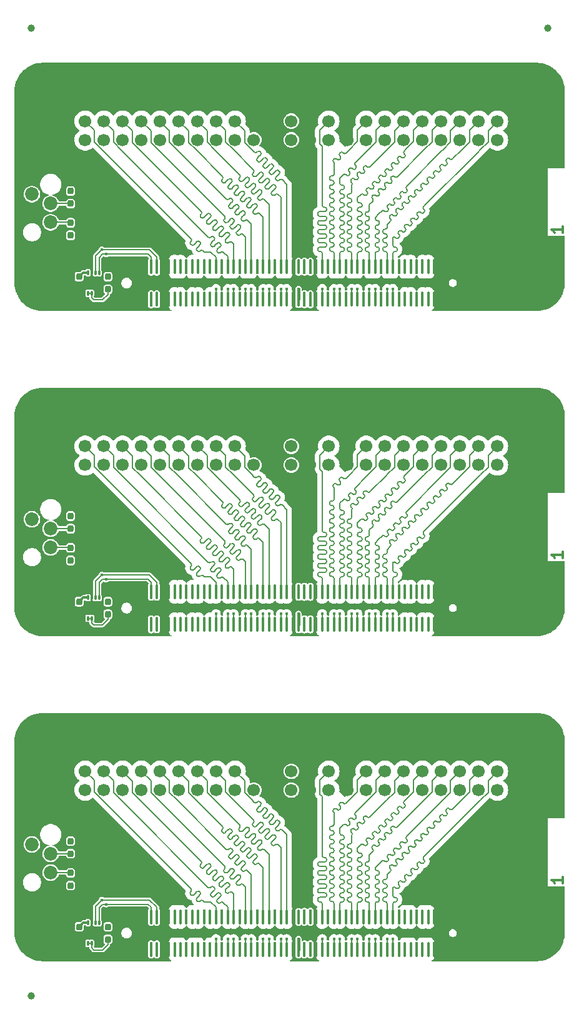
<source format=gtl>
G04 #@! TF.GenerationSoftware,KiCad,Pcbnew,8.0.6*
G04 #@! TF.CreationDate,2024-11-07T02:26:55-08:00*
G04 #@! TF.ProjectId,hvd-50-idc-panel,6876642d-3530-42d6-9964-632d70616e65,1*
G04 #@! TF.SameCoordinates,Original*
G04 #@! TF.FileFunction,Copper,L1,Top*
G04 #@! TF.FilePolarity,Positive*
%FSLAX46Y46*%
G04 Gerber Fmt 4.6, Leading zero omitted, Abs format (unit mm)*
G04 Created by KiCad (PCBNEW 8.0.6) date 2024-11-07 02:26:55*
%MOMM*%
%LPD*%
G01*
G04 APERTURE LIST*
G04 Aperture macros list*
%AMRoundRect*
0 Rectangle with rounded corners*
0 $1 Rounding radius*
0 $2 $3 $4 $5 $6 $7 $8 $9 X,Y pos of 4 corners*
0 Add a 4 corners polygon primitive as box body*
4,1,4,$2,$3,$4,$5,$6,$7,$8,$9,$2,$3,0*
0 Add four circle primitives for the rounded corners*
1,1,$1+$1,$2,$3*
1,1,$1+$1,$4,$5*
1,1,$1+$1,$6,$7*
1,1,$1+$1,$8,$9*
0 Add four rect primitives between the rounded corners*
20,1,$1+$1,$2,$3,$4,$5,0*
20,1,$1+$1,$4,$5,$6,$7,0*
20,1,$1+$1,$6,$7,$8,$9,0*
20,1,$1+$1,$8,$9,$2,$3,0*%
G04 Aperture macros list end*
%ADD10C,0.300000*%
G04 #@! TA.AperFunction,NonConductor*
%ADD11C,0.300000*%
G04 #@! TD*
G04 #@! TA.AperFunction,SMDPad,CuDef*
%ADD12C,1.000000*%
G04 #@! TD*
G04 #@! TA.AperFunction,ComponentPad*
%ADD13RoundRect,0.250000X0.600000X-0.600000X0.600000X0.600000X-0.600000X0.600000X-0.600000X-0.600000X0*%
G04 #@! TD*
G04 #@! TA.AperFunction,ComponentPad*
%ADD14C,1.700000*%
G04 #@! TD*
G04 #@! TA.AperFunction,ComponentPad*
%ADD15C,6.400000*%
G04 #@! TD*
G04 #@! TA.AperFunction,SMDPad,CuDef*
%ADD16RoundRect,0.200000X0.200000X-0.250000X0.200000X0.250000X-0.200000X0.250000X-0.200000X-0.250000X0*%
G04 #@! TD*
G04 #@! TA.AperFunction,SMDPad,CuDef*
%ADD17RoundRect,0.200000X-0.200000X0.250000X-0.200000X-0.250000X0.200000X-0.250000X0.200000X0.250000X0*%
G04 #@! TD*
G04 #@! TA.AperFunction,ComponentPad*
%ADD18C,1.850000*%
G04 #@! TD*
G04 #@! TA.AperFunction,SMDPad,CuDef*
%ADD19RoundRect,0.046875X0.103125X-0.253125X0.103125X0.253125X-0.103125X0.253125X-0.103125X-0.253125X0*%
G04 #@! TD*
G04 #@! TA.AperFunction,SMDPad,CuDef*
%ADD20RoundRect,0.250000X0.550000X-0.550000X0.550000X0.550000X-0.550000X0.550000X-0.550000X-0.550000X0*%
G04 #@! TD*
G04 #@! TA.AperFunction,SMDPad,CuDef*
%ADD21RoundRect,0.100000X0.100000X0.900000X-0.100000X0.900000X-0.100000X-0.900000X0.100000X-0.900000X0*%
G04 #@! TD*
G04 #@! TA.AperFunction,ViaPad*
%ADD22C,0.450000*%
G04 #@! TD*
G04 #@! TA.AperFunction,Conductor*
%ADD23C,0.300000*%
G04 #@! TD*
G04 #@! TA.AperFunction,Conductor*
%ADD24C,0.127500*%
G04 #@! TD*
G04 #@! TA.AperFunction,Conductor*
%ADD25C,0.400000*%
G04 #@! TD*
G04 #@! TA.AperFunction,Conductor*
%ADD26C,0.200000*%
G04 #@! TD*
G04 APERTURE END LIST*
D10*
D11*
X-499172Y106630573D02*
X-499172Y105773430D01*
X-499172Y106202001D02*
X-1999172Y106202001D01*
X-1999172Y106202001D02*
X-1784886Y106059144D01*
X-1784886Y106059144D02*
X-1642029Y105916287D01*
X-1642029Y105916287D02*
X-1570600Y105773430D01*
D10*
D11*
X-499172Y62630573D02*
X-499172Y61773430D01*
X-499172Y62202001D02*
X-1999172Y62202001D01*
X-1999172Y62202001D02*
X-1784886Y62059144D01*
X-1784886Y62059144D02*
X-1642029Y61916287D01*
X-1642029Y61916287D02*
X-1570600Y61773430D01*
D10*
D11*
X-499172Y18630573D02*
X-499172Y17773430D01*
X-499172Y18202001D02*
X-1999172Y18202001D01*
X-1999172Y18202001D02*
X-1784886Y18059144D01*
X-1784886Y18059144D02*
X-1642029Y17916287D01*
X-1642029Y17916287D02*
X-1570600Y17773430D01*
D12*
G04 #@! TO.P,KiKit_FID_T_3,*
G04 #@! TO.N,*
X-72500000Y2500000D03*
G04 #@! TD*
D13*
G04 #@! TO.P,J2,1,Pin_1*
G04 #@! TO.N,Board_2-GND*
X-67760000Y30362000D03*
D14*
G04 #@! TO.P,J2,2,Pin_2*
X-67760000Y32902000D03*
G04 #@! TO.P,J2,3,Pin_3*
G04 #@! TO.N,Board_2-/CON.DB0+*
X-65220000Y30362000D03*
G04 #@! TO.P,J2,4,Pin_4*
G04 #@! TO.N,Board_2-/CON.DB0-*
X-65220000Y32902000D03*
G04 #@! TO.P,J2,5,Pin_5*
G04 #@! TO.N,Board_2-/CON.DB1+*
X-62680000Y30362000D03*
G04 #@! TO.P,J2,6,Pin_6*
G04 #@! TO.N,Board_2-/CON.DB1-*
X-62680000Y32902000D03*
G04 #@! TO.P,J2,7,Pin_7*
G04 #@! TO.N,Board_2-/CON.DB2+*
X-60140000Y30362000D03*
G04 #@! TO.P,J2,8,Pin_8*
G04 #@! TO.N,Board_2-/CON.DB2-*
X-60140000Y32902000D03*
G04 #@! TO.P,J2,9,Pin_9*
G04 #@! TO.N,Board_2-/CON.DB3+*
X-57600000Y30362000D03*
G04 #@! TO.P,J2,10,Pin_10*
G04 #@! TO.N,Board_2-/CON.DB3-*
X-57600000Y32902000D03*
G04 #@! TO.P,J2,11,Pin_11*
G04 #@! TO.N,Board_2-/CON.DB4+*
X-55060000Y30362000D03*
G04 #@! TO.P,J2,12,Pin_12*
G04 #@! TO.N,Board_2-/CON.DB4-*
X-55060000Y32902000D03*
G04 #@! TO.P,J2,13,Pin_13*
G04 #@! TO.N,Board_2-/CON.DB5+*
X-52520000Y30362000D03*
G04 #@! TO.P,J2,14,Pin_14*
G04 #@! TO.N,Board_2-/CON.DB5-*
X-52520000Y32902000D03*
G04 #@! TO.P,J2,15,Pin_15*
G04 #@! TO.N,Board_2-/CON.DB6+*
X-49980000Y30362000D03*
G04 #@! TO.P,J2,16,Pin_16*
G04 #@! TO.N,Board_2-/CON.DB6-*
X-49980000Y32902000D03*
G04 #@! TO.P,J2,17,Pin_17*
G04 #@! TO.N,Board_2-/CON.DB7+*
X-47440000Y30362000D03*
G04 #@! TO.P,J2,18,Pin_18*
G04 #@! TO.N,Board_2-/CON.DB7-*
X-47440000Y32902000D03*
G04 #@! TO.P,J2,19,Pin_19*
G04 #@! TO.N,Board_2-/CON.DP0+*
X-44900000Y30362000D03*
G04 #@! TO.P,J2,20,Pin_20*
G04 #@! TO.N,Board_2-/CON.DP0-*
X-44900000Y32902000D03*
G04 #@! TO.P,J2,21,Pin_21*
G04 #@! TO.N,Board_2-/CON.DIFFSENSE*
X-42360000Y30362000D03*
G04 #@! TO.P,J2,22,Pin_22*
G04 #@! TO.N,Board_2-GND*
X-42360000Y32902000D03*
G04 #@! TO.P,J2,23,Pin_23*
X-39820000Y30362000D03*
G04 #@! TO.P,J2,24,Pin_24*
X-39820000Y32902000D03*
G04 #@! TO.P,J2,25,Pin_25*
G04 #@! TO.N,Board_2-/CON.TERMPWR*
X-37280000Y30362000D03*
G04 #@! TO.P,J2,26,Pin_26*
X-37280000Y32902000D03*
G04 #@! TO.P,J2,27,Pin_27*
G04 #@! TO.N,Board_2-GND*
X-34740000Y30362000D03*
G04 #@! TO.P,J2,28,Pin_28*
X-34740000Y32902000D03*
G04 #@! TO.P,J2,29,Pin_29*
G04 #@! TO.N,Board_2-/CON.ATN+*
X-32200000Y30362000D03*
G04 #@! TO.P,J2,30,Pin_30*
G04 #@! TO.N,Board_2-/CON.ATN-*
X-32200000Y32902000D03*
G04 #@! TO.P,J2,31,Pin_31*
G04 #@! TO.N,Board_2-GND*
X-29660000Y30362000D03*
G04 #@! TO.P,J2,32,Pin_32*
X-29660000Y32902000D03*
G04 #@! TO.P,J2,33,Pin_33*
G04 #@! TO.N,Board_2-/CON.BSY+*
X-27120000Y30362000D03*
G04 #@! TO.P,J2,34,Pin_34*
G04 #@! TO.N,Board_2-/CON.BSY-*
X-27120000Y32902000D03*
G04 #@! TO.P,J2,35,Pin_35*
G04 #@! TO.N,Board_2-/CON.ACK+*
X-24580000Y30362000D03*
G04 #@! TO.P,J2,36,Pin_36*
G04 #@! TO.N,Board_2-/CON.ACK-*
X-24580000Y32902000D03*
G04 #@! TO.P,J2,37,Pin_37*
G04 #@! TO.N,Board_2-/CON.RST+*
X-22040000Y30362000D03*
G04 #@! TO.P,J2,38,Pin_38*
G04 #@! TO.N,Board_2-/CON.RST-*
X-22040000Y32902000D03*
G04 #@! TO.P,J2,39,Pin_39*
G04 #@! TO.N,Board_2-/CON.MSG+*
X-19500000Y30362000D03*
G04 #@! TO.P,J2,40,Pin_40*
G04 #@! TO.N,Board_2-/CON.MSG-*
X-19500000Y32902000D03*
G04 #@! TO.P,J2,41,Pin_41*
G04 #@! TO.N,Board_2-/CON.SEL+*
X-16960000Y30362000D03*
G04 #@! TO.P,J2,42,Pin_42*
G04 #@! TO.N,Board_2-/CON.SEL-*
X-16960000Y32902000D03*
G04 #@! TO.P,J2,43,Pin_43*
G04 #@! TO.N,Board_2-/CON.C{slash}D+*
X-14420000Y30362000D03*
G04 #@! TO.P,J2,44,Pin_44*
G04 #@! TO.N,Board_2-/CON.C{slash}D-*
X-14420000Y32902000D03*
G04 #@! TO.P,J2,45,Pin_45*
G04 #@! TO.N,Board_2-/CON.REQ+*
X-11880000Y30362000D03*
G04 #@! TO.P,J2,46,Pin_46*
G04 #@! TO.N,Board_2-/CON.REQ-*
X-11880000Y32902000D03*
G04 #@! TO.P,J2,47,Pin_47*
G04 #@! TO.N,Board_2-/CON.I{slash}O+*
X-9340000Y30362000D03*
G04 #@! TO.P,J2,48,Pin_48*
G04 #@! TO.N,Board_2-/CON.I{slash}O-*
X-9340000Y32902000D03*
G04 #@! TO.P,J2,49,Pin_49*
G04 #@! TO.N,Board_2-GND*
X-6800000Y30362000D03*
G04 #@! TO.P,J2,50,Pin_50*
X-6800000Y32902000D03*
G04 #@! TD*
D15*
G04 #@! TO.P,H3,1,1*
G04 #@! TO.N,Board_2-GND*
X-71000000Y11002000D03*
G04 #@! TD*
D16*
G04 #@! TO.P,R1,1*
G04 #@! TO.N,Board_0-Net-(U1-E0)*
X-62150000Y98152000D03*
G04 #@! TO.P,R1,2*
G04 #@! TO.N,Board_0-+3V3*
X-62150000Y99852000D03*
G04 #@! TD*
D17*
G04 #@! TO.P,R2,1*
G04 #@! TO.N,Board_2-+3V3*
X-67200000Y23452000D03*
G04 #@! TO.P,R2,2*
G04 #@! TO.N,Board_2-/PHY.ID_SDA*
X-67200000Y21752000D03*
G04 #@! TD*
G04 #@! TO.P,R2,1*
G04 #@! TO.N,Board_1-+3V3*
X-67200000Y67452000D03*
G04 #@! TO.P,R2,2*
G04 #@! TO.N,Board_1-/PHY.ID_SDA*
X-67200000Y65752000D03*
G04 #@! TD*
D16*
G04 #@! TO.P,R3,1*
G04 #@! TO.N,Board_0-+3V3*
X-67200000Y105452000D03*
G04 #@! TO.P,R3,2*
G04 #@! TO.N,Board_0-/PHY.ID_SCL*
X-67200000Y107152000D03*
G04 #@! TD*
D18*
G04 #@! TO.P,J3,1,Pin_1*
G04 #@! TO.N,Board_0-+3V3*
X-72440000Y111012000D03*
G04 #@! TO.P,J3,2,Pin_2*
G04 #@! TO.N,Board_0-/PHY.ID_SDA*
X-69900000Y109742000D03*
G04 #@! TO.P,J3,3,Pin_3*
G04 #@! TO.N,Board_0-GND*
X-72440000Y108472000D03*
G04 #@! TO.P,J3,4,Pin_4*
G04 #@! TO.N,Board_0-/PHY.ID_SCL*
X-69900000Y107202000D03*
G04 #@! TD*
D13*
G04 #@! TO.P,J2,1,Pin_1*
G04 #@! TO.N,Board_0-GND*
X-67760000Y118362000D03*
D14*
G04 #@! TO.P,J2,2,Pin_2*
X-67760000Y120902000D03*
G04 #@! TO.P,J2,3,Pin_3*
G04 #@! TO.N,Board_0-/CON.DB0+*
X-65220000Y118362000D03*
G04 #@! TO.P,J2,4,Pin_4*
G04 #@! TO.N,Board_0-/CON.DB0-*
X-65220000Y120902000D03*
G04 #@! TO.P,J2,5,Pin_5*
G04 #@! TO.N,Board_0-/CON.DB1+*
X-62680000Y118362000D03*
G04 #@! TO.P,J2,6,Pin_6*
G04 #@! TO.N,Board_0-/CON.DB1-*
X-62680000Y120902000D03*
G04 #@! TO.P,J2,7,Pin_7*
G04 #@! TO.N,Board_0-/CON.DB2+*
X-60140000Y118362000D03*
G04 #@! TO.P,J2,8,Pin_8*
G04 #@! TO.N,Board_0-/CON.DB2-*
X-60140000Y120902000D03*
G04 #@! TO.P,J2,9,Pin_9*
G04 #@! TO.N,Board_0-/CON.DB3+*
X-57600000Y118362000D03*
G04 #@! TO.P,J2,10,Pin_10*
G04 #@! TO.N,Board_0-/CON.DB3-*
X-57600000Y120902000D03*
G04 #@! TO.P,J2,11,Pin_11*
G04 #@! TO.N,Board_0-/CON.DB4+*
X-55060000Y118362000D03*
G04 #@! TO.P,J2,12,Pin_12*
G04 #@! TO.N,Board_0-/CON.DB4-*
X-55060000Y120902000D03*
G04 #@! TO.P,J2,13,Pin_13*
G04 #@! TO.N,Board_0-/CON.DB5+*
X-52520000Y118362000D03*
G04 #@! TO.P,J2,14,Pin_14*
G04 #@! TO.N,Board_0-/CON.DB5-*
X-52520000Y120902000D03*
G04 #@! TO.P,J2,15,Pin_15*
G04 #@! TO.N,Board_0-/CON.DB6+*
X-49980000Y118362000D03*
G04 #@! TO.P,J2,16,Pin_16*
G04 #@! TO.N,Board_0-/CON.DB6-*
X-49980000Y120902000D03*
G04 #@! TO.P,J2,17,Pin_17*
G04 #@! TO.N,Board_0-/CON.DB7+*
X-47440000Y118362000D03*
G04 #@! TO.P,J2,18,Pin_18*
G04 #@! TO.N,Board_0-/CON.DB7-*
X-47440000Y120902000D03*
G04 #@! TO.P,J2,19,Pin_19*
G04 #@! TO.N,Board_0-/CON.DP0+*
X-44900000Y118362000D03*
G04 #@! TO.P,J2,20,Pin_20*
G04 #@! TO.N,Board_0-/CON.DP0-*
X-44900000Y120902000D03*
G04 #@! TO.P,J2,21,Pin_21*
G04 #@! TO.N,Board_0-/CON.DIFFSENSE*
X-42360000Y118362000D03*
G04 #@! TO.P,J2,22,Pin_22*
G04 #@! TO.N,Board_0-GND*
X-42360000Y120902000D03*
G04 #@! TO.P,J2,23,Pin_23*
X-39820000Y118362000D03*
G04 #@! TO.P,J2,24,Pin_24*
X-39820000Y120902000D03*
G04 #@! TO.P,J2,25,Pin_25*
G04 #@! TO.N,Board_0-/CON.TERMPWR*
X-37280000Y118362000D03*
G04 #@! TO.P,J2,26,Pin_26*
X-37280000Y120902000D03*
G04 #@! TO.P,J2,27,Pin_27*
G04 #@! TO.N,Board_0-GND*
X-34740000Y118362000D03*
G04 #@! TO.P,J2,28,Pin_28*
X-34740000Y120902000D03*
G04 #@! TO.P,J2,29,Pin_29*
G04 #@! TO.N,Board_0-/CON.ATN+*
X-32200000Y118362000D03*
G04 #@! TO.P,J2,30,Pin_30*
G04 #@! TO.N,Board_0-/CON.ATN-*
X-32200000Y120902000D03*
G04 #@! TO.P,J2,31,Pin_31*
G04 #@! TO.N,Board_0-GND*
X-29660000Y118362000D03*
G04 #@! TO.P,J2,32,Pin_32*
X-29660000Y120902000D03*
G04 #@! TO.P,J2,33,Pin_33*
G04 #@! TO.N,Board_0-/CON.BSY+*
X-27120000Y118362000D03*
G04 #@! TO.P,J2,34,Pin_34*
G04 #@! TO.N,Board_0-/CON.BSY-*
X-27120000Y120902000D03*
G04 #@! TO.P,J2,35,Pin_35*
G04 #@! TO.N,Board_0-/CON.ACK+*
X-24580000Y118362000D03*
G04 #@! TO.P,J2,36,Pin_36*
G04 #@! TO.N,Board_0-/CON.ACK-*
X-24580000Y120902000D03*
G04 #@! TO.P,J2,37,Pin_37*
G04 #@! TO.N,Board_0-/CON.RST+*
X-22040000Y118362000D03*
G04 #@! TO.P,J2,38,Pin_38*
G04 #@! TO.N,Board_0-/CON.RST-*
X-22040000Y120902000D03*
G04 #@! TO.P,J2,39,Pin_39*
G04 #@! TO.N,Board_0-/CON.MSG+*
X-19500000Y118362000D03*
G04 #@! TO.P,J2,40,Pin_40*
G04 #@! TO.N,Board_0-/CON.MSG-*
X-19500000Y120902000D03*
G04 #@! TO.P,J2,41,Pin_41*
G04 #@! TO.N,Board_0-/CON.SEL+*
X-16960000Y118362000D03*
G04 #@! TO.P,J2,42,Pin_42*
G04 #@! TO.N,Board_0-/CON.SEL-*
X-16960000Y120902000D03*
G04 #@! TO.P,J2,43,Pin_43*
G04 #@! TO.N,Board_0-/CON.C{slash}D+*
X-14420000Y118362000D03*
G04 #@! TO.P,J2,44,Pin_44*
G04 #@! TO.N,Board_0-/CON.C{slash}D-*
X-14420000Y120902000D03*
G04 #@! TO.P,J2,45,Pin_45*
G04 #@! TO.N,Board_0-/CON.REQ+*
X-11880000Y118362000D03*
G04 #@! TO.P,J2,46,Pin_46*
G04 #@! TO.N,Board_0-/CON.REQ-*
X-11880000Y120902000D03*
G04 #@! TO.P,J2,47,Pin_47*
G04 #@! TO.N,Board_0-/CON.I{slash}O+*
X-9340000Y118362000D03*
G04 #@! TO.P,J2,48,Pin_48*
G04 #@! TO.N,Board_0-/CON.I{slash}O-*
X-9340000Y120902000D03*
G04 #@! TO.P,J2,49,Pin_49*
G04 #@! TO.N,Board_0-GND*
X-6800000Y118362000D03*
G04 #@! TO.P,J2,50,Pin_50*
X-6800000Y120902000D03*
G04 #@! TD*
D19*
G04 #@! TO.P,U1,1,E0*
G04 #@! TO.N,Board_1-Net-(U1-E0)*
X-64850001Y53602000D03*
G04 #@! TO.P,U1,2,E1*
X-64350000Y53602000D03*
G04 #@! TO.P,U1,3,E2*
G04 #@! TO.N,Board_1-GND*
X-63850000Y53602000D03*
G04 #@! TO.P,U1,4,VSS*
X-63349999Y53602000D03*
G04 #@! TO.P,U1,5,SDA*
G04 #@! TO.N,Board_1-/PHY.ID_SDA*
X-63349999Y56402000D03*
G04 #@! TO.P,U1,6,SCL*
G04 #@! TO.N,Board_1-/PHY.ID_SCL*
X-63850000Y56402000D03*
G04 #@! TO.P,U1,7,~{WC}*
G04 #@! TO.N,Board_1-GND*
X-64350000Y56402000D03*
G04 #@! TO.P,U1,8,VCC*
G04 #@! TO.N,Board_1-+3V3*
X-64850001Y56402000D03*
D20*
G04 #@! TO.P,U1,EP,VSS*
G04 #@! TO.N,Board_1-GND*
X-64100000Y55002000D03*
G04 #@! TD*
D15*
G04 #@! TO.P,H3,1,1*
G04 #@! TO.N,Board_0-GND*
X-71000000Y99002000D03*
G04 #@! TD*
D16*
G04 #@! TO.P,R3,1*
G04 #@! TO.N,Board_1-+3V3*
X-67200000Y61452000D03*
G04 #@! TO.P,R3,2*
G04 #@! TO.N,Board_1-/PHY.ID_SCL*
X-67200000Y63152000D03*
G04 #@! TD*
G04 #@! TO.P,R1,1*
G04 #@! TO.N,Board_2-Net-(U1-E0)*
X-62150000Y10152000D03*
G04 #@! TO.P,R1,2*
G04 #@! TO.N,Board_2-+3V3*
X-62150000Y11852000D03*
G04 #@! TD*
D21*
G04 #@! TO.P,J1,1,Pin_1*
G04 #@! TO.N,Board_2-GND*
X-57100000Y8802000D03*
G04 #@! TO.P,J1,2,Pin_2*
X-57100000Y13202000D03*
G04 #@! TO.P,J1,3,Pin_3*
G04 #@! TO.N,Board_2-+3V3*
X-56300000Y8802000D03*
G04 #@! TO.P,J1,4,Pin_4*
G04 #@! TO.N,Board_2-/PHY.ID_SDA*
X-56300000Y13202000D03*
G04 #@! TO.P,J1,5,Pin_5*
G04 #@! TO.N,Board_2-unconnected-(J1-Pin_5-Pad5)*
X-55500000Y8802000D03*
G04 #@! TO.P,J1,6,Pin_6*
G04 #@! TO.N,Board_2-/PHY.ID_SCL*
X-55500000Y13202000D03*
G04 #@! TO.P,J1,7,Pin_7*
G04 #@! TO.N,Board_2-GND*
X-54700000Y8802000D03*
G04 #@! TO.P,J1,8,Pin_8*
X-54700000Y13202000D03*
G04 #@! TO.P,J1,9,Pin_9*
X-53900000Y8802000D03*
G04 #@! TO.P,J1,10,Pin_10*
X-53900000Y13202000D03*
G04 #@! TO.P,J1,11,Pin_11*
G04 #@! TO.N,Board_2-/CON.DB12+*
X-53100000Y8802000D03*
G04 #@! TO.P,J1,12,Pin_12*
G04 #@! TO.N,Board_2-/CON.DB12-*
X-53100000Y13202000D03*
G04 #@! TO.P,J1,13,Pin_13*
G04 #@! TO.N,Board_2-/CON.DB13+*
X-52300000Y8802000D03*
G04 #@! TO.P,J1,14,Pin_14*
G04 #@! TO.N,Board_2-/CON.DB13-*
X-52300000Y13202000D03*
G04 #@! TO.P,J1,15,Pin_15*
G04 #@! TO.N,Board_2-GND*
X-51500000Y8802000D03*
G04 #@! TO.P,J1,16,Pin_16*
X-51500000Y13202000D03*
G04 #@! TO.P,J1,17,Pin_17*
G04 #@! TO.N,Board_2-/CON.DB14+*
X-50700000Y8802000D03*
G04 #@! TO.P,J1,18,Pin_18*
G04 #@! TO.N,Board_2-/CON.DB14-*
X-50700000Y13202000D03*
G04 #@! TO.P,J1,19,Pin_19*
G04 #@! TO.N,Board_2-/CON.DB15+*
X-49900000Y8802000D03*
G04 #@! TO.P,J1,20,Pin_20*
G04 #@! TO.N,Board_2-/CON.DB15-*
X-49900000Y13202000D03*
G04 #@! TO.P,J1,21,Pin_21*
G04 #@! TO.N,Board_2-GND*
X-49100000Y8802000D03*
G04 #@! TO.P,J1,22,Pin_22*
X-49100000Y13202000D03*
G04 #@! TO.P,J1,23,Pin_23*
G04 #@! TO.N,Board_2-/CON.DP1+*
X-48300000Y8802000D03*
G04 #@! TO.P,J1,24,Pin_24*
G04 #@! TO.N,Board_2-/CON.DP1-*
X-48300000Y13202000D03*
G04 #@! TO.P,J1,25,Pin_25*
G04 #@! TO.N,Board_2-/CON.DB0+*
X-47500000Y8802000D03*
G04 #@! TO.P,J1,26,Pin_26*
G04 #@! TO.N,Board_2-/CON.DB0-*
X-47500000Y13202000D03*
G04 #@! TO.P,J1,27,Pin_27*
G04 #@! TO.N,Board_2-GND*
X-46700000Y8802000D03*
G04 #@! TO.P,J1,28,Pin_28*
X-46700000Y13202000D03*
G04 #@! TO.P,J1,29,Pin_29*
G04 #@! TO.N,Board_2-/CON.DB1+*
X-45900000Y8802000D03*
G04 #@! TO.P,J1,30,Pin_30*
G04 #@! TO.N,Board_2-/CON.DB1-*
X-45900000Y13202000D03*
G04 #@! TO.P,J1,31,Pin_31*
G04 #@! TO.N,Board_2-/CON.DB2+*
X-45100000Y8802000D03*
G04 #@! TO.P,J1,32,Pin_32*
G04 #@! TO.N,Board_2-/CON.DB2-*
X-45100000Y13202000D03*
G04 #@! TO.P,J1,33,Pin_33*
G04 #@! TO.N,Board_2-GND*
X-44300000Y8802000D03*
G04 #@! TO.P,J1,34,Pin_34*
X-44300000Y13202000D03*
G04 #@! TO.P,J1,35,Pin_35*
G04 #@! TO.N,Board_2-/CON.DB3+*
X-43500000Y8802000D03*
G04 #@! TO.P,J1,36,Pin_36*
G04 #@! TO.N,Board_2-/CON.DB3-*
X-43500000Y13202000D03*
G04 #@! TO.P,J1,37,Pin_37*
G04 #@! TO.N,Board_2-/CON.DB4+*
X-42700000Y8802000D03*
G04 #@! TO.P,J1,38,Pin_38*
G04 #@! TO.N,Board_2-/CON.DB4-*
X-42700000Y13202000D03*
G04 #@! TO.P,J1,39,Pin_39*
G04 #@! TO.N,Board_2-GND*
X-41900000Y8802000D03*
G04 #@! TO.P,J1,40,Pin_40*
X-41900000Y13202000D03*
G04 #@! TO.P,J1,41,Pin_41*
G04 #@! TO.N,Board_2-/CON.DB5+*
X-41100000Y8802000D03*
G04 #@! TO.P,J1,42,Pin_42*
G04 #@! TO.N,Board_2-/CON.DB5-*
X-41100000Y13202000D03*
G04 #@! TO.P,J1,43,Pin_43*
G04 #@! TO.N,Board_2-/CON.DB6+*
X-40300000Y8802000D03*
G04 #@! TO.P,J1,44,Pin_44*
G04 #@! TO.N,Board_2-/CON.DB6-*
X-40300000Y13202000D03*
G04 #@! TO.P,J1,45,Pin_45*
G04 #@! TO.N,Board_2-GND*
X-39500000Y8802000D03*
G04 #@! TO.P,J1,46,Pin_46*
X-39500000Y13202000D03*
G04 #@! TO.P,J1,47,Pin_47*
G04 #@! TO.N,Board_2-/CON.DB7+*
X-38700000Y8802000D03*
G04 #@! TO.P,J1,48,Pin_48*
G04 #@! TO.N,Board_2-/CON.DB7-*
X-38700000Y13202000D03*
G04 #@! TO.P,J1,49,Pin_49*
G04 #@! TO.N,Board_2-/CON.DP0+*
X-37900000Y8802000D03*
G04 #@! TO.P,J1,50,Pin_50*
G04 #@! TO.N,Board_2-/CON.DP0-*
X-37900000Y13202000D03*
G04 #@! TO.P,J1,51,Pin_51*
G04 #@! TO.N,Board_2-GND*
X-37100000Y8802000D03*
G04 #@! TO.P,J1,52,Pin_52*
X-37100000Y13202000D03*
G04 #@! TO.P,J1,53,Pin_53*
G04 #@! TO.N,Board_2-/CON.DIFFSENSE*
X-36300000Y8802000D03*
G04 #@! TO.P,J1,54,Pin_54*
G04 #@! TO.N,Board_2-unconnected-(J1-Pin_54-Pad54)*
X-36300000Y13202000D03*
G04 #@! TO.P,J1,55,Pin_55*
G04 #@! TO.N,Board_2-/CON.TERMPWR*
X-35500000Y8802000D03*
G04 #@! TO.P,J1,56,Pin_56*
X-35500000Y13202000D03*
G04 #@! TO.P,J1,57,Pin_57*
X-34700000Y8802000D03*
G04 #@! TO.P,J1,58,Pin_58*
X-34700000Y13202000D03*
G04 #@! TO.P,J1,59,Pin_59*
G04 #@! TO.N,Board_2-GND*
X-33900000Y8802000D03*
G04 #@! TO.P,J1,60,Pin_60*
X-33900000Y13202000D03*
G04 #@! TO.P,J1,61,Pin_61*
G04 #@! TO.N,Board_2-/CON.ATN+*
X-33100000Y8802000D03*
G04 #@! TO.P,J1,62,Pin_62*
G04 #@! TO.N,Board_2-/CON.ATN-*
X-33100000Y13202000D03*
G04 #@! TO.P,J1,63,Pin_63*
G04 #@! TO.N,Board_2-GND*
X-32300000Y8802000D03*
G04 #@! TO.P,J1,64,Pin_64*
X-32300000Y13202000D03*
G04 #@! TO.P,J1,65,Pin_65*
G04 #@! TO.N,Board_2-/CON.BSY+*
X-31500000Y8802000D03*
G04 #@! TO.P,J1,66,Pin_66*
G04 #@! TO.N,Board_2-/CON.BSY-*
X-31500000Y13202000D03*
G04 #@! TO.P,J1,67,Pin_67*
G04 #@! TO.N,Board_2-/CON.ACK+*
X-30700000Y8802000D03*
G04 #@! TO.P,J1,68,Pin_68*
G04 #@! TO.N,Board_2-/CON.ACK-*
X-30700000Y13202000D03*
G04 #@! TO.P,J1,69,Pin_69*
G04 #@! TO.N,Board_2-GND*
X-29900000Y8802000D03*
G04 #@! TO.P,J1,70,Pin_70*
X-29900000Y13202000D03*
G04 #@! TO.P,J1,71,Pin_71*
G04 #@! TO.N,Board_2-/CON.RST+*
X-29100000Y8802000D03*
G04 #@! TO.P,J1,72,Pin_72*
G04 #@! TO.N,Board_2-/CON.RST-*
X-29100000Y13202000D03*
G04 #@! TO.P,J1,73,Pin_73*
G04 #@! TO.N,Board_2-/CON.MSG+*
X-28300000Y8802000D03*
G04 #@! TO.P,J1,74,Pin_74*
G04 #@! TO.N,Board_2-/CON.MSG-*
X-28300000Y13202000D03*
G04 #@! TO.P,J1,75,Pin_75*
G04 #@! TO.N,Board_2-GND*
X-27500000Y8802000D03*
G04 #@! TO.P,J1,76,Pin_76*
X-27500000Y13202000D03*
G04 #@! TO.P,J1,77,Pin_77*
G04 #@! TO.N,Board_2-/CON.SEL+*
X-26700000Y8802000D03*
G04 #@! TO.P,J1,78,Pin_78*
G04 #@! TO.N,Board_2-/CON.SEL-*
X-26700000Y13202000D03*
G04 #@! TO.P,J1,79,Pin_79*
G04 #@! TO.N,Board_2-/CON.C{slash}D+*
X-25900000Y8802000D03*
G04 #@! TO.P,J1,80,Pin_80*
G04 #@! TO.N,Board_2-/CON.C{slash}D-*
X-25900000Y13202000D03*
G04 #@! TO.P,J1,81,Pin_81*
G04 #@! TO.N,Board_2-GND*
X-25100000Y8802000D03*
G04 #@! TO.P,J1,82,Pin_82*
X-25100000Y13202000D03*
G04 #@! TO.P,J1,83,Pin_83*
G04 #@! TO.N,Board_2-/CON.REQ+*
X-24300000Y8802000D03*
G04 #@! TO.P,J1,84,Pin_84*
G04 #@! TO.N,Board_2-/CON.REQ-*
X-24300000Y13202000D03*
G04 #@! TO.P,J1,85,Pin_85*
G04 #@! TO.N,Board_2-/CON.I{slash}O+*
X-23500000Y8802000D03*
G04 #@! TO.P,J1,86,Pin_86*
G04 #@! TO.N,Board_2-/CON.I{slash}O-*
X-23500000Y13202000D03*
G04 #@! TO.P,J1,87,Pin_87*
G04 #@! TO.N,Board_2-GND*
X-22700000Y8802000D03*
G04 #@! TO.P,J1,88,Pin_88*
X-22700000Y13202000D03*
G04 #@! TO.P,J1,89,Pin_89*
G04 #@! TO.N,Board_2-/CON.DB8+*
X-21900000Y8802000D03*
G04 #@! TO.P,J1,90,Pin_90*
G04 #@! TO.N,Board_2-/CON.DB8-*
X-21900000Y13202000D03*
G04 #@! TO.P,J1,91,Pin_91*
G04 #@! TO.N,Board_2-/CON.DB9+*
X-21100000Y8802000D03*
G04 #@! TO.P,J1,92,Pin_92*
G04 #@! TO.N,Board_2-/CON.DB9-*
X-21100000Y13202000D03*
G04 #@! TO.P,J1,93,Pin_93*
G04 #@! TO.N,Board_2-GND*
X-20300000Y8802000D03*
G04 #@! TO.P,J1,94,Pin_94*
X-20300000Y13202000D03*
G04 #@! TO.P,J1,95,Pin_95*
G04 #@! TO.N,Board_2-/CON.DB10+*
X-19500000Y8802000D03*
G04 #@! TO.P,J1,96,Pin_96*
G04 #@! TO.N,Board_2-/CON.DB10-*
X-19500000Y13202000D03*
G04 #@! TO.P,J1,97,Pin_97*
G04 #@! TO.N,Board_2-/CON.DB11+*
X-18700000Y8802000D03*
G04 #@! TO.P,J1,98,Pin_98*
G04 #@! TO.N,Board_2-/CON.DB11-*
X-18700000Y13202000D03*
G04 #@! TO.P,J1,99,Pin_99*
G04 #@! TO.N,Board_2-GND*
X-17900000Y8802000D03*
G04 #@! TO.P,J1,100,Pin_100*
X-17900000Y13202000D03*
G04 #@! TD*
D15*
G04 #@! TO.P,H3,1,1*
G04 #@! TO.N,Board_1-GND*
X-71000000Y55002000D03*
G04 #@! TD*
D16*
G04 #@! TO.P,R3,1*
G04 #@! TO.N,Board_2-+3V3*
X-67200000Y17452000D03*
G04 #@! TO.P,R3,2*
G04 #@! TO.N,Board_2-/PHY.ID_SCL*
X-67200000Y19152000D03*
G04 #@! TD*
D21*
G04 #@! TO.P,J1,1,Pin_1*
G04 #@! TO.N,Board_0-GND*
X-57100000Y96802000D03*
G04 #@! TO.P,J1,2,Pin_2*
X-57100000Y101202000D03*
G04 #@! TO.P,J1,3,Pin_3*
G04 #@! TO.N,Board_0-+3V3*
X-56300000Y96802000D03*
G04 #@! TO.P,J1,4,Pin_4*
G04 #@! TO.N,Board_0-/PHY.ID_SDA*
X-56300000Y101202000D03*
G04 #@! TO.P,J1,5,Pin_5*
G04 #@! TO.N,Board_0-unconnected-(J1-Pin_5-Pad5)*
X-55500000Y96802000D03*
G04 #@! TO.P,J1,6,Pin_6*
G04 #@! TO.N,Board_0-/PHY.ID_SCL*
X-55500000Y101202000D03*
G04 #@! TO.P,J1,7,Pin_7*
G04 #@! TO.N,Board_0-GND*
X-54700000Y96802000D03*
G04 #@! TO.P,J1,8,Pin_8*
X-54700000Y101202000D03*
G04 #@! TO.P,J1,9,Pin_9*
X-53900000Y96802000D03*
G04 #@! TO.P,J1,10,Pin_10*
X-53900000Y101202000D03*
G04 #@! TO.P,J1,11,Pin_11*
G04 #@! TO.N,Board_0-/CON.DB12+*
X-53100000Y96802000D03*
G04 #@! TO.P,J1,12,Pin_12*
G04 #@! TO.N,Board_0-/CON.DB12-*
X-53100000Y101202000D03*
G04 #@! TO.P,J1,13,Pin_13*
G04 #@! TO.N,Board_0-/CON.DB13+*
X-52300000Y96802000D03*
G04 #@! TO.P,J1,14,Pin_14*
G04 #@! TO.N,Board_0-/CON.DB13-*
X-52300000Y101202000D03*
G04 #@! TO.P,J1,15,Pin_15*
G04 #@! TO.N,Board_0-GND*
X-51500000Y96802000D03*
G04 #@! TO.P,J1,16,Pin_16*
X-51500000Y101202000D03*
G04 #@! TO.P,J1,17,Pin_17*
G04 #@! TO.N,Board_0-/CON.DB14+*
X-50700000Y96802000D03*
G04 #@! TO.P,J1,18,Pin_18*
G04 #@! TO.N,Board_0-/CON.DB14-*
X-50700000Y101202000D03*
G04 #@! TO.P,J1,19,Pin_19*
G04 #@! TO.N,Board_0-/CON.DB15+*
X-49900000Y96802000D03*
G04 #@! TO.P,J1,20,Pin_20*
G04 #@! TO.N,Board_0-/CON.DB15-*
X-49900000Y101202000D03*
G04 #@! TO.P,J1,21,Pin_21*
G04 #@! TO.N,Board_0-GND*
X-49100000Y96802000D03*
G04 #@! TO.P,J1,22,Pin_22*
X-49100000Y101202000D03*
G04 #@! TO.P,J1,23,Pin_23*
G04 #@! TO.N,Board_0-/CON.DP1+*
X-48300000Y96802000D03*
G04 #@! TO.P,J1,24,Pin_24*
G04 #@! TO.N,Board_0-/CON.DP1-*
X-48300000Y101202000D03*
G04 #@! TO.P,J1,25,Pin_25*
G04 #@! TO.N,Board_0-/CON.DB0+*
X-47500000Y96802000D03*
G04 #@! TO.P,J1,26,Pin_26*
G04 #@! TO.N,Board_0-/CON.DB0-*
X-47500000Y101202000D03*
G04 #@! TO.P,J1,27,Pin_27*
G04 #@! TO.N,Board_0-GND*
X-46700000Y96802000D03*
G04 #@! TO.P,J1,28,Pin_28*
X-46700000Y101202000D03*
G04 #@! TO.P,J1,29,Pin_29*
G04 #@! TO.N,Board_0-/CON.DB1+*
X-45900000Y96802000D03*
G04 #@! TO.P,J1,30,Pin_30*
G04 #@! TO.N,Board_0-/CON.DB1-*
X-45900000Y101202000D03*
G04 #@! TO.P,J1,31,Pin_31*
G04 #@! TO.N,Board_0-/CON.DB2+*
X-45100000Y96802000D03*
G04 #@! TO.P,J1,32,Pin_32*
G04 #@! TO.N,Board_0-/CON.DB2-*
X-45100000Y101202000D03*
G04 #@! TO.P,J1,33,Pin_33*
G04 #@! TO.N,Board_0-GND*
X-44300000Y96802000D03*
G04 #@! TO.P,J1,34,Pin_34*
X-44300000Y101202000D03*
G04 #@! TO.P,J1,35,Pin_35*
G04 #@! TO.N,Board_0-/CON.DB3+*
X-43500000Y96802000D03*
G04 #@! TO.P,J1,36,Pin_36*
G04 #@! TO.N,Board_0-/CON.DB3-*
X-43500000Y101202000D03*
G04 #@! TO.P,J1,37,Pin_37*
G04 #@! TO.N,Board_0-/CON.DB4+*
X-42700000Y96802000D03*
G04 #@! TO.P,J1,38,Pin_38*
G04 #@! TO.N,Board_0-/CON.DB4-*
X-42700000Y101202000D03*
G04 #@! TO.P,J1,39,Pin_39*
G04 #@! TO.N,Board_0-GND*
X-41900000Y96802000D03*
G04 #@! TO.P,J1,40,Pin_40*
X-41900000Y101202000D03*
G04 #@! TO.P,J1,41,Pin_41*
G04 #@! TO.N,Board_0-/CON.DB5+*
X-41100000Y96802000D03*
G04 #@! TO.P,J1,42,Pin_42*
G04 #@! TO.N,Board_0-/CON.DB5-*
X-41100000Y101202000D03*
G04 #@! TO.P,J1,43,Pin_43*
G04 #@! TO.N,Board_0-/CON.DB6+*
X-40300000Y96802000D03*
G04 #@! TO.P,J1,44,Pin_44*
G04 #@! TO.N,Board_0-/CON.DB6-*
X-40300000Y101202000D03*
G04 #@! TO.P,J1,45,Pin_45*
G04 #@! TO.N,Board_0-GND*
X-39500000Y96802000D03*
G04 #@! TO.P,J1,46,Pin_46*
X-39500000Y101202000D03*
G04 #@! TO.P,J1,47,Pin_47*
G04 #@! TO.N,Board_0-/CON.DB7+*
X-38700000Y96802000D03*
G04 #@! TO.P,J1,48,Pin_48*
G04 #@! TO.N,Board_0-/CON.DB7-*
X-38700000Y101202000D03*
G04 #@! TO.P,J1,49,Pin_49*
G04 #@! TO.N,Board_0-/CON.DP0+*
X-37900000Y96802000D03*
G04 #@! TO.P,J1,50,Pin_50*
G04 #@! TO.N,Board_0-/CON.DP0-*
X-37900000Y101202000D03*
G04 #@! TO.P,J1,51,Pin_51*
G04 #@! TO.N,Board_0-GND*
X-37100000Y96802000D03*
G04 #@! TO.P,J1,52,Pin_52*
X-37100000Y101202000D03*
G04 #@! TO.P,J1,53,Pin_53*
G04 #@! TO.N,Board_0-/CON.DIFFSENSE*
X-36300000Y96802000D03*
G04 #@! TO.P,J1,54,Pin_54*
G04 #@! TO.N,Board_0-unconnected-(J1-Pin_54-Pad54)*
X-36300000Y101202000D03*
G04 #@! TO.P,J1,55,Pin_55*
G04 #@! TO.N,Board_0-/CON.TERMPWR*
X-35500000Y96802000D03*
G04 #@! TO.P,J1,56,Pin_56*
X-35500000Y101202000D03*
G04 #@! TO.P,J1,57,Pin_57*
X-34700000Y96802000D03*
G04 #@! TO.P,J1,58,Pin_58*
X-34700000Y101202000D03*
G04 #@! TO.P,J1,59,Pin_59*
G04 #@! TO.N,Board_0-GND*
X-33900000Y96802000D03*
G04 #@! TO.P,J1,60,Pin_60*
X-33900000Y101202000D03*
G04 #@! TO.P,J1,61,Pin_61*
G04 #@! TO.N,Board_0-/CON.ATN+*
X-33100000Y96802000D03*
G04 #@! TO.P,J1,62,Pin_62*
G04 #@! TO.N,Board_0-/CON.ATN-*
X-33100000Y101202000D03*
G04 #@! TO.P,J1,63,Pin_63*
G04 #@! TO.N,Board_0-GND*
X-32300000Y96802000D03*
G04 #@! TO.P,J1,64,Pin_64*
X-32300000Y101202000D03*
G04 #@! TO.P,J1,65,Pin_65*
G04 #@! TO.N,Board_0-/CON.BSY+*
X-31500000Y96802000D03*
G04 #@! TO.P,J1,66,Pin_66*
G04 #@! TO.N,Board_0-/CON.BSY-*
X-31500000Y101202000D03*
G04 #@! TO.P,J1,67,Pin_67*
G04 #@! TO.N,Board_0-/CON.ACK+*
X-30700000Y96802000D03*
G04 #@! TO.P,J1,68,Pin_68*
G04 #@! TO.N,Board_0-/CON.ACK-*
X-30700000Y101202000D03*
G04 #@! TO.P,J1,69,Pin_69*
G04 #@! TO.N,Board_0-GND*
X-29900000Y96802000D03*
G04 #@! TO.P,J1,70,Pin_70*
X-29900000Y101202000D03*
G04 #@! TO.P,J1,71,Pin_71*
G04 #@! TO.N,Board_0-/CON.RST+*
X-29100000Y96802000D03*
G04 #@! TO.P,J1,72,Pin_72*
G04 #@! TO.N,Board_0-/CON.RST-*
X-29100000Y101202000D03*
G04 #@! TO.P,J1,73,Pin_73*
G04 #@! TO.N,Board_0-/CON.MSG+*
X-28300000Y96802000D03*
G04 #@! TO.P,J1,74,Pin_74*
G04 #@! TO.N,Board_0-/CON.MSG-*
X-28300000Y101202000D03*
G04 #@! TO.P,J1,75,Pin_75*
G04 #@! TO.N,Board_0-GND*
X-27500000Y96802000D03*
G04 #@! TO.P,J1,76,Pin_76*
X-27500000Y101202000D03*
G04 #@! TO.P,J1,77,Pin_77*
G04 #@! TO.N,Board_0-/CON.SEL+*
X-26700000Y96802000D03*
G04 #@! TO.P,J1,78,Pin_78*
G04 #@! TO.N,Board_0-/CON.SEL-*
X-26700000Y101202000D03*
G04 #@! TO.P,J1,79,Pin_79*
G04 #@! TO.N,Board_0-/CON.C{slash}D+*
X-25900000Y96802000D03*
G04 #@! TO.P,J1,80,Pin_80*
G04 #@! TO.N,Board_0-/CON.C{slash}D-*
X-25900000Y101202000D03*
G04 #@! TO.P,J1,81,Pin_81*
G04 #@! TO.N,Board_0-GND*
X-25100000Y96802000D03*
G04 #@! TO.P,J1,82,Pin_82*
X-25100000Y101202000D03*
G04 #@! TO.P,J1,83,Pin_83*
G04 #@! TO.N,Board_0-/CON.REQ+*
X-24300000Y96802000D03*
G04 #@! TO.P,J1,84,Pin_84*
G04 #@! TO.N,Board_0-/CON.REQ-*
X-24300000Y101202000D03*
G04 #@! TO.P,J1,85,Pin_85*
G04 #@! TO.N,Board_0-/CON.I{slash}O+*
X-23500000Y96802000D03*
G04 #@! TO.P,J1,86,Pin_86*
G04 #@! TO.N,Board_0-/CON.I{slash}O-*
X-23500000Y101202000D03*
G04 #@! TO.P,J1,87,Pin_87*
G04 #@! TO.N,Board_0-GND*
X-22700000Y96802000D03*
G04 #@! TO.P,J1,88,Pin_88*
X-22700000Y101202000D03*
G04 #@! TO.P,J1,89,Pin_89*
G04 #@! TO.N,Board_0-/CON.DB8+*
X-21900000Y96802000D03*
G04 #@! TO.P,J1,90,Pin_90*
G04 #@! TO.N,Board_0-/CON.DB8-*
X-21900000Y101202000D03*
G04 #@! TO.P,J1,91,Pin_91*
G04 #@! TO.N,Board_0-/CON.DB9+*
X-21100000Y96802000D03*
G04 #@! TO.P,J1,92,Pin_92*
G04 #@! TO.N,Board_0-/CON.DB9-*
X-21100000Y101202000D03*
G04 #@! TO.P,J1,93,Pin_93*
G04 #@! TO.N,Board_0-GND*
X-20300000Y96802000D03*
G04 #@! TO.P,J1,94,Pin_94*
X-20300000Y101202000D03*
G04 #@! TO.P,J1,95,Pin_95*
G04 #@! TO.N,Board_0-/CON.DB10+*
X-19500000Y96802000D03*
G04 #@! TO.P,J1,96,Pin_96*
G04 #@! TO.N,Board_0-/CON.DB10-*
X-19500000Y101202000D03*
G04 #@! TO.P,J1,97,Pin_97*
G04 #@! TO.N,Board_0-/CON.DB11+*
X-18700000Y96802000D03*
G04 #@! TO.P,J1,98,Pin_98*
G04 #@! TO.N,Board_0-/CON.DB11-*
X-18700000Y101202000D03*
G04 #@! TO.P,J1,99,Pin_99*
G04 #@! TO.N,Board_0-GND*
X-17900000Y96802000D03*
G04 #@! TO.P,J1,100,Pin_100*
X-17900000Y101202000D03*
G04 #@! TD*
D18*
G04 #@! TO.P,J3,1,Pin_1*
G04 #@! TO.N,Board_2-+3V3*
X-72440000Y23012000D03*
G04 #@! TO.P,J3,2,Pin_2*
G04 #@! TO.N,Board_2-/PHY.ID_SDA*
X-69900000Y21742000D03*
G04 #@! TO.P,J3,3,Pin_3*
G04 #@! TO.N,Board_2-GND*
X-72440000Y20472000D03*
G04 #@! TO.P,J3,4,Pin_4*
G04 #@! TO.N,Board_2-/PHY.ID_SCL*
X-69900000Y19202000D03*
G04 #@! TD*
D15*
G04 #@! TO.P,H4,1,1*
G04 #@! TO.N,Board_1-GND*
X-4000000Y55002000D03*
G04 #@! TD*
D16*
G04 #@! TO.P,C1,1*
G04 #@! TO.N,Board_0-GND*
X-66050000Y98152000D03*
G04 #@! TO.P,C1,2*
G04 #@! TO.N,Board_0-+3V3*
X-66050000Y99852000D03*
G04 #@! TD*
G04 #@! TO.P,C1,1*
G04 #@! TO.N,Board_2-GND*
X-66050000Y10152000D03*
G04 #@! TO.P,C1,2*
G04 #@! TO.N,Board_2-+3V3*
X-66050000Y11852000D03*
G04 #@! TD*
D19*
G04 #@! TO.P,U1,1,E0*
G04 #@! TO.N,Board_0-Net-(U1-E0)*
X-64850001Y97602000D03*
G04 #@! TO.P,U1,2,E1*
X-64350000Y97602000D03*
G04 #@! TO.P,U1,3,E2*
G04 #@! TO.N,Board_0-GND*
X-63850000Y97602000D03*
G04 #@! TO.P,U1,4,VSS*
X-63349999Y97602000D03*
G04 #@! TO.P,U1,5,SDA*
G04 #@! TO.N,Board_0-/PHY.ID_SDA*
X-63349999Y100402000D03*
G04 #@! TO.P,U1,6,SCL*
G04 #@! TO.N,Board_0-/PHY.ID_SCL*
X-63850000Y100402000D03*
G04 #@! TO.P,U1,7,~{WC}*
G04 #@! TO.N,Board_0-GND*
X-64350000Y100402000D03*
G04 #@! TO.P,U1,8,VCC*
G04 #@! TO.N,Board_0-+3V3*
X-64850001Y100402000D03*
D20*
G04 #@! TO.P,U1,EP,VSS*
G04 #@! TO.N,Board_0-GND*
X-64100000Y99002000D03*
G04 #@! TD*
D18*
G04 #@! TO.P,J3,1,Pin_1*
G04 #@! TO.N,Board_1-+3V3*
X-72440000Y67012000D03*
G04 #@! TO.P,J3,2,Pin_2*
G04 #@! TO.N,Board_1-/PHY.ID_SDA*
X-69900000Y65742000D03*
G04 #@! TO.P,J3,3,Pin_3*
G04 #@! TO.N,Board_1-GND*
X-72440000Y64472000D03*
G04 #@! TO.P,J3,4,Pin_4*
G04 #@! TO.N,Board_1-/PHY.ID_SCL*
X-69900000Y63202000D03*
G04 #@! TD*
D12*
G04 #@! TO.P,KiKit_FID_T_2,*
G04 #@! TO.N,*
X-2500000Y133503500D03*
G04 #@! TD*
G04 #@! TO.P,KiKit_FID_T_1,*
G04 #@! TO.N,*
X-72500000Y133503500D03*
G04 #@! TD*
D21*
G04 #@! TO.P,J1,1,Pin_1*
G04 #@! TO.N,Board_1-GND*
X-57100000Y52802000D03*
G04 #@! TO.P,J1,2,Pin_2*
X-57100000Y57202000D03*
G04 #@! TO.P,J1,3,Pin_3*
G04 #@! TO.N,Board_1-+3V3*
X-56300000Y52802000D03*
G04 #@! TO.P,J1,4,Pin_4*
G04 #@! TO.N,Board_1-/PHY.ID_SDA*
X-56300000Y57202000D03*
G04 #@! TO.P,J1,5,Pin_5*
G04 #@! TO.N,Board_1-unconnected-(J1-Pin_5-Pad5)*
X-55500000Y52802000D03*
G04 #@! TO.P,J1,6,Pin_6*
G04 #@! TO.N,Board_1-/PHY.ID_SCL*
X-55500000Y57202000D03*
G04 #@! TO.P,J1,7,Pin_7*
G04 #@! TO.N,Board_1-GND*
X-54700000Y52802000D03*
G04 #@! TO.P,J1,8,Pin_8*
X-54700000Y57202000D03*
G04 #@! TO.P,J1,9,Pin_9*
X-53900000Y52802000D03*
G04 #@! TO.P,J1,10,Pin_10*
X-53900000Y57202000D03*
G04 #@! TO.P,J1,11,Pin_11*
G04 #@! TO.N,Board_1-/CON.DB12+*
X-53100000Y52802000D03*
G04 #@! TO.P,J1,12,Pin_12*
G04 #@! TO.N,Board_1-/CON.DB12-*
X-53100000Y57202000D03*
G04 #@! TO.P,J1,13,Pin_13*
G04 #@! TO.N,Board_1-/CON.DB13+*
X-52300000Y52802000D03*
G04 #@! TO.P,J1,14,Pin_14*
G04 #@! TO.N,Board_1-/CON.DB13-*
X-52300000Y57202000D03*
G04 #@! TO.P,J1,15,Pin_15*
G04 #@! TO.N,Board_1-GND*
X-51500000Y52802000D03*
G04 #@! TO.P,J1,16,Pin_16*
X-51500000Y57202000D03*
G04 #@! TO.P,J1,17,Pin_17*
G04 #@! TO.N,Board_1-/CON.DB14+*
X-50700000Y52802000D03*
G04 #@! TO.P,J1,18,Pin_18*
G04 #@! TO.N,Board_1-/CON.DB14-*
X-50700000Y57202000D03*
G04 #@! TO.P,J1,19,Pin_19*
G04 #@! TO.N,Board_1-/CON.DB15+*
X-49900000Y52802000D03*
G04 #@! TO.P,J1,20,Pin_20*
G04 #@! TO.N,Board_1-/CON.DB15-*
X-49900000Y57202000D03*
G04 #@! TO.P,J1,21,Pin_21*
G04 #@! TO.N,Board_1-GND*
X-49100000Y52802000D03*
G04 #@! TO.P,J1,22,Pin_22*
X-49100000Y57202000D03*
G04 #@! TO.P,J1,23,Pin_23*
G04 #@! TO.N,Board_1-/CON.DP1+*
X-48300000Y52802000D03*
G04 #@! TO.P,J1,24,Pin_24*
G04 #@! TO.N,Board_1-/CON.DP1-*
X-48300000Y57202000D03*
G04 #@! TO.P,J1,25,Pin_25*
G04 #@! TO.N,Board_1-/CON.DB0+*
X-47500000Y52802000D03*
G04 #@! TO.P,J1,26,Pin_26*
G04 #@! TO.N,Board_1-/CON.DB0-*
X-47500000Y57202000D03*
G04 #@! TO.P,J1,27,Pin_27*
G04 #@! TO.N,Board_1-GND*
X-46700000Y52802000D03*
G04 #@! TO.P,J1,28,Pin_28*
X-46700000Y57202000D03*
G04 #@! TO.P,J1,29,Pin_29*
G04 #@! TO.N,Board_1-/CON.DB1+*
X-45900000Y52802000D03*
G04 #@! TO.P,J1,30,Pin_30*
G04 #@! TO.N,Board_1-/CON.DB1-*
X-45900000Y57202000D03*
G04 #@! TO.P,J1,31,Pin_31*
G04 #@! TO.N,Board_1-/CON.DB2+*
X-45100000Y52802000D03*
G04 #@! TO.P,J1,32,Pin_32*
G04 #@! TO.N,Board_1-/CON.DB2-*
X-45100000Y57202000D03*
G04 #@! TO.P,J1,33,Pin_33*
G04 #@! TO.N,Board_1-GND*
X-44300000Y52802000D03*
G04 #@! TO.P,J1,34,Pin_34*
X-44300000Y57202000D03*
G04 #@! TO.P,J1,35,Pin_35*
G04 #@! TO.N,Board_1-/CON.DB3+*
X-43500000Y52802000D03*
G04 #@! TO.P,J1,36,Pin_36*
G04 #@! TO.N,Board_1-/CON.DB3-*
X-43500000Y57202000D03*
G04 #@! TO.P,J1,37,Pin_37*
G04 #@! TO.N,Board_1-/CON.DB4+*
X-42700000Y52802000D03*
G04 #@! TO.P,J1,38,Pin_38*
G04 #@! TO.N,Board_1-/CON.DB4-*
X-42700000Y57202000D03*
G04 #@! TO.P,J1,39,Pin_39*
G04 #@! TO.N,Board_1-GND*
X-41900000Y52802000D03*
G04 #@! TO.P,J1,40,Pin_40*
X-41900000Y57202000D03*
G04 #@! TO.P,J1,41,Pin_41*
G04 #@! TO.N,Board_1-/CON.DB5+*
X-41100000Y52802000D03*
G04 #@! TO.P,J1,42,Pin_42*
G04 #@! TO.N,Board_1-/CON.DB5-*
X-41100000Y57202000D03*
G04 #@! TO.P,J1,43,Pin_43*
G04 #@! TO.N,Board_1-/CON.DB6+*
X-40300000Y52802000D03*
G04 #@! TO.P,J1,44,Pin_44*
G04 #@! TO.N,Board_1-/CON.DB6-*
X-40300000Y57202000D03*
G04 #@! TO.P,J1,45,Pin_45*
G04 #@! TO.N,Board_1-GND*
X-39500000Y52802000D03*
G04 #@! TO.P,J1,46,Pin_46*
X-39500000Y57202000D03*
G04 #@! TO.P,J1,47,Pin_47*
G04 #@! TO.N,Board_1-/CON.DB7+*
X-38700000Y52802000D03*
G04 #@! TO.P,J1,48,Pin_48*
G04 #@! TO.N,Board_1-/CON.DB7-*
X-38700000Y57202000D03*
G04 #@! TO.P,J1,49,Pin_49*
G04 #@! TO.N,Board_1-/CON.DP0+*
X-37900000Y52802000D03*
G04 #@! TO.P,J1,50,Pin_50*
G04 #@! TO.N,Board_1-/CON.DP0-*
X-37900000Y57202000D03*
G04 #@! TO.P,J1,51,Pin_51*
G04 #@! TO.N,Board_1-GND*
X-37100000Y52802000D03*
G04 #@! TO.P,J1,52,Pin_52*
X-37100000Y57202000D03*
G04 #@! TO.P,J1,53,Pin_53*
G04 #@! TO.N,Board_1-/CON.DIFFSENSE*
X-36300000Y52802000D03*
G04 #@! TO.P,J1,54,Pin_54*
G04 #@! TO.N,Board_1-unconnected-(J1-Pin_54-Pad54)*
X-36300000Y57202000D03*
G04 #@! TO.P,J1,55,Pin_55*
G04 #@! TO.N,Board_1-/CON.TERMPWR*
X-35500000Y52802000D03*
G04 #@! TO.P,J1,56,Pin_56*
X-35500000Y57202000D03*
G04 #@! TO.P,J1,57,Pin_57*
X-34700000Y52802000D03*
G04 #@! TO.P,J1,58,Pin_58*
X-34700000Y57202000D03*
G04 #@! TO.P,J1,59,Pin_59*
G04 #@! TO.N,Board_1-GND*
X-33900000Y52802000D03*
G04 #@! TO.P,J1,60,Pin_60*
X-33900000Y57202000D03*
G04 #@! TO.P,J1,61,Pin_61*
G04 #@! TO.N,Board_1-/CON.ATN+*
X-33100000Y52802000D03*
G04 #@! TO.P,J1,62,Pin_62*
G04 #@! TO.N,Board_1-/CON.ATN-*
X-33100000Y57202000D03*
G04 #@! TO.P,J1,63,Pin_63*
G04 #@! TO.N,Board_1-GND*
X-32300000Y52802000D03*
G04 #@! TO.P,J1,64,Pin_64*
X-32300000Y57202000D03*
G04 #@! TO.P,J1,65,Pin_65*
G04 #@! TO.N,Board_1-/CON.BSY+*
X-31500000Y52802000D03*
G04 #@! TO.P,J1,66,Pin_66*
G04 #@! TO.N,Board_1-/CON.BSY-*
X-31500000Y57202000D03*
G04 #@! TO.P,J1,67,Pin_67*
G04 #@! TO.N,Board_1-/CON.ACK+*
X-30700000Y52802000D03*
G04 #@! TO.P,J1,68,Pin_68*
G04 #@! TO.N,Board_1-/CON.ACK-*
X-30700000Y57202000D03*
G04 #@! TO.P,J1,69,Pin_69*
G04 #@! TO.N,Board_1-GND*
X-29900000Y52802000D03*
G04 #@! TO.P,J1,70,Pin_70*
X-29900000Y57202000D03*
G04 #@! TO.P,J1,71,Pin_71*
G04 #@! TO.N,Board_1-/CON.RST+*
X-29100000Y52802000D03*
G04 #@! TO.P,J1,72,Pin_72*
G04 #@! TO.N,Board_1-/CON.RST-*
X-29100000Y57202000D03*
G04 #@! TO.P,J1,73,Pin_73*
G04 #@! TO.N,Board_1-/CON.MSG+*
X-28300000Y52802000D03*
G04 #@! TO.P,J1,74,Pin_74*
G04 #@! TO.N,Board_1-/CON.MSG-*
X-28300000Y57202000D03*
G04 #@! TO.P,J1,75,Pin_75*
G04 #@! TO.N,Board_1-GND*
X-27500000Y52802000D03*
G04 #@! TO.P,J1,76,Pin_76*
X-27500000Y57202000D03*
G04 #@! TO.P,J1,77,Pin_77*
G04 #@! TO.N,Board_1-/CON.SEL+*
X-26700000Y52802000D03*
G04 #@! TO.P,J1,78,Pin_78*
G04 #@! TO.N,Board_1-/CON.SEL-*
X-26700000Y57202000D03*
G04 #@! TO.P,J1,79,Pin_79*
G04 #@! TO.N,Board_1-/CON.C{slash}D+*
X-25900000Y52802000D03*
G04 #@! TO.P,J1,80,Pin_80*
G04 #@! TO.N,Board_1-/CON.C{slash}D-*
X-25900000Y57202000D03*
G04 #@! TO.P,J1,81,Pin_81*
G04 #@! TO.N,Board_1-GND*
X-25100000Y52802000D03*
G04 #@! TO.P,J1,82,Pin_82*
X-25100000Y57202000D03*
G04 #@! TO.P,J1,83,Pin_83*
G04 #@! TO.N,Board_1-/CON.REQ+*
X-24300000Y52802000D03*
G04 #@! TO.P,J1,84,Pin_84*
G04 #@! TO.N,Board_1-/CON.REQ-*
X-24300000Y57202000D03*
G04 #@! TO.P,J1,85,Pin_85*
G04 #@! TO.N,Board_1-/CON.I{slash}O+*
X-23500000Y52802000D03*
G04 #@! TO.P,J1,86,Pin_86*
G04 #@! TO.N,Board_1-/CON.I{slash}O-*
X-23500000Y57202000D03*
G04 #@! TO.P,J1,87,Pin_87*
G04 #@! TO.N,Board_1-GND*
X-22700000Y52802000D03*
G04 #@! TO.P,J1,88,Pin_88*
X-22700000Y57202000D03*
G04 #@! TO.P,J1,89,Pin_89*
G04 #@! TO.N,Board_1-/CON.DB8+*
X-21900000Y52802000D03*
G04 #@! TO.P,J1,90,Pin_90*
G04 #@! TO.N,Board_1-/CON.DB8-*
X-21900000Y57202000D03*
G04 #@! TO.P,J1,91,Pin_91*
G04 #@! TO.N,Board_1-/CON.DB9+*
X-21100000Y52802000D03*
G04 #@! TO.P,J1,92,Pin_92*
G04 #@! TO.N,Board_1-/CON.DB9-*
X-21100000Y57202000D03*
G04 #@! TO.P,J1,93,Pin_93*
G04 #@! TO.N,Board_1-GND*
X-20300000Y52802000D03*
G04 #@! TO.P,J1,94,Pin_94*
X-20300000Y57202000D03*
G04 #@! TO.P,J1,95,Pin_95*
G04 #@! TO.N,Board_1-/CON.DB10+*
X-19500000Y52802000D03*
G04 #@! TO.P,J1,96,Pin_96*
G04 #@! TO.N,Board_1-/CON.DB10-*
X-19500000Y57202000D03*
G04 #@! TO.P,J1,97,Pin_97*
G04 #@! TO.N,Board_1-/CON.DB11+*
X-18700000Y52802000D03*
G04 #@! TO.P,J1,98,Pin_98*
G04 #@! TO.N,Board_1-/CON.DB11-*
X-18700000Y57202000D03*
G04 #@! TO.P,J1,99,Pin_99*
G04 #@! TO.N,Board_1-GND*
X-17900000Y52802000D03*
G04 #@! TO.P,J1,100,Pin_100*
X-17900000Y57202000D03*
G04 #@! TD*
D13*
G04 #@! TO.P,J2,1,Pin_1*
G04 #@! TO.N,Board_1-GND*
X-67760000Y74362000D03*
D14*
G04 #@! TO.P,J2,2,Pin_2*
X-67760000Y76902000D03*
G04 #@! TO.P,J2,3,Pin_3*
G04 #@! TO.N,Board_1-/CON.DB0+*
X-65220000Y74362000D03*
G04 #@! TO.P,J2,4,Pin_4*
G04 #@! TO.N,Board_1-/CON.DB0-*
X-65220000Y76902000D03*
G04 #@! TO.P,J2,5,Pin_5*
G04 #@! TO.N,Board_1-/CON.DB1+*
X-62680000Y74362000D03*
G04 #@! TO.P,J2,6,Pin_6*
G04 #@! TO.N,Board_1-/CON.DB1-*
X-62680000Y76902000D03*
G04 #@! TO.P,J2,7,Pin_7*
G04 #@! TO.N,Board_1-/CON.DB2+*
X-60140000Y74362000D03*
G04 #@! TO.P,J2,8,Pin_8*
G04 #@! TO.N,Board_1-/CON.DB2-*
X-60140000Y76902000D03*
G04 #@! TO.P,J2,9,Pin_9*
G04 #@! TO.N,Board_1-/CON.DB3+*
X-57600000Y74362000D03*
G04 #@! TO.P,J2,10,Pin_10*
G04 #@! TO.N,Board_1-/CON.DB3-*
X-57600000Y76902000D03*
G04 #@! TO.P,J2,11,Pin_11*
G04 #@! TO.N,Board_1-/CON.DB4+*
X-55060000Y74362000D03*
G04 #@! TO.P,J2,12,Pin_12*
G04 #@! TO.N,Board_1-/CON.DB4-*
X-55060000Y76902000D03*
G04 #@! TO.P,J2,13,Pin_13*
G04 #@! TO.N,Board_1-/CON.DB5+*
X-52520000Y74362000D03*
G04 #@! TO.P,J2,14,Pin_14*
G04 #@! TO.N,Board_1-/CON.DB5-*
X-52520000Y76902000D03*
G04 #@! TO.P,J2,15,Pin_15*
G04 #@! TO.N,Board_1-/CON.DB6+*
X-49980000Y74362000D03*
G04 #@! TO.P,J2,16,Pin_16*
G04 #@! TO.N,Board_1-/CON.DB6-*
X-49980000Y76902000D03*
G04 #@! TO.P,J2,17,Pin_17*
G04 #@! TO.N,Board_1-/CON.DB7+*
X-47440000Y74362000D03*
G04 #@! TO.P,J2,18,Pin_18*
G04 #@! TO.N,Board_1-/CON.DB7-*
X-47440000Y76902000D03*
G04 #@! TO.P,J2,19,Pin_19*
G04 #@! TO.N,Board_1-/CON.DP0+*
X-44900000Y74362000D03*
G04 #@! TO.P,J2,20,Pin_20*
G04 #@! TO.N,Board_1-/CON.DP0-*
X-44900000Y76902000D03*
G04 #@! TO.P,J2,21,Pin_21*
G04 #@! TO.N,Board_1-/CON.DIFFSENSE*
X-42360000Y74362000D03*
G04 #@! TO.P,J2,22,Pin_22*
G04 #@! TO.N,Board_1-GND*
X-42360000Y76902000D03*
G04 #@! TO.P,J2,23,Pin_23*
X-39820000Y74362000D03*
G04 #@! TO.P,J2,24,Pin_24*
X-39820000Y76902000D03*
G04 #@! TO.P,J2,25,Pin_25*
G04 #@! TO.N,Board_1-/CON.TERMPWR*
X-37280000Y74362000D03*
G04 #@! TO.P,J2,26,Pin_26*
X-37280000Y76902000D03*
G04 #@! TO.P,J2,27,Pin_27*
G04 #@! TO.N,Board_1-GND*
X-34740000Y74362000D03*
G04 #@! TO.P,J2,28,Pin_28*
X-34740000Y76902000D03*
G04 #@! TO.P,J2,29,Pin_29*
G04 #@! TO.N,Board_1-/CON.ATN+*
X-32200000Y74362000D03*
G04 #@! TO.P,J2,30,Pin_30*
G04 #@! TO.N,Board_1-/CON.ATN-*
X-32200000Y76902000D03*
G04 #@! TO.P,J2,31,Pin_31*
G04 #@! TO.N,Board_1-GND*
X-29660000Y74362000D03*
G04 #@! TO.P,J2,32,Pin_32*
X-29660000Y76902000D03*
G04 #@! TO.P,J2,33,Pin_33*
G04 #@! TO.N,Board_1-/CON.BSY+*
X-27120000Y74362000D03*
G04 #@! TO.P,J2,34,Pin_34*
G04 #@! TO.N,Board_1-/CON.BSY-*
X-27120000Y76902000D03*
G04 #@! TO.P,J2,35,Pin_35*
G04 #@! TO.N,Board_1-/CON.ACK+*
X-24580000Y74362000D03*
G04 #@! TO.P,J2,36,Pin_36*
G04 #@! TO.N,Board_1-/CON.ACK-*
X-24580000Y76902000D03*
G04 #@! TO.P,J2,37,Pin_37*
G04 #@! TO.N,Board_1-/CON.RST+*
X-22040000Y74362000D03*
G04 #@! TO.P,J2,38,Pin_38*
G04 #@! TO.N,Board_1-/CON.RST-*
X-22040000Y76902000D03*
G04 #@! TO.P,J2,39,Pin_39*
G04 #@! TO.N,Board_1-/CON.MSG+*
X-19500000Y74362000D03*
G04 #@! TO.P,J2,40,Pin_40*
G04 #@! TO.N,Board_1-/CON.MSG-*
X-19500000Y76902000D03*
G04 #@! TO.P,J2,41,Pin_41*
G04 #@! TO.N,Board_1-/CON.SEL+*
X-16960000Y74362000D03*
G04 #@! TO.P,J2,42,Pin_42*
G04 #@! TO.N,Board_1-/CON.SEL-*
X-16960000Y76902000D03*
G04 #@! TO.P,J2,43,Pin_43*
G04 #@! TO.N,Board_1-/CON.C{slash}D+*
X-14420000Y74362000D03*
G04 #@! TO.P,J2,44,Pin_44*
G04 #@! TO.N,Board_1-/CON.C{slash}D-*
X-14420000Y76902000D03*
G04 #@! TO.P,J2,45,Pin_45*
G04 #@! TO.N,Board_1-/CON.REQ+*
X-11880000Y74362000D03*
G04 #@! TO.P,J2,46,Pin_46*
G04 #@! TO.N,Board_1-/CON.REQ-*
X-11880000Y76902000D03*
G04 #@! TO.P,J2,47,Pin_47*
G04 #@! TO.N,Board_1-/CON.I{slash}O+*
X-9340000Y74362000D03*
G04 #@! TO.P,J2,48,Pin_48*
G04 #@! TO.N,Board_1-/CON.I{slash}O-*
X-9340000Y76902000D03*
G04 #@! TO.P,J2,49,Pin_49*
G04 #@! TO.N,Board_1-GND*
X-6800000Y74362000D03*
G04 #@! TO.P,J2,50,Pin_50*
X-6800000Y76902000D03*
G04 #@! TD*
D15*
G04 #@! TO.P,H4,1,1*
G04 #@! TO.N,Board_0-GND*
X-4000000Y99002000D03*
G04 #@! TD*
G04 #@! TO.P,H4,1,1*
G04 #@! TO.N,Board_2-GND*
X-4000000Y11002000D03*
G04 #@! TD*
D19*
G04 #@! TO.P,U1,1,E0*
G04 #@! TO.N,Board_2-Net-(U1-E0)*
X-64850001Y9602000D03*
G04 #@! TO.P,U1,2,E1*
X-64350000Y9602000D03*
G04 #@! TO.P,U1,3,E2*
G04 #@! TO.N,Board_2-GND*
X-63850000Y9602000D03*
G04 #@! TO.P,U1,4,VSS*
X-63349999Y9602000D03*
G04 #@! TO.P,U1,5,SDA*
G04 #@! TO.N,Board_2-/PHY.ID_SDA*
X-63349999Y12402000D03*
G04 #@! TO.P,U1,6,SCL*
G04 #@! TO.N,Board_2-/PHY.ID_SCL*
X-63850000Y12402000D03*
G04 #@! TO.P,U1,7,~{WC}*
G04 #@! TO.N,Board_2-GND*
X-64350000Y12402000D03*
G04 #@! TO.P,U1,8,VCC*
G04 #@! TO.N,Board_2-+3V3*
X-64850001Y12402000D03*
D20*
G04 #@! TO.P,U1,EP,VSS*
G04 #@! TO.N,Board_2-GND*
X-64100000Y11002000D03*
G04 #@! TD*
D16*
G04 #@! TO.P,R1,1*
G04 #@! TO.N,Board_1-Net-(U1-E0)*
X-62150000Y54152000D03*
G04 #@! TO.P,R1,2*
G04 #@! TO.N,Board_1-+3V3*
X-62150000Y55852000D03*
G04 #@! TD*
D17*
G04 #@! TO.P,R2,1*
G04 #@! TO.N,Board_0-+3V3*
X-67200000Y111452000D03*
G04 #@! TO.P,R2,2*
G04 #@! TO.N,Board_0-/PHY.ID_SDA*
X-67200000Y109752000D03*
G04 #@! TD*
D16*
G04 #@! TO.P,C1,1*
G04 #@! TO.N,Board_1-GND*
X-66050000Y54152000D03*
G04 #@! TO.P,C1,2*
G04 #@! TO.N,Board_1-+3V3*
X-66050000Y55852000D03*
G04 #@! TD*
D22*
G04 #@! TO.N,Board_0-+3V3*
X-62150000Y99852000D03*
X-66050000Y99852000D03*
X-56300000Y96002000D03*
X-56300000Y96802000D03*
X-56300000Y97602000D03*
X-67200000Y111502000D03*
X-67200000Y105502000D03*
G04 #@! TO.N,Board_0-/CON.ACK+*
X-30700000Y98202000D03*
G04 #@! TO.N,Board_0-/CON.ATN+*
X-33100000Y98202000D03*
G04 #@! TO.N,Board_0-/CON.BSY+*
X-31500000Y98202000D03*
G04 #@! TO.N,Board_0-/CON.C{slash}D+*
X-25900000Y98202000D03*
G04 #@! TO.N,Board_0-/CON.DB0+*
X-47500000Y98202000D03*
G04 #@! TO.N,Board_0-/CON.DB1+*
X-45900000Y98202000D03*
G04 #@! TO.N,Board_0-/CON.DB2+*
X-45100000Y98202000D03*
G04 #@! TO.N,Board_0-/CON.DB3+*
X-43500000Y98202000D03*
G04 #@! TO.N,Board_0-/CON.DB4+*
X-42700000Y98202000D03*
G04 #@! TO.N,Board_0-/CON.DB5+*
X-41100000Y98202000D03*
G04 #@! TO.N,Board_0-/CON.DB6+*
X-40300000Y98202000D03*
G04 #@! TO.N,Board_0-/CON.DB7+*
X-38700000Y98202000D03*
G04 #@! TO.N,Board_0-/CON.DIFFSENSE*
X-36300000Y98202000D03*
G04 #@! TO.N,Board_0-/CON.DP0+*
X-37900000Y98202000D03*
G04 #@! TO.N,Board_0-/CON.I{slash}O+*
X-23500000Y98202000D03*
G04 #@! TO.N,Board_0-/CON.MSG+*
X-28300000Y98202000D03*
G04 #@! TO.N,Board_0-/CON.REQ+*
X-24300000Y98202000D03*
G04 #@! TO.N,Board_0-/CON.RST+*
X-29100000Y98202000D03*
G04 #@! TO.N,Board_0-/CON.SEL+*
X-26700000Y98202000D03*
G04 #@! TO.N,Board_0-/CON.TERMPWR*
X-34700000Y101202000D03*
X-34700000Y100402000D03*
X-35500000Y97602000D03*
X-35500000Y96002000D03*
X-34700000Y96802000D03*
X-34700000Y97602000D03*
X-34700000Y102002000D03*
X-35500000Y100402000D03*
X-35500000Y101202000D03*
X-34700000Y96002000D03*
X-35500000Y96802000D03*
X-35500000Y102002000D03*
G04 #@! TO.N,Board_0-/PHY.ID_SCL*
X-63000000Y103502000D03*
X-67200000Y107152000D03*
G04 #@! TO.N,Board_0-/PHY.ID_SDA*
X-67200000Y109752000D03*
X-62400000Y102902000D03*
G04 #@! TO.N,Board_0-GND*
X-53900000Y101202000D03*
X-32300000Y98202000D03*
X-17900000Y96802000D03*
X-49100000Y96802000D03*
X-32300000Y96002000D03*
X-41900000Y96002000D03*
X-29900000Y98202000D03*
X-33900000Y100402000D03*
X-53900000Y96002000D03*
X-46700000Y96802000D03*
X-17900000Y101202000D03*
X-33900000Y96802000D03*
X-41900000Y102002000D03*
X-25100000Y100402000D03*
X-51500000Y102002000D03*
X-46700000Y98202000D03*
X-49100000Y98202000D03*
X-51500000Y101202000D03*
X-53900000Y96802000D03*
X-29900000Y96802000D03*
X-39500000Y97602000D03*
X-51500000Y100402000D03*
X-33900000Y98202000D03*
X-25100000Y98202000D03*
X-49100000Y100402000D03*
X-33900000Y97602000D03*
X-44300000Y102002000D03*
X-54700000Y100402000D03*
X-44300000Y100402000D03*
X-33900000Y102002000D03*
X-33900000Y96002000D03*
X-37100000Y100402000D03*
X-54700000Y96802000D03*
X-54700000Y96002000D03*
X-20300000Y98202000D03*
X-25100000Y102002000D03*
X-20300000Y97602000D03*
X-32300000Y97602000D03*
X-17900000Y97602000D03*
X-37100000Y102002000D03*
X-44300000Y96002000D03*
X-44300000Y96802000D03*
X-22700000Y98202000D03*
X-29900000Y101202000D03*
X-49100000Y101202000D03*
X-39500000Y100402000D03*
X-54700000Y97602000D03*
X-20300000Y102002000D03*
X-57100000Y102002000D03*
X-53900000Y102002000D03*
X-32300000Y101202000D03*
X-64100000Y99502000D03*
X-33900000Y101202000D03*
X-46700000Y102002000D03*
X-17900000Y98202000D03*
X-37100000Y101202000D03*
X-22700000Y100402000D03*
X-20300000Y96802000D03*
X-27500000Y101202000D03*
X-39500000Y96002000D03*
X-25100000Y96802000D03*
X-51500000Y98202000D03*
X-41900000Y96802000D03*
X-53900000Y100402000D03*
X-27500000Y96802000D03*
X-22700000Y101202000D03*
X-41900000Y101202000D03*
X-29900000Y100402000D03*
X-39500000Y102002000D03*
X-54700000Y98202000D03*
X-22700000Y102002000D03*
X-22700000Y96002000D03*
X-22700000Y96802000D03*
X-17900000Y102002000D03*
X-41900000Y98202000D03*
X-37100000Y96802000D03*
X-29900000Y97602000D03*
X-29900000Y96002000D03*
X-27500000Y102002000D03*
X-49100000Y97602000D03*
X-63600000Y99002000D03*
X-49100000Y96002000D03*
X-25100000Y101202000D03*
X-46700000Y97602000D03*
X-22700000Y97602000D03*
X-57100000Y100402000D03*
X-25100000Y96002000D03*
X-17900000Y100402000D03*
X-53900000Y98202000D03*
X-66050000Y98152000D03*
X-54700000Y102002000D03*
X-20300000Y96002000D03*
X-44300000Y97602000D03*
X-51500000Y96002000D03*
X-44300000Y101202000D03*
X-37100000Y97602000D03*
X-39500000Y96802000D03*
X-32300000Y100402000D03*
X-64650000Y99002000D03*
X-41900000Y100402000D03*
X-20300000Y100402000D03*
X-32300000Y102002000D03*
X-17900000Y96002000D03*
X-20300000Y101202000D03*
X-46700000Y96002000D03*
X-27500000Y96002000D03*
X-32300000Y96802000D03*
X-29900000Y102002000D03*
X-51500000Y96802000D03*
X-37100000Y96002000D03*
X-41900000Y97602000D03*
X-57100000Y101202000D03*
X-54700000Y101202000D03*
X-51500000Y97602000D03*
X-64100000Y98502000D03*
X-39500000Y101202000D03*
X-46700000Y101202000D03*
X-37100000Y98202000D03*
X-27500000Y100402000D03*
X-53900000Y97602000D03*
X-39500000Y98202000D03*
X-27500000Y97602000D03*
X-25100000Y97602000D03*
X-44300000Y98202000D03*
X-27500000Y98202000D03*
X-46700000Y100402000D03*
X-49100000Y102002000D03*
G04 #@! TO.N,Board_1-+3V3*
X-56300000Y52002000D03*
X-67200000Y61502000D03*
X-66050000Y55852000D03*
X-67200000Y67502000D03*
X-56300000Y53602000D03*
X-56300000Y52802000D03*
X-62150000Y55852000D03*
G04 #@! TO.N,Board_1-/CON.ACK+*
X-30700000Y54202000D03*
G04 #@! TO.N,Board_1-/CON.ATN+*
X-33100000Y54202000D03*
G04 #@! TO.N,Board_1-/CON.BSY+*
X-31500000Y54202000D03*
G04 #@! TO.N,Board_1-/CON.C{slash}D+*
X-25900000Y54202000D03*
G04 #@! TO.N,Board_1-/CON.DB0+*
X-47500000Y54202000D03*
G04 #@! TO.N,Board_1-/CON.DB1+*
X-45900000Y54202000D03*
G04 #@! TO.N,Board_1-/CON.DB2+*
X-45100000Y54202000D03*
G04 #@! TO.N,Board_1-/CON.DB3+*
X-43500000Y54202000D03*
G04 #@! TO.N,Board_1-/CON.DB4+*
X-42700000Y54202000D03*
G04 #@! TO.N,Board_1-/CON.DB5+*
X-41100000Y54202000D03*
G04 #@! TO.N,Board_1-/CON.DB6+*
X-40300000Y54202000D03*
G04 #@! TO.N,Board_1-/CON.DB7+*
X-38700000Y54202000D03*
G04 #@! TO.N,Board_1-/CON.DIFFSENSE*
X-36300000Y54202000D03*
G04 #@! TO.N,Board_1-/CON.DP0+*
X-37900000Y54202000D03*
G04 #@! TO.N,Board_1-/CON.I{slash}O+*
X-23500000Y54202000D03*
G04 #@! TO.N,Board_1-/CON.MSG+*
X-28300000Y54202000D03*
G04 #@! TO.N,Board_1-/CON.REQ+*
X-24300000Y54202000D03*
G04 #@! TO.N,Board_1-/CON.RST+*
X-29100000Y54202000D03*
G04 #@! TO.N,Board_1-/CON.SEL+*
X-26700000Y54202000D03*
G04 #@! TO.N,Board_1-/CON.TERMPWR*
X-35500000Y52802000D03*
X-35500000Y52002000D03*
X-34700000Y53602000D03*
X-34700000Y52802000D03*
X-34700000Y57202000D03*
X-34700000Y58002000D03*
X-35500000Y57202000D03*
X-34700000Y52002000D03*
X-34700000Y56402000D03*
X-35500000Y53602000D03*
X-35500000Y58002000D03*
X-35500000Y56402000D03*
G04 #@! TO.N,Board_1-/PHY.ID_SCL*
X-63000000Y59502000D03*
X-67200000Y63152000D03*
G04 #@! TO.N,Board_1-/PHY.ID_SDA*
X-62400000Y58902000D03*
X-67200000Y65752000D03*
G04 #@! TO.N,Board_1-GND*
X-49100000Y58002000D03*
X-54700000Y54202000D03*
X-20300000Y53602000D03*
X-54700000Y57202000D03*
X-41900000Y53602000D03*
X-29900000Y57202000D03*
X-25100000Y53602000D03*
X-37100000Y52002000D03*
X-63600000Y55002000D03*
X-53900000Y56402000D03*
X-32300000Y58002000D03*
X-51500000Y56402000D03*
X-41900000Y54202000D03*
X-22700000Y57202000D03*
X-64100000Y55502000D03*
X-44300000Y56402000D03*
X-33900000Y52002000D03*
X-29900000Y56402000D03*
X-41900000Y56402000D03*
X-20300000Y57202000D03*
X-25100000Y52802000D03*
X-46700000Y54202000D03*
X-66050000Y54152000D03*
X-64100000Y54502000D03*
X-57100000Y56402000D03*
X-46700000Y52002000D03*
X-44300000Y52802000D03*
X-49100000Y56402000D03*
X-41900000Y58002000D03*
X-49100000Y57202000D03*
X-20300000Y54202000D03*
X-54700000Y53602000D03*
X-51500000Y57202000D03*
X-22700000Y52002000D03*
X-44300000Y54202000D03*
X-39500000Y58002000D03*
X-53900000Y52802000D03*
X-29900000Y58002000D03*
X-27500000Y58002000D03*
X-29900000Y52802000D03*
X-32300000Y54202000D03*
X-54700000Y56402000D03*
X-51500000Y53602000D03*
X-32300000Y53602000D03*
X-44300000Y57202000D03*
X-33900000Y58002000D03*
X-29900000Y52002000D03*
X-25100000Y52002000D03*
X-39500000Y53602000D03*
X-53900000Y54202000D03*
X-22700000Y52802000D03*
X-53900000Y53602000D03*
X-54700000Y52002000D03*
X-39500000Y52802000D03*
X-46700000Y52802000D03*
X-27500000Y54202000D03*
X-22700000Y54202000D03*
X-17900000Y56402000D03*
X-44300000Y58002000D03*
X-49100000Y54202000D03*
X-39500000Y57202000D03*
X-37100000Y52802000D03*
X-29900000Y54202000D03*
X-57100000Y57202000D03*
X-27500000Y56402000D03*
X-25100000Y57202000D03*
X-20300000Y52002000D03*
X-25100000Y54202000D03*
X-37100000Y54202000D03*
X-41900000Y52002000D03*
X-39500000Y56402000D03*
X-49100000Y53602000D03*
X-17900000Y58002000D03*
X-37100000Y53602000D03*
X-37100000Y58002000D03*
X-64650000Y55002000D03*
X-46700000Y53602000D03*
X-27500000Y57202000D03*
X-33900000Y52802000D03*
X-33900000Y53602000D03*
X-39500000Y52002000D03*
X-37100000Y57202000D03*
X-53900000Y52002000D03*
X-17900000Y52802000D03*
X-33900000Y56402000D03*
X-25100000Y58002000D03*
X-49100000Y52002000D03*
X-54700000Y58002000D03*
X-17900000Y57202000D03*
X-20300000Y58002000D03*
X-51500000Y54202000D03*
X-32300000Y52002000D03*
X-41900000Y52802000D03*
X-37100000Y56402000D03*
X-46700000Y56402000D03*
X-17900000Y52002000D03*
X-44300000Y53602000D03*
X-20300000Y52802000D03*
X-53900000Y57202000D03*
X-32300000Y56402000D03*
X-57100000Y58002000D03*
X-17900000Y53602000D03*
X-32300000Y57202000D03*
X-20300000Y56402000D03*
X-33900000Y54202000D03*
X-54700000Y52802000D03*
X-22700000Y53602000D03*
X-49100000Y52802000D03*
X-27500000Y53602000D03*
X-44300000Y52002000D03*
X-46700000Y57202000D03*
X-51500000Y58002000D03*
X-29900000Y53602000D03*
X-27500000Y52802000D03*
X-51500000Y52802000D03*
X-27500000Y52002000D03*
X-22700000Y58002000D03*
X-22700000Y56402000D03*
X-46700000Y58002000D03*
X-41900000Y57202000D03*
X-33900000Y57202000D03*
X-53900000Y58002000D03*
X-17900000Y54202000D03*
X-39500000Y54202000D03*
X-25100000Y56402000D03*
X-51500000Y52002000D03*
X-32300000Y52802000D03*
G04 #@! TO.N,Board_2-+3V3*
X-67200000Y23502000D03*
X-56300000Y8802000D03*
X-56300000Y8002000D03*
X-56300000Y9602000D03*
X-62150000Y11852000D03*
X-67200000Y17502000D03*
X-66050000Y11852000D03*
G04 #@! TO.N,Board_2-/CON.ACK+*
X-30700000Y10202000D03*
G04 #@! TO.N,Board_2-/CON.ATN+*
X-33100000Y10202000D03*
G04 #@! TO.N,Board_2-/CON.BSY+*
X-31500000Y10202000D03*
G04 #@! TO.N,Board_2-/CON.C{slash}D+*
X-25900000Y10202000D03*
G04 #@! TO.N,Board_2-/CON.DB0+*
X-47500000Y10202000D03*
G04 #@! TO.N,Board_2-/CON.DB1+*
X-45900000Y10202000D03*
G04 #@! TO.N,Board_2-/CON.DB2+*
X-45100000Y10202000D03*
G04 #@! TO.N,Board_2-/CON.DB3+*
X-43500000Y10202000D03*
G04 #@! TO.N,Board_2-/CON.DB4+*
X-42700000Y10202000D03*
G04 #@! TO.N,Board_2-/CON.DB5+*
X-41100000Y10202000D03*
G04 #@! TO.N,Board_2-/CON.DB6+*
X-40300000Y10202000D03*
G04 #@! TO.N,Board_2-/CON.DB7+*
X-38700000Y10202000D03*
G04 #@! TO.N,Board_2-/CON.DIFFSENSE*
X-36300000Y10202000D03*
G04 #@! TO.N,Board_2-/CON.DP0+*
X-37900000Y10202000D03*
G04 #@! TO.N,Board_2-/CON.I{slash}O+*
X-23500000Y10202000D03*
G04 #@! TO.N,Board_2-/CON.MSG+*
X-28300000Y10202000D03*
G04 #@! TO.N,Board_2-/CON.REQ+*
X-24300000Y10202000D03*
G04 #@! TO.N,Board_2-/CON.RST+*
X-29100000Y10202000D03*
G04 #@! TO.N,Board_2-/CON.SEL+*
X-26700000Y10202000D03*
G04 #@! TO.N,Board_2-/CON.TERMPWR*
X-35500000Y8002000D03*
X-35500000Y9602000D03*
X-35500000Y13202000D03*
X-34700000Y14002000D03*
X-35500000Y12402000D03*
X-34700000Y12402000D03*
X-34700000Y8802000D03*
X-35500000Y8802000D03*
X-34700000Y13202000D03*
X-35500000Y14002000D03*
X-34700000Y8002000D03*
X-34700000Y9602000D03*
G04 #@! TO.N,Board_2-/PHY.ID_SCL*
X-63000000Y15502000D03*
X-67200000Y19152000D03*
G04 #@! TO.N,Board_2-/PHY.ID_SDA*
X-62400000Y14902000D03*
X-67200000Y21752000D03*
G04 #@! TO.N,Board_2-GND*
X-46700000Y9602000D03*
X-46700000Y13202000D03*
X-49100000Y9602000D03*
X-49100000Y14002000D03*
X-51500000Y14002000D03*
X-20300000Y8802000D03*
X-29900000Y8002000D03*
X-51500000Y10202000D03*
X-33900000Y10202000D03*
X-25100000Y8002000D03*
X-54700000Y8002000D03*
X-44300000Y9602000D03*
X-44300000Y12402000D03*
X-39500000Y14002000D03*
X-49100000Y10202000D03*
X-64100000Y10502000D03*
X-32300000Y8002000D03*
X-54700000Y12402000D03*
X-57100000Y12402000D03*
X-57100000Y14002000D03*
X-39500000Y12402000D03*
X-53900000Y8002000D03*
X-32300000Y12402000D03*
X-17900000Y13202000D03*
X-37100000Y10202000D03*
X-66050000Y10152000D03*
X-53900000Y14002000D03*
X-63600000Y11002000D03*
X-27500000Y14002000D03*
X-29900000Y10202000D03*
X-39500000Y10202000D03*
X-41900000Y8802000D03*
X-41900000Y9602000D03*
X-22700000Y10202000D03*
X-51500000Y8002000D03*
X-41900000Y8002000D03*
X-22700000Y14002000D03*
X-32300000Y14002000D03*
X-37100000Y12402000D03*
X-37100000Y14002000D03*
X-17900000Y8002000D03*
X-49100000Y8002000D03*
X-32300000Y13202000D03*
X-33900000Y8002000D03*
X-37100000Y8002000D03*
X-29900000Y12402000D03*
X-51500000Y12402000D03*
X-20300000Y8002000D03*
X-22700000Y8002000D03*
X-49100000Y12402000D03*
X-41900000Y12402000D03*
X-46700000Y10202000D03*
X-37100000Y13202000D03*
X-22700000Y12402000D03*
X-37100000Y9602000D03*
X-27500000Y8002000D03*
X-33900000Y9602000D03*
X-32300000Y8802000D03*
X-41900000Y13202000D03*
X-44300000Y10202000D03*
X-20300000Y14002000D03*
X-20300000Y13202000D03*
X-46700000Y12402000D03*
X-44300000Y8802000D03*
X-39500000Y8802000D03*
X-53900000Y9602000D03*
X-39500000Y13202000D03*
X-46700000Y8802000D03*
X-49100000Y8802000D03*
X-44300000Y14002000D03*
X-33900000Y14002000D03*
X-53900000Y12402000D03*
X-51500000Y13202000D03*
X-29900000Y13202000D03*
X-41900000Y10202000D03*
X-64650000Y11002000D03*
X-17900000Y10202000D03*
X-25100000Y12402000D03*
X-54700000Y8802000D03*
X-20300000Y9602000D03*
X-54700000Y9602000D03*
X-29900000Y9602000D03*
X-32300000Y10202000D03*
X-44300000Y8002000D03*
X-22700000Y13202000D03*
X-17900000Y8802000D03*
X-29900000Y8802000D03*
X-54700000Y10202000D03*
X-53900000Y13202000D03*
X-54700000Y14002000D03*
X-27500000Y13202000D03*
X-27500000Y9602000D03*
X-17900000Y12402000D03*
X-33900000Y13202000D03*
X-29900000Y14002000D03*
X-22700000Y8802000D03*
X-51500000Y9602000D03*
X-44300000Y13202000D03*
X-27500000Y10202000D03*
X-20300000Y10202000D03*
X-25100000Y14002000D03*
X-46700000Y8002000D03*
X-37100000Y8802000D03*
X-33900000Y12402000D03*
X-49100000Y13202000D03*
X-41900000Y14002000D03*
X-25100000Y9602000D03*
X-17900000Y14002000D03*
X-33900000Y8802000D03*
X-17900000Y9602000D03*
X-25100000Y10202000D03*
X-51500000Y8802000D03*
X-39500000Y8002000D03*
X-25100000Y13202000D03*
X-32300000Y9602000D03*
X-46700000Y14002000D03*
X-22700000Y9602000D03*
X-54700000Y13202000D03*
X-27500000Y8802000D03*
X-64100000Y11502000D03*
X-57100000Y13202000D03*
X-53900000Y8802000D03*
X-53900000Y10202000D03*
X-39500000Y9602000D03*
X-20300000Y12402000D03*
X-27500000Y12402000D03*
X-25100000Y8802000D03*
G04 #@! TD*
D23*
G04 #@! TO.N,Board_0-+3V3*
X-64850001Y100402000D02*
X-65500000Y100402000D01*
X-65500000Y100402000D02*
X-66050000Y99852000D01*
D24*
G04 #@! TO.N,Board_0-/CON.ACK+*
X-30700000Y96802000D02*
X-30700000Y98202000D01*
G04 #@! TO.N,Board_0-/CON.ACK-*
X-30700000Y105282000D02*
X-30700000Y105402000D01*
X-30700000Y107682000D02*
X-30700000Y107802000D01*
X-30103289Y104682000D02*
X-30103289Y104802000D01*
X-30700000Y104082000D02*
X-30700000Y104202000D01*
X-30343289Y108642000D02*
X-30460000Y108642000D01*
X-30103289Y108282000D02*
X-30103289Y108402000D01*
X-30103289Y109482000D02*
X-30103289Y109602000D01*
X-30700000Y108882000D02*
X-30700000Y109002000D01*
X-30700000Y101202000D02*
X-30700000Y103002000D01*
X-30103275Y110682000D02*
X-30103275Y110802000D01*
X-29900970Y113666537D02*
X-29818464Y113584031D01*
X-30700000Y112482000D02*
X-30700000Y112602000D01*
X-30460000Y108042000D02*
X-30343289Y108042000D01*
X-30460000Y106842000D02*
X-30343289Y106842000D01*
X-30460000Y105642000D02*
X-30343289Y105642000D01*
X-30103289Y107082000D02*
X-30103289Y107202000D01*
X-30103289Y103482000D02*
X-30103289Y103602000D01*
X-30700000Y111282000D02*
X-30700000Y111402000D01*
X-26908432Y116998486D02*
X-25800000Y118106918D01*
X-30343289Y103842000D02*
X-30460000Y103842000D01*
X-30460000Y103242000D02*
X-30343289Y103242000D01*
X-29479053Y113584031D02*
X-29394201Y113668884D01*
X-30103289Y105882000D02*
X-30103289Y106002000D01*
X-30460000Y109242000D02*
X-30343289Y109242000D01*
X-29394201Y114008296D02*
X-29476708Y114090803D01*
X-25800000Y118106918D02*
X-25800000Y119682000D01*
X-29476708Y114430214D02*
X-29391853Y114515066D01*
X-28545641Y114856794D02*
X-28628179Y114939332D01*
X-30460000Y110442000D02*
X-30343275Y110442000D01*
X-30700000Y110082000D02*
X-30700000Y110202000D01*
X-29391853Y114515066D02*
X-29391852Y114515066D01*
X-29052441Y114515066D02*
X-28969904Y114432529D01*
X-30343289Y109842000D02*
X-30460000Y109842000D01*
X-30343289Y107442000D02*
X-30460000Y107442000D01*
X-30460000Y104442000D02*
X-30343289Y104442000D01*
X-25800000Y119682000D02*
X-24580000Y120902000D01*
X-30700000Y112602000D02*
X-30700000Y113206918D01*
X-30103275Y111882000D02*
X-30103275Y112002000D01*
X-30460000Y111642000D02*
X-30343275Y111642000D01*
X-28630493Y114432529D02*
X-28545641Y114517382D01*
X-30343289Y106242000D02*
X-30460000Y106242000D01*
X-30343275Y111042000D02*
X-30460000Y111042000D01*
X-30700000Y113206918D02*
X-30240381Y113666537D01*
X-30700000Y106482000D02*
X-30700000Y106602000D01*
X-28543324Y115363595D02*
X-27235175Y116671743D01*
X-30343289Y105042000D02*
X-30460000Y105042000D01*
X-28628179Y115278743D02*
X-28543324Y115363595D01*
X-27235175Y116671743D02*
X-26908432Y116998486D01*
X-30343275Y112242000D02*
X-30460000Y112242000D01*
X-30343275Y110442000D02*
G75*
G03*
X-30103300Y110682000I-25J240000D01*
G01*
X-30343289Y109242000D02*
G75*
G03*
X-30103300Y109482000I-11J240000D01*
G01*
X-30700000Y104202000D02*
G75*
G02*
X-30460000Y104442000I240000J0D01*
G01*
X-30460000Y103842000D02*
G75*
G02*
X-30700000Y104082000I0J240000D01*
G01*
X-30343289Y105642000D02*
G75*
G03*
X-30103300Y105882000I-11J240000D01*
G01*
X-30700000Y103002000D02*
G75*
G02*
X-30460000Y103242000I240000J0D01*
G01*
X-30103289Y104802000D02*
G75*
G03*
X-30343289Y105042011I-240011J0D01*
G01*
X-30343275Y111642000D02*
G75*
G03*
X-30103300Y111882000I-25J240000D01*
G01*
X-29391852Y114515066D02*
G75*
G02*
X-29052441Y114515067I169706J-169707D01*
G01*
X-28545641Y114517382D02*
G75*
G03*
X-28545629Y114856806I-169659J169718D01*
G01*
X-30240381Y113666537D02*
G75*
G02*
X-29900970Y113666538I169706J-169707D01*
G01*
X-30460000Y105042000D02*
G75*
G02*
X-30700000Y105282000I0J240000D01*
G01*
X-30700000Y106602000D02*
G75*
G02*
X-30460000Y106842000I240000J0D01*
G01*
X-30700000Y107802000D02*
G75*
G02*
X-30460000Y108042000I240000J0D01*
G01*
X-30103289Y103602000D02*
G75*
G03*
X-30343289Y103842011I-240011J0D01*
G01*
X-30700000Y109002000D02*
G75*
G02*
X-30460000Y109242000I240000J0D01*
G01*
X-29394201Y113668884D02*
G75*
G03*
X-29394191Y114008306I-169699J169716D01*
G01*
X-30460000Y106242000D02*
G75*
G02*
X-30700000Y106482000I0J240000D01*
G01*
X-28969904Y114432529D02*
G75*
G03*
X-28630493Y114432528I169706J169707D01*
G01*
X-30103289Y106002000D02*
G75*
G03*
X-30343289Y106242011I-240011J0D01*
G01*
X-30103289Y108402000D02*
G75*
G03*
X-30343289Y108642011I-240011J0D01*
G01*
X-30343289Y106842000D02*
G75*
G03*
X-30103300Y107082000I-11J240000D01*
G01*
X-28628179Y114939332D02*
G75*
G02*
X-28628142Y115278705I169679J169668D01*
G01*
X-30343289Y104442000D02*
G75*
G03*
X-30103300Y104682000I-11J240000D01*
G01*
X-29476708Y114090803D02*
G75*
G02*
X-29476700Y114430205I169708J169697D01*
G01*
X-30460000Y111042000D02*
G75*
G02*
X-30700000Y111282000I0J240000D01*
G01*
X-30460000Y108642000D02*
G75*
G02*
X-30700000Y108882000I0J240000D01*
G01*
X-30343289Y103242000D02*
G75*
G03*
X-30103300Y103482000I-11J240000D01*
G01*
X-30460000Y107442000D02*
G75*
G02*
X-30700000Y107682000I0J240000D01*
G01*
X-30460000Y112242000D02*
G75*
G02*
X-30700000Y112482000I0J240000D01*
G01*
X-30700000Y105402000D02*
G75*
G02*
X-30460000Y105642000I240000J0D01*
G01*
X-30700000Y111402000D02*
G75*
G02*
X-30460000Y111642000I240000J0D01*
G01*
X-30460000Y109842000D02*
G75*
G02*
X-30700000Y110082000I0J240000D01*
G01*
X-30343289Y108042000D02*
G75*
G03*
X-30103300Y108282000I-11J240000D01*
G01*
X-30103289Y109602000D02*
G75*
G03*
X-30343289Y109842011I-240011J0D01*
G01*
X-30103275Y112002000D02*
G75*
G03*
X-30343275Y112242025I-240025J0D01*
G01*
X-29818464Y113584031D02*
G75*
G03*
X-29479053Y113584030I169706J169707D01*
G01*
X-30103275Y110802000D02*
G75*
G03*
X-30343275Y111042025I-240025J0D01*
G01*
X-30700000Y110202000D02*
G75*
G02*
X-30460000Y110442000I240000J0D01*
G01*
X-30103289Y107202000D02*
G75*
G03*
X-30343289Y107442011I-240011J0D01*
G01*
G04 #@! TO.N,Board_0-/CON.ATN+*
X-33100000Y96802000D02*
X-33100000Y98202000D01*
G04 #@! TO.N,Board_0-/CON.ATN-*
X-33100000Y109484731D02*
X-33100000Y109604731D01*
X-33459725Y108644731D02*
X-33100000Y108644731D01*
X-33100000Y108044731D02*
X-33459725Y108044731D01*
X-33100000Y117027612D02*
X-33100000Y117502000D01*
X-33100000Y101202000D02*
X-33100000Y103004731D01*
X-33100000Y117502000D02*
X-33400000Y117802000D01*
X-32500289Y107684731D02*
X-32500289Y107804731D01*
X-32740289Y108044731D02*
X-33100000Y108044731D01*
X-33100000Y104444731D02*
X-33459711Y104444731D01*
X-33699711Y103484731D02*
X-33699711Y103604731D01*
X-33400000Y117802000D02*
X-33400000Y119702000D01*
X-33699711Y107084731D02*
X-33699711Y107204731D01*
X-33100000Y105644731D02*
X-33459711Y105644731D01*
X-33100000Y107444731D02*
X-32740289Y107444731D01*
X-32500289Y106484731D02*
X-32500289Y106604731D01*
X-33699711Y104684731D02*
X-33699711Y104804731D01*
X-33459711Y105044731D02*
X-33100000Y105044731D01*
X-33699725Y108284731D02*
X-33699725Y108404731D01*
X-32740260Y109244731D02*
X-32860000Y109244731D01*
X-32740289Y104444731D02*
X-33100000Y104444731D01*
X-32860000Y108644731D02*
X-32740260Y108644731D01*
X-33459711Y106244731D02*
X-33100000Y106244731D01*
X-33340000Y103844731D02*
X-33100000Y103844731D01*
X-33100000Y103844731D02*
X-32740289Y103844731D01*
X-32740289Y106844731D02*
X-33100000Y106844731D01*
X-32500289Y105284731D02*
X-32500289Y105404731D01*
X-33699711Y105884731D02*
X-33699711Y106004731D01*
X-32500260Y108884731D02*
X-32500260Y109004731D01*
X-32740289Y105644731D02*
X-33100000Y105644731D01*
X-33100000Y109604731D02*
X-33100000Y117027612D01*
X-33100000Y108644731D02*
X-32860000Y108644731D01*
X-33340000Y103244731D02*
X-33459711Y103244731D01*
X-33459711Y103844731D02*
X-33340000Y103844731D01*
X-32500289Y104084731D02*
X-32500289Y104204731D01*
X-33459711Y107444731D02*
X-33100000Y107444731D01*
X-33100000Y106844731D02*
X-33459711Y106844731D01*
X-33400000Y119702000D02*
X-32200000Y120902000D01*
X-33100000Y106244731D02*
X-32740289Y106244731D01*
X-33100000Y105044731D02*
X-32740289Y105044731D01*
X-33459711Y105644731D02*
G75*
G02*
X-33699669Y105884731I11J239969D01*
G01*
X-32740289Y105044731D02*
G75*
G03*
X-32500331Y105284731I-11J239969D01*
G01*
X-33100000Y103004731D02*
G75*
G03*
X-33340000Y103244700I-240000J-31D01*
G01*
X-32860000Y109244731D02*
G75*
G02*
X-33099969Y109484731I0J239969D01*
G01*
X-32740260Y108644731D02*
G75*
G03*
X-32500331Y108884731I-40J239969D01*
G01*
X-32500289Y106604731D02*
G75*
G03*
X-32740289Y106844711I-240011J-31D01*
G01*
X-32740289Y106244731D02*
G75*
G03*
X-32500331Y106484731I-11J239969D01*
G01*
X-32500260Y109004731D02*
G75*
G03*
X-32740260Y109244740I-240040J-31D01*
G01*
X-33459711Y104444731D02*
G75*
G02*
X-33699669Y104684731I11J239969D01*
G01*
X-33699711Y106004731D02*
G75*
G02*
X-33459711Y106244711I240011J-31D01*
G01*
X-33459725Y108044731D02*
G75*
G02*
X-33699669Y108284731I25J239969D01*
G01*
X-33699711Y103604731D02*
G75*
G02*
X-33459711Y103844711I240011J-31D01*
G01*
X-32740289Y103844731D02*
G75*
G03*
X-32500331Y104084731I-11J239969D01*
G01*
X-32500289Y107804731D02*
G75*
G03*
X-32740289Y108044711I-240011J-31D01*
G01*
X-32740289Y107444731D02*
G75*
G03*
X-32500331Y107684731I-11J239969D01*
G01*
X-33699711Y104804731D02*
G75*
G02*
X-33459711Y105044711I240011J-31D01*
G01*
X-32500289Y105404731D02*
G75*
G03*
X-32740289Y105644711I-240011J-31D01*
G01*
X-33459711Y106844731D02*
G75*
G02*
X-33699669Y107084731I11J239969D01*
G01*
X-33459711Y103244731D02*
G75*
G02*
X-33699669Y103484731I11J239969D01*
G01*
X-33699711Y107204731D02*
G75*
G02*
X-33459711Y107444711I240011J-31D01*
G01*
X-33699725Y108404731D02*
G75*
G02*
X-33459725Y108644725I240025J-31D01*
G01*
X-32500289Y104204731D02*
G75*
G03*
X-32740289Y104444711I-240011J-31D01*
G01*
G04 #@! TO.N,Board_0-/CON.BSY+*
X-31500000Y96802000D02*
X-31500000Y98202000D01*
G04 #@! TO.N,Board_0-/CON.BSY-*
X-32093942Y103518281D02*
X-32093942Y103638281D01*
X-31580558Y115706300D02*
X-31495703Y115791154D01*
X-31500000Y104118281D02*
X-31500000Y104238281D01*
X-32093942Y107118281D02*
X-32093942Y107238281D01*
X-30731998Y116554800D02*
X-30647143Y116639654D01*
X-31500000Y101202000D02*
X-31500000Y103038281D01*
X-30651469Y116134862D02*
X-30731997Y116215390D01*
X-30736322Y115710595D02*
X-30651470Y115795449D01*
X-31500000Y111318281D02*
X-31500000Y111438281D01*
X-31853942Y105078281D02*
X-31740000Y105078281D01*
X-32093942Y109518281D02*
X-32093942Y109638281D01*
X-31853942Y107478281D02*
X-31740000Y107478281D01*
X-31740000Y105678281D02*
X-31853942Y105678281D01*
X-32093927Y111918281D02*
X-32093927Y112038281D01*
X-31500000Y106518281D02*
X-31500000Y106638281D01*
X-31740000Y112878281D02*
X-31853927Y112878281D01*
X-31500000Y108918281D02*
X-31500000Y109038281D01*
X-31740000Y109278281D02*
X-31853942Y109278281D01*
X-31500000Y107718281D02*
X-31500000Y107838281D01*
X-28300000Y119722000D02*
X-27120000Y120902000D01*
X-31740000Y108078281D02*
X-31853942Y108078281D01*
X-32093942Y104718281D02*
X-32093942Y104838281D01*
X-32093942Y108318281D02*
X-32093942Y108438281D01*
X-28300000Y118146920D02*
X-28300000Y119722000D01*
X-31853927Y112278281D02*
X-31740000Y112278281D01*
X-30307733Y116639653D02*
X-30227204Y116559124D01*
X-29887792Y116559125D02*
X-29802940Y116643979D01*
X-31499999Y115286332D02*
X-31580557Y115366890D01*
X-32093927Y110718281D02*
X-32093927Y110838281D01*
X-31853942Y103878281D02*
X-31740000Y103878281D01*
X-31853942Y106278281D02*
X-31740000Y106278281D01*
X-31853927Y111078281D02*
X-31740000Y111078281D01*
X-31740000Y110478281D02*
X-31853927Y110478281D01*
X-31500000Y113838281D02*
X-31500000Y114488281D01*
X-30651470Y115795449D02*
X-30651470Y115795450D01*
X-31500000Y114488281D02*
X-31500000Y114946920D01*
X-31853942Y109878281D02*
X-31740000Y109878281D01*
X-31500000Y105318281D02*
X-31500000Y105438281D01*
X-31740000Y104478281D02*
X-31853942Y104478281D01*
X-31500000Y110118281D02*
X-31500000Y110238281D01*
X-31853942Y108678281D02*
X-31740000Y108678281D01*
X-32093942Y105918281D02*
X-32093942Y106038281D01*
X-29802940Y116643979D02*
X-29465980Y116980940D01*
X-31500000Y112518281D02*
X-31500000Y112638281D01*
X-31156293Y115791153D02*
X-31075734Y115710594D01*
X-31740000Y111678281D02*
X-31853927Y111678281D01*
X-31740000Y106878281D02*
X-31853942Y106878281D01*
X-29465980Y116980940D02*
X-28300000Y118146920D01*
X-32093927Y113118281D02*
X-32093927Y113238281D01*
X-31740000Y103278281D02*
X-31853942Y103278281D01*
X-31500000Y113718281D02*
X-31500000Y113838281D01*
X-31853927Y113478281D02*
X-31740000Y113478281D01*
X-31500000Y105438281D02*
G75*
G03*
X-31740000Y105678300I-240000J19D01*
G01*
X-32093942Y106038281D02*
G75*
G02*
X-31853942Y106278342I240042J19D01*
G01*
X-31853942Y104478281D02*
G75*
G02*
X-32093919Y104718281I42J240019D01*
G01*
X-31853942Y109278281D02*
G75*
G02*
X-32093919Y109518281I42J240019D01*
G01*
X-31500000Y109038281D02*
G75*
G03*
X-31740000Y109278300I-240000J19D01*
G01*
X-31853942Y108078281D02*
G75*
G02*
X-32093919Y108318281I42J240019D01*
G01*
X-32093942Y108438281D02*
G75*
G02*
X-31853942Y108678342I240042J19D01*
G01*
X-30651470Y115795450D02*
G75*
G03*
X-30651425Y116134905I-169730J169750D01*
G01*
X-32093927Y110838281D02*
G75*
G02*
X-31853927Y111078327I240027J19D01*
G01*
X-31740000Y107478281D02*
G75*
G03*
X-31499981Y107718281I0J240019D01*
G01*
X-31740000Y106278281D02*
G75*
G03*
X-31499981Y106518281I0J240019D01*
G01*
X-31740000Y109878281D02*
G75*
G03*
X-31499981Y110118281I0J240019D01*
G01*
X-31853927Y112878281D02*
G75*
G02*
X-32093919Y113118281I27J240019D01*
G01*
X-31500000Y104238281D02*
G75*
G03*
X-31740000Y104478300I-240000J19D01*
G01*
X-31740000Y112278281D02*
G75*
G03*
X-31499981Y112518281I0J240019D01*
G01*
X-31740000Y113478281D02*
G75*
G03*
X-31499981Y113718281I0J240019D01*
G01*
X-31580557Y115366890D02*
G75*
G02*
X-31580563Y115706305I169657J169710D01*
G01*
X-31500000Y107838281D02*
G75*
G03*
X-31740000Y108078300I-240000J19D01*
G01*
X-30731997Y116215390D02*
G75*
G02*
X-30732003Y116554805I169697J169710D01*
G01*
X-31500000Y111438281D02*
G75*
G03*
X-31740000Y111678300I-240000J19D01*
G01*
X-32093942Y109638281D02*
G75*
G02*
X-31853942Y109878342I240042J19D01*
G01*
X-31500000Y106638281D02*
G75*
G03*
X-31740000Y106878300I-240000J19D01*
G01*
X-32093942Y107238281D02*
G75*
G02*
X-31853942Y107478342I240042J19D01*
G01*
X-31500000Y103038281D02*
G75*
G03*
X-31740000Y103278300I-240000J19D01*
G01*
X-30647143Y116639654D02*
G75*
G02*
X-30307695Y116639692I169743J-169754D01*
G01*
X-31740000Y108678281D02*
G75*
G03*
X-31499981Y108918281I0J240019D01*
G01*
X-31853927Y110478281D02*
G75*
G02*
X-32093919Y110718281I27J240019D01*
G01*
X-32093927Y113238281D02*
G75*
G02*
X-31853927Y113478327I240027J19D01*
G01*
X-31075734Y115710594D02*
G75*
G03*
X-30736294Y115710566I169734J169706D01*
G01*
X-31853942Y103278281D02*
G75*
G02*
X-32093919Y103518281I42J240019D01*
G01*
X-32093927Y112038281D02*
G75*
G02*
X-31853927Y112278327I240027J19D01*
G01*
X-30227204Y116559124D02*
G75*
G03*
X-29887794Y116559127I169704J169676D01*
G01*
X-31853942Y105678281D02*
G75*
G02*
X-32093919Y105918281I42J240019D01*
G01*
X-31853927Y111678281D02*
G75*
G02*
X-32093919Y111918281I27J240019D01*
G01*
X-31500000Y112638281D02*
G75*
G03*
X-31740000Y112878300I-240000J19D01*
G01*
X-31740000Y105078281D02*
G75*
G03*
X-31499981Y105318281I0J240019D01*
G01*
X-32093942Y103638281D02*
G75*
G02*
X-31853942Y103878342I240042J19D01*
G01*
X-31853942Y106878281D02*
G75*
G02*
X-32093919Y107118281I42J240019D01*
G01*
X-32093942Y104838281D02*
G75*
G02*
X-31853942Y105078342I240042J19D01*
G01*
X-31740000Y103878281D02*
G75*
G03*
X-31499981Y104118281I0J240019D01*
G01*
X-31500000Y114946920D02*
G75*
G03*
X-31500025Y115286305I-169700J169680D01*
G01*
X-31500000Y110238281D02*
G75*
G03*
X-31740000Y110478300I-240000J19D01*
G01*
X-31495703Y115791154D02*
G75*
G02*
X-31156294Y115791152I169703J-169754D01*
G01*
X-31740000Y111078281D02*
G75*
G03*
X-31499981Y111318281I0J240019D01*
G01*
G04 #@! TO.N,Board_0-/CON.C{slash}D+*
X-25900000Y96802000D02*
X-25900000Y98202000D01*
G04 #@! TO.N,Board_0-/CON.C{slash}D-*
X-25344385Y105888587D02*
X-25344385Y106008587D01*
X-24641351Y108766158D02*
X-24587863Y108712670D01*
X-24248452Y108712670D02*
X-24163600Y108797523D01*
X-15700000Y119622000D02*
X-14420000Y120902000D01*
X-25584385Y105048587D02*
X-25660000Y105048587D01*
X-25660000Y104448587D02*
X-25584385Y104448587D01*
X-25660000Y105648587D02*
X-25584385Y105648587D01*
X-25900000Y107808587D02*
X-25900000Y107846920D01*
X-25584400Y107448587D02*
X-25660000Y107448587D01*
X-16884382Y116862538D02*
X-16743093Y117003827D01*
X-25900000Y107846920D02*
X-25440381Y108306539D01*
X-24163600Y109136935D02*
X-24217089Y109190424D01*
X-25900000Y104088587D02*
X-25900000Y104208587D01*
X-22520031Y111226893D02*
X-22435176Y111311745D01*
X-21618023Y111682533D02*
X-21671501Y111736011D01*
X-22551425Y110409759D02*
X-22466573Y110494612D01*
X-25900000Y101202000D02*
X-25900000Y103008587D01*
X-25584385Y103848587D02*
X-25660000Y103848587D01*
X-22466573Y110834024D02*
X-22520031Y110887482D01*
X-15700000Y118046920D02*
X-15700000Y119622000D01*
X-23315102Y109985495D02*
X-23368560Y110038953D01*
X-24217089Y109529835D02*
X-24132234Y109614687D01*
X-21702875Y111258268D02*
X-21618023Y111343121D01*
X-25660000Y106848587D02*
X-25584400Y106848587D01*
X-22095764Y111311745D02*
X-22042287Y111258268D01*
X-22435176Y111311745D02*
X-22435175Y111311745D01*
X-25584385Y106248587D02*
X-25660000Y106248587D01*
X-24132234Y109614687D02*
X-24132233Y109614687D01*
X-23368560Y110378364D02*
X-23283705Y110463216D01*
X-25344385Y103488587D02*
X-25344385Y103608587D01*
X-25660000Y103248587D02*
X-25584385Y103248587D01*
X-25344400Y107088587D02*
X-25344400Y107208587D01*
X-23399954Y109561230D02*
X-23315102Y109646083D01*
X-25900000Y107688587D02*
X-25900000Y107808587D01*
X-21586647Y112160274D02*
X-16884382Y116862538D01*
X-25900000Y105288587D02*
X-25900000Y105408587D01*
X-25344385Y104688587D02*
X-25344385Y104808587D01*
X-25440381Y108306539D02*
X-24980762Y108766158D01*
X-22944293Y110463216D02*
X-22890836Y110409759D01*
X-23792822Y109614687D02*
X-23739365Y109561230D01*
X-23283705Y110463216D02*
X-23283704Y110463216D01*
X-16743093Y117003827D02*
X-15700000Y118046920D01*
X-21671501Y112075423D02*
X-21586647Y112160274D01*
X-25900000Y106488587D02*
X-25900000Y106608587D01*
X-25344385Y103608587D02*
G75*
G03*
X-25584385Y103848615I-240015J13D01*
G01*
X-25900000Y106608587D02*
G75*
G02*
X-25660000Y106848600I240000J13D01*
G01*
X-22435175Y111311745D02*
G75*
G02*
X-22095764Y111311745I169705J-169707D01*
G01*
X-24980762Y108766158D02*
G75*
G02*
X-24641351Y108766159I169706J-169707D01*
G01*
X-21618023Y111343121D02*
G75*
G03*
X-21618050Y111682506I-169677J169679D01*
G01*
X-23315102Y109646083D02*
G75*
G03*
X-23315091Y109985506I-169698J169717D01*
G01*
X-25900000Y104208587D02*
G75*
G02*
X-25660000Y104448600I240000J13D01*
G01*
X-22890836Y110409759D02*
G75*
G03*
X-22551425Y110409759I169705J169707D01*
G01*
X-23739365Y109561230D02*
G75*
G03*
X-23399954Y109561229I169706J169707D01*
G01*
X-21671501Y111736011D02*
G75*
G02*
X-21671484Y112075406I169701J169689D01*
G01*
X-22466573Y110494612D02*
G75*
G03*
X-22466591Y110834006I-169727J169688D01*
G01*
X-25584385Y105648587D02*
G75*
G03*
X-25344387Y105888587I-15J240013D01*
G01*
X-22520031Y110887482D02*
G75*
G02*
X-22520044Y111226905I169731J169718D01*
G01*
X-24587863Y108712670D02*
G75*
G03*
X-24248452Y108712669I169706J169707D01*
G01*
X-25584385Y103248587D02*
G75*
G03*
X-25344387Y103488587I-15J240013D01*
G01*
X-25660000Y107448587D02*
G75*
G02*
X-25900013Y107688587I0J240013D01*
G01*
X-25584400Y106848587D02*
G75*
G03*
X-25344387Y107088587I0J240013D01*
G01*
X-24217089Y109190424D02*
G75*
G02*
X-24217060Y109529805I169689J169676D01*
G01*
X-25660000Y103848587D02*
G75*
G02*
X-25900013Y104088587I0J240013D01*
G01*
X-25660000Y105048587D02*
G75*
G02*
X-25900013Y105288587I0J240013D01*
G01*
X-25344385Y104808587D02*
G75*
G03*
X-25584385Y105048615I-240015J13D01*
G01*
X-25344385Y106008587D02*
G75*
G03*
X-25584385Y106248615I-240015J13D01*
G01*
X-25900000Y103008587D02*
G75*
G02*
X-25660000Y103248600I240000J13D01*
G01*
X-23368560Y110038953D02*
G75*
G02*
X-23368602Y110378406I169660J169747D01*
G01*
X-24132233Y109614687D02*
G75*
G02*
X-23792822Y109614688I169706J-169707D01*
G01*
X-24163600Y108797523D02*
G75*
G03*
X-24163629Y109136906I-169700J169677D01*
G01*
X-25660000Y106248587D02*
G75*
G02*
X-25900013Y106488587I0J240013D01*
G01*
X-25344400Y107208587D02*
G75*
G03*
X-25584400Y107448600I-240000J13D01*
G01*
X-25900000Y105408587D02*
G75*
G02*
X-25660000Y105648600I240000J13D01*
G01*
X-22042287Y111258268D02*
G75*
G03*
X-21702875Y111258268I169706J169704D01*
G01*
X-25584385Y104448587D02*
G75*
G03*
X-25344387Y104688587I-15J240013D01*
G01*
X-23283704Y110463216D02*
G75*
G02*
X-22944293Y110463217I169706J-169707D01*
G01*
G04 #@! TO.N,Board_0-/CON.DB0+*
X-47500000Y96802000D02*
X-47500000Y98202000D01*
G04 #@! TO.N,Board_0-/CON.DB0-*
X-50287635Y104394553D02*
X-50287634Y104394552D01*
X-50083564Y103750092D02*
X-50033076Y103800583D01*
X-50881604Y104988524D02*
X-50966457Y105073375D01*
X-64000000Y118106918D02*
X-64000000Y119682000D01*
X-50067378Y104614809D02*
X-50287635Y104394553D01*
X-50287634Y104394552D02*
X-50457341Y104224848D01*
X-49608808Y103376314D02*
X-49659299Y103325826D01*
X-49998709Y103325825D02*
X-50083564Y103410680D01*
X-49863370Y103970289D02*
X-49863368Y103970286D01*
X-50932114Y104598602D02*
X-50881605Y104649114D01*
X-49863368Y103970286D02*
X-49643112Y104190543D01*
X-50457341Y104224848D02*
X-50507851Y104174338D01*
X-48200000Y103202000D02*
X-49095082Y103202000D01*
X-47500000Y102502000D02*
X-48200000Y103202000D01*
X-50033076Y103800583D02*
X-49863370Y103970289D01*
X-50847261Y104174337D02*
X-50932114Y104259190D01*
X-64000000Y119682000D02*
X-65220000Y120902000D01*
X-47500000Y101202000D02*
X-47500000Y102502000D01*
X-49095082Y103202000D02*
X-49269396Y103376314D01*
X-49643112Y104529954D02*
X-49727967Y104614809D01*
X-50966457Y105073375D02*
X-62894760Y117001678D01*
X-62894760Y117001678D02*
X-64000000Y118106918D01*
X-50507851Y104174338D02*
G75*
G02*
X-50847305Y104174293I-169749J169662D01*
G01*
X-49727967Y104614809D02*
G75*
G03*
X-50067379Y104614810I-169706J-169703D01*
G01*
X-49643112Y104190543D02*
G75*
G03*
X-49643160Y104529905I-169688J169657D01*
G01*
X-50932114Y104259190D02*
G75*
G02*
X-50932118Y104598606I169714J169710D01*
G01*
X-50881605Y104649114D02*
G75*
G03*
X-50881623Y104988504I-169695J169686D01*
G01*
X-49269396Y103376314D02*
G75*
G03*
X-49608808Y103376314I-169706J-169701D01*
G01*
X-50083564Y103410680D02*
G75*
G02*
X-50083578Y103750106I169664J169720D01*
G01*
X-49659299Y103325826D02*
G75*
G02*
X-49998704Y103325829I-169701J169674D01*
G01*
G04 #@! TO.N,Board_0-/CON.DB1+*
X-45900000Y96802000D02*
X-45900000Y98202000D01*
G04 #@! TO.N,Board_0-/CON.DB1-*
X-48628164Y105275083D02*
X-60372505Y117019424D01*
X-47303358Y104393711D02*
X-47525075Y104171995D01*
X-45900000Y102546919D02*
X-46506836Y103153755D01*
X-47237679Y103101736D02*
X-47322534Y103186591D01*
X-48151912Y105242219D02*
X-48203901Y105190231D01*
X-47100808Y103747727D02*
X-46879092Y103969444D01*
X-47779636Y104765966D02*
X-47727647Y104817955D01*
X-47949341Y104596260D02*
X-47779636Y104765966D01*
X-47100810Y103747730D02*
X-47100808Y103747727D01*
X-47525075Y104171995D02*
X-47525074Y104171993D01*
X-47949342Y104596261D02*
X-47949341Y104596260D01*
X-47270516Y103578024D02*
X-47100810Y103747730D01*
X-46879092Y104308856D02*
X-46963947Y104393711D01*
X-48171027Y104374577D02*
X-47949342Y104596261D01*
X-47322534Y103526003D02*
X-47270516Y103578024D01*
X-48543312Y105190231D02*
X-48628164Y105275083D01*
X-45900000Y101202000D02*
X-45900000Y102546919D01*
X-60372505Y117019424D02*
X-61400000Y118046919D01*
X-47727647Y105157366D02*
X-47812500Y105242219D01*
X-61400000Y119622000D02*
X-62680000Y120902000D01*
X-46846248Y103153755D02*
X-46898269Y103101737D01*
X-61400000Y118046919D02*
X-61400000Y119622000D01*
X-47525074Y104171993D02*
X-47746760Y103950310D01*
X-48086170Y103950309D02*
X-48171026Y104035165D01*
X-48203901Y105190231D02*
G75*
G02*
X-48543311Y105190231I-169705J169703D01*
G01*
X-47746760Y103950310D02*
G75*
G02*
X-48086204Y103950274I-169740J169690D01*
G01*
X-46879092Y103969444D02*
G75*
G03*
X-46879142Y104308806I-169708J169656D01*
G01*
X-47322534Y103186591D02*
G75*
G02*
X-47322537Y103526006I169734J169709D01*
G01*
X-48171026Y104035165D02*
G75*
G02*
X-48171056Y104374605I169726J169735D01*
G01*
X-46898269Y103101737D02*
G75*
G02*
X-47237705Y103101710I-169731J169663D01*
G01*
X-47727647Y104817955D02*
G75*
G03*
X-47727607Y105157405I-169753J169745D01*
G01*
X-46963947Y104393711D02*
G75*
G03*
X-47303357Y104393711I-169705J-169703D01*
G01*
X-47812500Y105242219D02*
G75*
G03*
X-48151912Y105242219I-169706J-169704D01*
G01*
X-46506836Y103153755D02*
G75*
G03*
X-46846248Y103153755I-169706J-169701D01*
G01*
G04 #@! TO.N,Board_0-/CON.DB2+*
X-45100000Y96802001D02*
X-45100000Y98202000D01*
G04 #@! TO.N,Board_0-/CON.DB2-*
X-46111925Y105790667D02*
X-46357837Y105544756D01*
X-57821939Y117008858D02*
X-58800000Y117986919D01*
X-45100000Y101201999D02*
X-45100000Y104286919D01*
X-48054903Y107241823D02*
X-48054902Y107241821D01*
X-58800000Y117986919D02*
X-58800000Y119562000D01*
X-46782103Y105969022D02*
X-46536192Y106214934D01*
X-49488755Y107844449D02*
X-49573608Y107929302D01*
X-45100000Y104286919D02*
X-45339598Y104526517D01*
X-47876511Y106571683D02*
X-47630637Y106817556D01*
X-46357836Y105544755D02*
X-46603744Y105298850D01*
X-45933572Y105120492D02*
X-45933570Y105120489D01*
X-46357837Y105544756D02*
X-46357836Y105544755D01*
X-58800000Y119562000D02*
X-60140000Y120902000D01*
X-48725051Y107420209D02*
X-48479170Y107666089D01*
X-48903436Y108090355D02*
X-48903435Y108090354D01*
X-46782106Y105969024D02*
X-46782103Y105969022D01*
X-47384749Y107402855D02*
X-47469604Y107487710D01*
X-48479169Y107666088D02*
X-48233279Y107911979D01*
X-45933570Y105120489D02*
X-45687659Y105366401D01*
X-46960458Y106639200D02*
X-47206370Y106393289D01*
X-46536192Y106554345D02*
X-46621047Y106639200D01*
X-46943156Y105298850D02*
X-47028012Y105383706D01*
X-49497407Y108684327D02*
X-49582258Y108769177D01*
X-46094586Y104450353D02*
X-46179441Y104535208D01*
X-48054902Y107241821D02*
X-48300784Y106995942D01*
X-47028011Y105723116D02*
X-46782106Y105969024D01*
X-45687659Y105705812D02*
X-45772514Y105790667D01*
X-47791654Y106147415D02*
X-47876510Y106232271D01*
X-47630636Y106817555D02*
X-47384749Y107063443D01*
X-48657545Y108336245D02*
X-48903436Y108090355D01*
X-48233279Y108251390D02*
X-48318134Y108336245D01*
X-45679010Y104526517D02*
X-45755176Y104450354D01*
X-47206370Y106393289D02*
X-47206369Y106393288D01*
X-46103278Y104950786D02*
X-45933572Y105120492D01*
X-49582258Y108769177D02*
X-57821939Y117008858D01*
X-47630637Y106817556D02*
X-47630636Y106817555D01*
X-47809015Y107487710D02*
X-48054903Y107241823D01*
X-47206369Y106393288D02*
X-47452244Y106147416D01*
X-48640194Y106995941D02*
X-48725050Y107080797D01*
X-49573608Y108268714D02*
X-49497406Y108344915D01*
X-48903435Y108090354D02*
X-49073142Y107920650D01*
X-46179441Y104874620D02*
X-46103278Y104950786D01*
X-49073142Y107920650D02*
X-49149343Y107844449D01*
X-48479170Y107666089D02*
X-48479169Y107666088D01*
X-47028012Y105383706D02*
G75*
G02*
X-47028001Y105723106I169712J169694D01*
G01*
X-46179441Y104535208D02*
G75*
G02*
X-46179427Y104874606I169741J169692D01*
G01*
X-49497406Y108344915D02*
G75*
G03*
X-49497427Y108684306I-169694J169685D01*
G01*
X-46621047Y106639200D02*
G75*
G03*
X-46960457Y106639200I-169705J-169703D01*
G01*
X-47384749Y107063443D02*
G75*
G03*
X-47384798Y107402806I-169751J169657D01*
G01*
X-47452244Y106147416D02*
G75*
G02*
X-47791604Y106147464I-169656J169684D01*
G01*
X-48233279Y107911979D02*
G75*
G03*
X-48233263Y108251405I-169721J169721D01*
G01*
X-45772514Y105790667D02*
G75*
G03*
X-46111924Y105790667I-169705J-169703D01*
G01*
X-48318134Y108336245D02*
G75*
G03*
X-48657544Y108336245I-169705J-169703D01*
G01*
X-46536192Y106214934D02*
G75*
G03*
X-46536231Y106554305I-169708J169666D01*
G01*
X-48725050Y107080797D02*
G75*
G02*
X-48725047Y107420206I169750J169703D01*
G01*
X-45755176Y104450354D02*
G75*
G02*
X-46094604Y104450334I-169724J169746D01*
G01*
X-45339598Y104526517D02*
G75*
G03*
X-45679010Y104526517I-169706J-169701D01*
G01*
X-48300784Y106995942D02*
G75*
G02*
X-48640205Y106995930I-169716J169658D01*
G01*
X-49149343Y107844449D02*
G75*
G02*
X-49488755Y107844449I-169706J169701D01*
G01*
X-47876510Y106232271D02*
G75*
G02*
X-47876534Y106571705I169710J169729D01*
G01*
X-46603744Y105298850D02*
G75*
G02*
X-46943156Y105298850I-169706J169701D01*
G01*
X-49573608Y107929302D02*
G75*
G02*
X-49573600Y108268706I169708J169698D01*
G01*
X-45687659Y105366401D02*
G75*
G03*
X-45687665Y105705806I-169741J169699D01*
G01*
X-47469604Y107487710D02*
G75*
G03*
X-47809016Y107487711I-169706J-169703D01*
G01*
G04 #@! TO.N,Board_0-/CON.DB3+*
X-43500000Y96802000D02*
X-43500000Y98202000D01*
G04 #@! TO.N,Board_0-/CON.DB3-*
X-44638831Y106838769D02*
X-44875341Y106602260D01*
X-45299608Y107026527D02*
X-45299607Y107026526D01*
X-44196514Y105584021D02*
X-44263288Y105517250D01*
X-45299607Y107026526D02*
X-45063118Y107263016D01*
X-45536113Y106790023D02*
X-45299608Y107026527D01*
X-44214565Y106753914D02*
X-44299420Y106838769D01*
X-45893580Y107281088D02*
X-45960344Y107214324D01*
X-46299756Y107214324D02*
X-46384609Y107299177D01*
X-46384609Y107638589D02*
X-46317844Y107705353D01*
X-44687555Y105941517D02*
X-44620782Y106008289D01*
X-56300000Y119602000D02*
X-57600000Y120902000D01*
X-55278568Y117005487D02*
X-56300000Y118026919D01*
X-43500000Y101202000D02*
X-43500000Y105226919D01*
X-44875340Y106602259D02*
X-45111846Y106365756D01*
X-44602700Y105517250D02*
X-44687555Y105602105D01*
X-44620782Y106008289D02*
X-44451076Y106177995D01*
X-44451074Y106177993D02*
X-44214565Y106414503D01*
X-56300000Y118026919D02*
X-56300000Y119602000D01*
X-45451256Y106365755D02*
X-45536112Y106450611D01*
X-46317845Y108044765D02*
X-46402696Y108129615D01*
X-46402696Y108129615D02*
X-55278568Y117005487D01*
X-45487384Y107687282D02*
X-45723874Y107450793D01*
X-45723874Y107450793D02*
X-45723873Y107450792D01*
X-45723873Y107450792D02*
X-45893580Y107281088D01*
X-44451076Y106177995D02*
X-44451074Y106177993D01*
X-44875341Y106602260D02*
X-44875340Y106602259D01*
X-45063118Y107602427D02*
X-45147973Y107687282D01*
X-43500000Y105226919D02*
X-43857102Y105584021D01*
X-45960344Y107214324D02*
G75*
G02*
X-46299756Y107214324I-169706J169701D01*
G01*
X-45147973Y107687282D02*
G75*
G03*
X-45487383Y107687282I-169705J-169703D01*
G01*
X-45536112Y106450611D02*
G75*
G02*
X-45536096Y106790005I169712J169689D01*
G01*
X-44214565Y106414503D02*
G75*
G03*
X-44214573Y106753906I-169735J169697D01*
G01*
X-44263288Y105517250D02*
G75*
G02*
X-44602700Y105517250I-169706J169701D01*
G01*
X-46317844Y107705353D02*
G75*
G03*
X-46317803Y108044806I-169756J169747D01*
G01*
X-44687555Y105602105D02*
G75*
G02*
X-44687544Y105941506I169755J169695D01*
G01*
X-44299420Y106838769D02*
G75*
G03*
X-44638830Y106838769I-169705J-169703D01*
G01*
X-43857102Y105584021D02*
G75*
G03*
X-44196514Y105584021I-169706J-169701D01*
G01*
X-45063118Y107263016D02*
G75*
G03*
X-45063139Y107602405I-169682J169684D01*
G01*
X-45111846Y106365756D02*
G75*
G02*
X-45451304Y106365706I-169754J169744D01*
G01*
X-46384609Y107299177D02*
G75*
G02*
X-46384626Y107638606I169709J169723D01*
G01*
G04 #@! TO.N,Board_0-/CON.DB4+*
X-42700000Y96802000D02*
X-42700000Y98202000D01*
G04 #@! TO.N,Board_0-/CON.DB4-*
X-44024369Y107844514D02*
X-43970689Y107898197D01*
X-46092018Y110358937D02*
X-46176870Y110443789D01*
X-44788071Y108268754D02*
X-44872927Y108353610D01*
X-45274665Y110327760D02*
X-45359518Y110412613D01*
X-43800981Y108067900D02*
X-43577544Y108291338D01*
X-45721426Y109541590D02*
X-45498048Y109764967D01*
X-44850370Y109564110D02*
X-45073781Y109340700D01*
X-43939514Y107420247D02*
X-44024369Y107505102D01*
X-43970689Y107898197D02*
X-43800983Y108067903D01*
X-46176870Y110443789D02*
X-52741596Y117008515D01*
X-44001810Y108715605D02*
X-44225248Y108492168D01*
X-44225247Y108492166D02*
X-44448661Y108268755D01*
X-44649514Y108916433D02*
X-44426104Y109139844D01*
X-44426104Y109479255D02*
X-44510959Y109564110D01*
X-45498048Y109764967D02*
X-45498047Y109764966D01*
X-43800983Y108067903D02*
X-43800981Y108067900D01*
X-45073780Y109340699D02*
X-45297159Y109117323D01*
X-53800000Y118066919D02*
X-53800000Y119642000D01*
X-45636569Y109117322D02*
X-45721425Y109202178D01*
X-45498047Y109764966D02*
X-45328342Y109934672D01*
X-44872928Y108693022D02*
X-44649515Y108916434D01*
X-52741596Y117008515D02*
X-53800000Y118066919D01*
X-43577544Y108630750D02*
X-43662399Y108715605D01*
X-42700000Y106966919D02*
X-43207009Y107473928D01*
X-53800000Y119642000D02*
X-55060000Y120902000D01*
X-43546421Y107473928D02*
X-43600104Y107420248D01*
X-42700000Y101202000D02*
X-42700000Y106966919D01*
X-45698930Y110412613D02*
X-45752607Y110358937D01*
X-45328342Y109934672D02*
X-45274665Y109988349D01*
X-44225248Y108492168D02*
X-44225247Y108492166D01*
X-44649515Y108916434D02*
X-44649514Y108916433D01*
X-45073781Y109340700D02*
X-45073780Y109340699D01*
X-43662399Y108715605D02*
G75*
G03*
X-44001809Y108715605I-169705J-169703D01*
G01*
X-44872927Y108353610D02*
G75*
G02*
X-44872912Y108693006I169727J169690D01*
G01*
X-43600104Y107420248D02*
G75*
G02*
X-43939504Y107420256I-169696J169652D01*
G01*
X-45752607Y110358937D02*
G75*
G02*
X-46092017Y110358937I-169705J169703D01*
G01*
X-43207009Y107473928D02*
G75*
G03*
X-43546421Y107473928I-169706J-169701D01*
G01*
X-44448661Y108268755D02*
G75*
G02*
X-44788104Y108268720I-169739J169745D01*
G01*
X-45359518Y110412613D02*
G75*
G03*
X-45698930Y110412613I-169706J-169704D01*
G01*
X-44510959Y109564110D02*
G75*
G03*
X-44850369Y109564110I-169705J-169703D01*
G01*
X-45274665Y109988349D02*
G75*
G03*
X-45274619Y110327805I-169735J169751D01*
G01*
X-43577544Y108291338D02*
G75*
G03*
X-43577588Y108630706I-169656J169662D01*
G01*
X-44426104Y109139844D02*
G75*
G03*
X-44426153Y109479205I-169696J169656D01*
G01*
X-45297159Y109117323D02*
G75*
G02*
X-45636605Y109117286I-169741J169677D01*
G01*
X-45721425Y109202178D02*
G75*
G02*
X-45721442Y109541605I169725J169722D01*
G01*
X-44024369Y107505102D02*
G75*
G02*
X-44024361Y107844506I169669J169698D01*
G01*
G04 #@! TO.N,Board_0-/CON.DB5+*
X-41099999Y98201999D02*
X-41100000Y98202000D01*
X-41099999Y96802000D02*
X-41099999Y98201999D01*
G04 #@! TO.N,Board_0-/CON.DB5-*
X-46585756Y112589649D02*
X-46670609Y112674502D01*
X-44125004Y110468325D02*
X-43893204Y110700124D01*
X-46670609Y113013914D02*
X-46608506Y113076016D01*
X-42427898Y108771301D02*
X-42365845Y108833353D01*
X-44317470Y111124390D02*
X-44317469Y111124389D01*
X-43044670Y109851590D02*
X-42812912Y110083349D01*
X-42620403Y109427323D02*
X-42852163Y109195566D01*
X-43191573Y109195565D02*
X-43276429Y109280421D01*
X-43893204Y110700124D02*
X-43893203Y110700123D01*
X-44741736Y111548656D02*
X-44509978Y111780415D01*
X-41964379Y109574227D02*
X-42049234Y109659082D01*
X-43276430Y109619833D02*
X-43044671Y109851591D01*
X-51200000Y119582000D02*
X-52520000Y120902000D01*
X-42812912Y110422760D02*
X-42897767Y110507615D01*
X-44509978Y112119826D02*
X-44594833Y112204681D01*
X-42388645Y109659082D02*
X-42620404Y109427324D01*
X-45590269Y112397189D02*
X-45358515Y112628944D01*
X-43661445Y111271293D02*
X-43746300Y111356148D01*
X-43237178Y110507615D02*
X-43468937Y110275857D01*
X-44317469Y111124389D02*
X-44549229Y110892632D01*
X-43893203Y110700123D02*
X-43661445Y110931882D01*
X-46014535Y112821455D02*
X-46184242Y112651751D01*
X-41099999Y107906919D02*
X-41602165Y108409085D01*
X-46014536Y112821457D02*
X-46014535Y112821455D01*
X-45590270Y112397190D02*
X-45590269Y112397189D01*
X-45166003Y111972923D02*
X-45166002Y111972922D01*
X-44888639Y110892631D02*
X-44973495Y110977487D01*
X-42196139Y109003059D02*
X-42196137Y109003057D01*
X-43468937Y110275857D02*
X-43468936Y110275856D01*
X-44973496Y111316899D02*
X-44741737Y111548657D01*
X-42365845Y108833353D02*
X-42196139Y109003059D01*
X-44085711Y111356148D02*
X-44317470Y111124390D01*
X-42196137Y109003057D02*
X-41964379Y109234816D01*
X-43468936Y110275856D02*
X-43700737Y110044058D01*
X-50223497Y117030417D02*
X-51200000Y118006920D01*
X-41941577Y108409085D02*
X-42003631Y108347034D01*
X-44741737Y111548657D02*
X-44741736Y111548656D01*
X-45166002Y111972922D02*
X-45397762Y111741165D01*
X-46693358Y113500278D02*
X-50223497Y117030417D01*
X-46184242Y112651751D02*
X-46246344Y112589649D01*
X-45782781Y113053211D02*
X-46014536Y112821457D01*
X-45737172Y111741164D02*
X-45822028Y111826020D01*
X-43044671Y109851591D02*
X-43044670Y109851590D01*
X-44040147Y110044057D02*
X-44125003Y110128913D01*
X-44934244Y112204681D02*
X-45166003Y111972923D01*
X-42620404Y109427324D02*
X-42620403Y109427323D01*
X-45822029Y112165432D02*
X-45590270Y112397190D01*
X-42343043Y108347034D02*
X-42427898Y108431889D01*
X-46608507Y113415428D02*
X-46693358Y113500278D01*
X-51200000Y118006920D02*
X-51200000Y119582000D01*
X-41099999Y101202000D02*
X-41099999Y107906919D01*
X-45358515Y112968356D02*
X-45443370Y113053211D01*
X-42427898Y108431889D02*
G75*
G02*
X-42427903Y108771306I169698J169711D01*
G01*
X-42049234Y109659082D02*
G75*
G03*
X-42388644Y109659082I-169705J-169703D01*
G01*
X-43700737Y110044058D02*
G75*
G02*
X-44040105Y110044099I-169663J169742D01*
G01*
X-46670609Y112674502D02*
G75*
G02*
X-46670601Y113013906I169709J169698D01*
G01*
X-45822028Y111826020D02*
G75*
G02*
X-45822003Y112165406I169728J169680D01*
G01*
X-42812912Y110083349D02*
G75*
G03*
X-42812866Y110422805I-169688J169751D01*
G01*
X-43661445Y110931882D02*
G75*
G03*
X-43661432Y111271306I-169655J169718D01*
G01*
X-45443370Y113053211D02*
G75*
G03*
X-45782780Y113053211I-169705J-169703D01*
G01*
X-46246344Y112589649D02*
G75*
G02*
X-46585756Y112589649I-169706J169701D01*
G01*
X-42003631Y108347034D02*
G75*
G02*
X-42343043Y108347034I-169706J169701D01*
G01*
X-44509978Y111780415D02*
G75*
G03*
X-44509998Y112119806I-169722J169685D01*
G01*
X-43746300Y111356148D02*
G75*
G03*
X-44085710Y111356148I-169705J-169703D01*
G01*
X-44594833Y112204681D02*
G75*
G03*
X-44934243Y112204681I-169705J-169703D01*
G01*
X-43276429Y109280421D02*
G75*
G02*
X-43276403Y109619806I169729J169679D01*
G01*
X-42897767Y110507615D02*
G75*
G03*
X-43237179Y110507616I-169706J-169703D01*
G01*
X-44549229Y110892632D02*
G75*
G02*
X-44888604Y110892665I-169671J169668D01*
G01*
X-45358515Y112628944D02*
G75*
G03*
X-45358565Y112968306I-169685J169656D01*
G01*
X-41602165Y108409085D02*
G75*
G03*
X-41941577Y108409085I-169706J-169701D01*
G01*
X-46608506Y113076016D02*
G75*
G03*
X-46608528Y113415406I-169694J169684D01*
G01*
X-45397762Y111741165D02*
G75*
G02*
X-45737204Y111741131I-169738J169735D01*
G01*
X-44973495Y110977487D02*
G75*
G02*
X-44973503Y111316906I169695J169713D01*
G01*
X-44125003Y110128913D02*
G75*
G02*
X-44124985Y110468305I169703J169687D01*
G01*
X-41964379Y109234816D02*
G75*
G03*
X-41964400Y109574206I-169721J169684D01*
G01*
X-42852163Y109195566D02*
G75*
G02*
X-43191604Y109195533I-169737J169734D01*
G01*
G04 #@! TO.N,Board_0-/CON.DB6+*
X-40300000Y96802000D02*
X-40300000Y98202000D01*
G04 #@! TO.N,Board_0-/CON.DB6-*
X-43446730Y113261110D02*
X-43680461Y113027380D01*
X-43489901Y112369408D02*
X-43256197Y112603115D01*
X-41708005Y110248050D02*
X-41792860Y110332905D01*
X-40300000Y101202000D02*
X-40300000Y109646919D01*
X-48700000Y119622000D02*
X-49980000Y120902000D01*
X-41304568Y110312075D02*
X-41368595Y110248051D01*
X-44359283Y113706202D02*
X-47654243Y117001162D01*
X-43680460Y113027379D02*
X-43850167Y112857675D01*
X-42556522Y111096597D02*
X-42641378Y111181453D01*
X-42641379Y111520865D02*
X-42407662Y111754581D01*
X-44274432Y113621352D02*
X-44359283Y113706202D01*
X-43850167Y112857675D02*
X-43914198Y112793644D01*
X-43405046Y111945142D02*
X-43489902Y112029998D01*
X-40300000Y109646919D02*
X-40965156Y110312075D01*
X-43256194Y112603113D02*
X-43022464Y112836844D01*
X-47654243Y117001162D02*
X-48700000Y118046919D01*
X-41749696Y111564012D02*
X-41983395Y111330314D01*
X-41559128Y110906047D02*
X-41325430Y111139746D01*
X-42831928Y112178848D02*
X-42831927Y112178846D01*
X-42173966Y112327688D02*
X-42258821Y112412543D01*
X-42598232Y112412543D02*
X-42831928Y112178848D01*
X-41983395Y111330314D02*
X-41983394Y111330313D01*
X-43022464Y113176255D02*
X-43107319Y113261110D01*
X-41325430Y111479157D02*
X-41410285Y111564012D01*
X-44253610Y112793644D02*
X-44338463Y112878497D01*
X-42407661Y111754580D02*
X-42173966Y111988276D01*
X-42831927Y112178846D02*
X-43065634Y111945142D01*
X-42407662Y111754581D02*
X-42407661Y111754580D01*
X-41728836Y110736344D02*
X-41559130Y110906050D01*
X-44338463Y113217909D02*
X-44274431Y113281940D01*
X-43256197Y112603115D02*
X-43256194Y112603113D01*
X-41792860Y110672317D02*
X-41728836Y110736344D01*
X-43680461Y113027380D02*
X-43680460Y113027379D01*
X-48700000Y118046919D02*
X-48700000Y119622000D01*
X-41559130Y110906050D02*
X-41559128Y110906047D01*
X-41983394Y111330313D02*
X-42217112Y111096598D01*
X-43022464Y112836844D02*
G75*
G03*
X-43022513Y113176206I-169736J169656D01*
G01*
X-43107319Y113261110D02*
G75*
G03*
X-43446731Y113261111I-169706J-169703D01*
G01*
X-42258821Y112412543D02*
G75*
G03*
X-42598231Y112412543I-169705J-169703D01*
G01*
X-41368595Y110248051D02*
G75*
G02*
X-41708005Y110248051I-169705J169749D01*
G01*
X-42173966Y111988276D02*
G75*
G03*
X-42173948Y112327706I-169734J169724D01*
G01*
X-43065634Y111945142D02*
G75*
G02*
X-43405046Y111945142I-169706J169701D01*
G01*
X-42217112Y111096598D02*
G75*
G02*
X-42556504Y111096614I-169688J169702D01*
G01*
X-43489902Y112029998D02*
G75*
G02*
X-43489899Y112369405I169702J169702D01*
G01*
X-41792860Y110332905D02*
G75*
G02*
X-41792849Y110672306I169660J169695D01*
G01*
X-40965156Y110312075D02*
G75*
G03*
X-41304568Y110312075I-169706J-169701D01*
G01*
X-43914198Y112793644D02*
G75*
G02*
X-44253610Y112793644I-169706J169701D01*
G01*
X-44274431Y113281940D02*
G75*
G03*
X-44274477Y113621306I-169669J169660D01*
G01*
X-41325430Y111139746D02*
G75*
G03*
X-41325381Y111479206I-169670J169754D01*
G01*
X-44338463Y112878497D02*
G75*
G02*
X-44338460Y113217906I169663J169703D01*
G01*
X-42641378Y111181453D02*
G75*
G02*
X-42641420Y111520906I169678J169747D01*
G01*
X-41410285Y111564012D02*
G75*
G03*
X-41749695Y111564012I-169705J-169703D01*
G01*
G04 #@! TO.N,Board_0-/CON.DB7+*
X-38700000Y96802000D02*
X-38700000Y98202000D01*
G04 #@! TO.N,Board_0-/CON.DB7-*
X-39434176Y112167297D02*
X-39519031Y112252152D01*
X-41638010Y113018185D02*
X-41384640Y113271558D01*
X-41808903Y113695822D02*
X-41978610Y113526118D01*
X-40704656Y111745352D02*
X-40789512Y111830208D01*
X-40536104Y112423023D02*
X-40282689Y112676439D01*
X-39858442Y112252152D02*
X-40111838Y111998757D01*
X-41384640Y113271558D02*
X-41384637Y113271556D01*
X-39857279Y111404787D02*
X-39687573Y111574493D01*
X-39856086Y110896855D02*
X-39940941Y110981710D01*
X-41555519Y113949207D02*
X-41808904Y113695823D01*
X-40282689Y113015851D02*
X-40367544Y113100706D01*
X-41808904Y113695823D02*
X-41808903Y113695822D01*
X-40960370Y112847289D02*
X-41213743Y112593919D01*
X-40789511Y112169618D02*
X-40536107Y112423025D01*
X-39940941Y111321122D02*
X-39857279Y111404787D01*
X-39687571Y111574490D02*
X-39434176Y111827886D01*
X-45138283Y117025202D02*
X-46200000Y118086919D01*
X-42486542Y113866713D02*
X-42402874Y113950384D01*
X-41978610Y113526118D02*
X-42062279Y113442449D01*
X-38700000Y110586919D02*
X-39093599Y110980518D01*
X-42487726Y114374645D02*
X-45138283Y117025202D01*
X-40111837Y111998756D02*
X-40365244Y111745352D01*
X-46200000Y118086919D02*
X-46200000Y119662000D01*
X-38700000Y101202000D02*
X-38700000Y110586919D01*
X-46200000Y119662000D02*
X-47440000Y120902000D01*
X-42401689Y113442448D02*
X-42486542Y113527301D01*
X-41553155Y112593919D02*
X-41638011Y112678775D01*
X-39433011Y110980518D02*
X-39516676Y110896856D01*
X-42402873Y114289794D02*
X-42487726Y114374645D01*
X-40111838Y111998757D02*
X-40111837Y111998756D01*
X-41131253Y113864352D02*
X-41216108Y113949207D01*
X-40536107Y112423025D02*
X-40536104Y112423023D01*
X-40960371Y112847291D02*
X-40960370Y112847289D01*
X-39687573Y111574493D02*
X-39687571Y111574490D01*
X-41384637Y113271556D02*
X-41131253Y113524941D01*
X-40706955Y113100706D02*
X-40960371Y112847291D01*
X-41131253Y113524941D02*
G75*
G03*
X-41131299Y113864306I-169747J169659D01*
G01*
X-40365244Y111745352D02*
G75*
G02*
X-40704656Y111745352I-169706J169701D01*
G01*
X-41638011Y112678775D02*
G75*
G02*
X-41638031Y113018205I169711J169725D01*
G01*
X-40367544Y113100706D02*
G75*
G03*
X-40706954Y113100706I-169705J-169703D01*
G01*
X-39940941Y110981710D02*
G75*
G02*
X-39940925Y111321106I169741J169690D01*
G01*
X-39519031Y112252152D02*
G75*
G03*
X-39858441Y112252152I-169705J-169703D01*
G01*
X-40789512Y111830208D02*
G75*
G02*
X-40789499Y112169606I169712J169692D01*
G01*
X-39516676Y110896856D02*
G75*
G02*
X-39856104Y110896836I-169724J169744D01*
G01*
X-39434176Y111827886D02*
G75*
G03*
X-39434167Y112167305I-169724J169714D01*
G01*
X-41216108Y113949207D02*
G75*
G03*
X-41555518Y113949207I-169705J-169703D01*
G01*
X-40282689Y112676439D02*
G75*
G03*
X-40282734Y113015806I-169711J169661D01*
G01*
X-42486542Y113527301D02*
G75*
G02*
X-42486535Y113866706I169742J169699D01*
G01*
X-42402874Y113950384D02*
G75*
G03*
X-42402862Y114289804I-169726J169716D01*
G01*
X-39093599Y110980518D02*
G75*
G03*
X-39433011Y110980518I-169706J-169701D01*
G01*
X-41213743Y112593919D02*
G75*
G02*
X-41553155Y112593919I-169706J169701D01*
G01*
X-42062279Y113442449D02*
G75*
G02*
X-42401705Y113442432I-169721J169651D01*
G01*
D25*
G04 #@! TO.N,Board_0-/CON.DIFFSENSE*
X-36300000Y96802000D02*
X-36300000Y98202000D01*
D24*
G04 #@! TO.N,Board_0-/CON.DP0+*
X-37900000Y96802000D02*
X-37900000Y98202000D01*
G04 #@! TO.N,Board_0-/CON.DP0-*
X-42568497Y116995416D02*
X-43600000Y118026919D01*
X-38875700Y112963207D02*
X-38947446Y112891464D01*
X-39299968Y113387476D02*
X-39130262Y113557182D01*
X-41675862Y116102780D02*
X-41675859Y116102778D01*
X-37900000Y112326919D02*
X-38536288Y112963207D01*
X-41858659Y116768508D02*
X-41930420Y116696748D01*
X-42354682Y116781601D02*
X-42568497Y116995416D01*
X-41917323Y115861316D02*
X-41675862Y116102780D01*
X-39313081Y114222891D02*
X-39554527Y113981446D01*
X-38888815Y114138036D02*
X-38973670Y114222891D01*
X-41434394Y116683655D02*
X-41519247Y116768508D01*
X-41506154Y116272484D02*
X-41434394Y116344244D01*
X-41251593Y115678512D02*
X-41251592Y115678511D01*
X-41068793Y115012781D02*
X-40827327Y115254246D01*
X-39978796Y114405714D02*
X-39978793Y114405712D01*
X-40827327Y115254246D02*
X-40827326Y115254245D01*
X-41832468Y115437050D02*
X-41917324Y115521906D01*
X-39371711Y113315730D02*
X-39299968Y113387476D01*
X-40220216Y114164291D02*
X-39978796Y114405714D01*
X-41251592Y115678511D02*
X-41493056Y115437050D01*
X-43600000Y118026919D02*
X-43600000Y119602000D01*
X-40827326Y115254245D02*
X-40585861Y115495711D01*
X-40161594Y115071444D02*
X-40403060Y114829979D01*
X-39286856Y112891463D02*
X-39371711Y112976318D01*
X-40585861Y115835122D02*
X-40670716Y115919977D01*
X-39737328Y114986589D02*
X-39822183Y115071444D01*
X-40983936Y114588513D02*
X-41068792Y114673369D01*
X-40135361Y113740025D02*
X-40220217Y113824881D01*
X-39554527Y113981446D02*
X-39554526Y113981445D01*
X-39130260Y113557179D02*
X-38888815Y113798625D01*
X-40403060Y114829979D02*
X-40403059Y114829978D01*
X-41675859Y116102778D02*
X-41506154Y116272484D01*
X-41010127Y115919977D02*
X-41251593Y115678512D01*
X-43600000Y119602000D02*
X-44900000Y120902000D01*
X-39978793Y114405712D02*
X-39737328Y114647178D01*
X-39554526Y113981445D02*
X-39795949Y113740025D01*
X-39130262Y113557182D02*
X-39130260Y113557179D01*
X-42269831Y116696748D02*
X-42354682Y116781601D01*
X-40403059Y114829978D02*
X-40644526Y114588514D01*
X-37900000Y101202000D02*
X-37900000Y112326919D01*
X-39795949Y113740025D02*
G75*
G02*
X-40135361Y113740025I-169706J169701D01*
G01*
X-40220217Y113824881D02*
G75*
G02*
X-40220231Y114164305I169717J169719D01*
G01*
X-39371711Y112976318D02*
G75*
G02*
X-39371687Y113315706I169711J169682D01*
G01*
X-39737328Y114647178D02*
G75*
G03*
X-39737311Y114986606I-169672J169722D01*
G01*
X-40670716Y115919977D02*
G75*
G03*
X-41010126Y115919977I-169705J-169703D01*
G01*
X-41917324Y115521906D02*
G75*
G02*
X-41917313Y115861306I169724J169694D01*
G01*
X-38947446Y112891464D02*
G75*
G02*
X-39286904Y112891414I-169754J169736D01*
G01*
X-41519247Y116768508D02*
G75*
G03*
X-41858659Y116768508I-169706J-169704D01*
G01*
X-39822183Y115071444D02*
G75*
G03*
X-40161593Y115071444I-169705J-169703D01*
G01*
X-40585861Y115495711D02*
G75*
G03*
X-40585877Y115835106I-169739J169689D01*
G01*
X-38973670Y114222891D02*
G75*
G03*
X-39313080Y114222891I-169705J-169703D01*
G01*
X-38536288Y112963207D02*
G75*
G03*
X-38875700Y112963207I-169706J-169701D01*
G01*
X-38888815Y113798625D02*
G75*
G03*
X-38888845Y114138005I-169685J169675D01*
G01*
X-41930420Y116696748D02*
G75*
G02*
X-42269830Y116696748I-169705J169703D01*
G01*
X-41434394Y116344244D02*
G75*
G03*
X-41434443Y116683605I-169706J169656D01*
G01*
X-40644526Y114588514D02*
G75*
G02*
X-40983904Y114588544I-169674J169686D01*
G01*
X-41068792Y114673369D02*
G75*
G02*
X-41068818Y115012806I169692J169731D01*
G01*
X-41493056Y115437050D02*
G75*
G02*
X-41832468Y115437050I-169706J169701D01*
G01*
G04 #@! TO.N,Board_0-/CON.I{slash}O+*
X-23500000Y96802000D02*
X-23500000Y98202000D01*
G04 #@! TO.N,Board_0-/CON.I{slash}O-*
X-21802943Y106863977D02*
X-21802942Y106863977D01*
X-21463531Y106863977D02*
X-21393036Y106793482D01*
X-22665862Y105520720D02*
X-22736327Y105591185D01*
X-19766473Y108561035D02*
X-19696009Y108490571D01*
X-20190740Y108476183D02*
X-20105885Y108561035D01*
X-22736327Y105930596D02*
X-22651472Y106015448D01*
X-19342211Y109324712D02*
X-19257356Y109409564D01*
X-23500000Y104199396D02*
X-23500000Y104849396D01*
X-19257356Y109409564D02*
X-12009504Y116657415D01*
X-20615002Y107712506D02*
X-20544548Y107642052D01*
X-20954414Y107712506D02*
X-20954413Y107712506D01*
X-23160589Y105166919D02*
X-23090125Y105096455D01*
X-21902154Y105944953D02*
X-21817302Y106029806D01*
X-22920348Y103479396D02*
X-22920348Y103599396D01*
X-21887798Y106779125D02*
X-21802943Y106863977D01*
X-12009504Y116657415D02*
X-11640005Y117026914D01*
X-22312060Y106015448D02*
X-22241565Y105944953D01*
X-19356598Y108490571D02*
X-19271746Y108575424D01*
X-10600000Y119642000D02*
X-9340000Y120902000D01*
X-23500000Y104849396D02*
X-23500000Y105166919D01*
X-20105885Y108561035D02*
X-20105884Y108561035D01*
X-11640005Y117026914D02*
X-10600000Y118066919D01*
X-23500000Y104079396D02*
X-23500000Y104199396D01*
X-22651472Y106015448D02*
X-22651471Y106015448D01*
X-21039269Y107627654D02*
X-20954414Y107712506D01*
X-23500000Y101202000D02*
X-23500000Y102999396D01*
X-22750714Y105096455D02*
X-22665862Y105181308D01*
X-21817302Y106369218D02*
X-21887798Y106439714D01*
X-20120285Y108066317D02*
X-20190740Y108136772D01*
X-20205137Y107642052D02*
X-20120285Y107726905D01*
X-23160348Y103839396D02*
X-23260000Y103839396D01*
X-23260000Y103239396D02*
X-23160348Y103239396D01*
X-10600000Y118066919D02*
X-10600000Y119642000D01*
X-20968773Y107217747D02*
X-21039269Y107288243D01*
X-21053625Y106793482D02*
X-20968773Y106878335D01*
X-19271746Y108914836D02*
X-19342211Y108985301D01*
X-23260000Y103839396D02*
G75*
G02*
X-23500004Y104079396I0J240004D01*
G01*
X-23500000Y105166919D02*
G75*
G02*
X-23160589Y105166920I169706J-169707D01*
G01*
X-23160348Y103239396D02*
G75*
G03*
X-22920296Y103479396I48J240004D01*
G01*
X-22920348Y103599396D02*
G75*
G03*
X-23160348Y103839352I-239952J4D01*
G01*
X-20544548Y107642052D02*
G75*
G03*
X-20205137Y107642051I169706J169707D01*
G01*
X-22651471Y106015448D02*
G75*
G02*
X-22312060Y106015449I169706J-169707D01*
G01*
X-19342211Y108985301D02*
G75*
G02*
X-19342205Y109324706I169711J169699D01*
G01*
X-21393036Y106793482D02*
G75*
G03*
X-21053625Y106793481I169706J169707D01*
G01*
X-22736327Y105591185D02*
G75*
G02*
X-22736337Y105930605I169727J169715D01*
G01*
X-22241565Y105944953D02*
G75*
G03*
X-21902154Y105944952I169706J169707D01*
G01*
X-21887798Y106439714D02*
G75*
G02*
X-21887779Y106779105I169698J169686D01*
G01*
X-20954413Y107712506D02*
G75*
G02*
X-20615002Y107712507I169706J-169707D01*
G01*
X-23500000Y102999396D02*
G75*
G02*
X-23260000Y103239400I240000J4D01*
G01*
X-23090125Y105096455D02*
G75*
G03*
X-22750714Y105096454I169706J169707D01*
G01*
X-19696009Y108490571D02*
G75*
G03*
X-19356598Y108490570I169706J169707D01*
G01*
X-21802942Y106863977D02*
G75*
G02*
X-21463531Y106863977I169705J-169707D01*
G01*
X-22665862Y105181308D02*
G75*
G03*
X-22665876Y105520706I-169738J169692D01*
G01*
X-20968773Y106878335D02*
G75*
G03*
X-20968814Y107217706I-169727J169665D01*
G01*
X-20105884Y108561035D02*
G75*
G02*
X-19766473Y108561036I169706J-169707D01*
G01*
X-21039269Y107288243D02*
G75*
G02*
X-21039221Y107627605I169669J169657D01*
G01*
X-19271746Y108575424D02*
G75*
G03*
X-19271776Y108914806I-169754J169676D01*
G01*
X-20190740Y108136772D02*
G75*
G02*
X-20190763Y108476205I169740J169728D01*
G01*
X-21817302Y106029806D02*
G75*
G03*
X-21817314Y106369206I-169698J169694D01*
G01*
X-20120285Y107726905D02*
G75*
G03*
X-20120296Y108066306I-169715J169695D01*
G01*
G04 #@! TO.N,Board_0-/CON.MSG+*
X-28300001Y98201999D02*
X-28300000Y98202000D01*
X-28300001Y96802000D02*
X-28300001Y98201999D01*
G04 #@! TO.N,Board_0-/CON.MSG-*
X-28060001Y108042000D02*
X-27940001Y108042000D01*
X-28300001Y110202000D02*
X-28300001Y110526918D01*
X-28300001Y105282000D02*
X-28300001Y105402000D01*
X-24446268Y113871537D02*
X-24531121Y113956390D01*
X-25294796Y113532124D02*
X-25294795Y113532124D01*
X-21805527Y117021392D02*
X-20700000Y118126919D01*
X-23597738Y115229182D02*
X-23597737Y115229182D01*
X-22834062Y115144330D02*
X-22749210Y115229183D01*
X-28300001Y104082000D02*
X-28300001Y104202000D01*
X-22834063Y115992860D02*
X-22749209Y116077711D01*
X-23258326Y115229182D02*
X-23173474Y115144330D01*
X-27076707Y110901685D02*
X-26991855Y110986538D01*
X-27076708Y111750215D02*
X-26991854Y111835066D01*
X-27500971Y110986537D02*
X-27416119Y110901685D01*
X-25379649Y112598743D02*
X-25294797Y112683596D01*
X-28300001Y110082000D02*
X-28300001Y110202000D01*
X-27700001Y105882000D02*
X-27700001Y106002000D01*
X-27700001Y107082000D02*
X-27700001Y107202000D01*
X-20700000Y119702000D02*
X-19500000Y120902000D01*
X-22749209Y116077711D02*
X-22749208Y116077711D01*
X-24106855Y114380653D02*
X-24022003Y114295801D01*
X-28060001Y104442000D02*
X-27940001Y104442000D01*
X-27700001Y104682000D02*
X-27700001Y104802000D01*
X-27700001Y108282000D02*
X-27700001Y108402000D01*
X-28300001Y106482000D02*
X-28300001Y106602000D01*
X-24446267Y114380653D02*
X-24446266Y114380653D01*
X-27940001Y105042000D02*
X-28060001Y105042000D01*
X-27700001Y103482000D02*
X-27700001Y103602000D01*
X-26652442Y111835066D02*
X-26567590Y111750214D01*
X-26991854Y111835066D02*
X-26991853Y111835066D01*
X-24955384Y113532124D02*
X-24870532Y113447272D01*
X-25379650Y113447273D02*
X-25294796Y113532124D01*
X-27940001Y108642000D02*
X-28060001Y108642000D01*
X-25294797Y113023008D02*
X-25379650Y113107861D01*
X-28060001Y103242000D02*
X-27940001Y103242000D01*
X-21900680Y116926240D02*
X-21805527Y117021392D01*
X-26991855Y111325950D02*
X-27076708Y111410803D01*
X-28060001Y105642000D02*
X-27940001Y105642000D01*
X-28300001Y108882000D02*
X-28300001Y109002000D01*
X-28300001Y107682000D02*
X-28300001Y107802000D01*
X-28300001Y110526918D02*
X-27840382Y110986537D01*
X-20700000Y118126919D02*
X-20700000Y119702000D01*
X-26228178Y111750214D02*
X-26143326Y111835067D01*
X-27940001Y109842000D02*
X-28060001Y109842000D01*
X-28060001Y106842000D02*
X-27940001Y106842000D01*
X-26143326Y112174479D02*
X-26228179Y112259332D01*
X-21985534Y116841389D02*
X-21900680Y116926240D01*
X-21985533Y115992859D02*
X-21900681Y116077712D01*
X-27940001Y107442000D02*
X-28060001Y107442000D01*
X-25803913Y112683595D02*
X-25719061Y112598743D01*
X-23682592Y115144331D02*
X-23597738Y115229182D01*
X-27940001Y103842000D02*
X-28060001Y103842000D01*
X-23682591Y114295801D02*
X-23597739Y114380654D01*
X-23597739Y114720066D02*
X-23682592Y114804919D01*
X-27700001Y109482000D02*
X-27700001Y109602000D01*
X-28060001Y109242000D02*
X-27940001Y109242000D01*
X-22409797Y116077711D02*
X-22324945Y115992859D01*
X-21900681Y116417124D02*
X-21985534Y116501977D01*
X-22749210Y115568595D02*
X-22834063Y115653448D01*
X-26143325Y112683595D02*
X-26143324Y112683595D01*
X-28300001Y101202000D02*
X-28300001Y103002000D01*
X-26228179Y112598744D02*
X-26143325Y112683595D01*
X-24531121Y114295802D02*
X-24446267Y114380653D01*
X-27940001Y106242000D02*
X-28060001Y106242000D01*
X-24531120Y113447272D02*
X-24446268Y113532125D01*
X-27700001Y104802000D02*
G75*
G03*
X-27940001Y105041999I-239999J0D01*
G01*
X-28300001Y106602000D02*
G75*
G02*
X-28060001Y106842001I240001J0D01*
G01*
X-28060001Y106242000D02*
G75*
G02*
X-28300000Y106482000I1J240000D01*
G01*
X-25379650Y113107861D02*
G75*
G02*
X-25379683Y113447306I169750J169739D01*
G01*
X-23597737Y115229182D02*
G75*
G02*
X-23258326Y115229183I169706J-169707D01*
G01*
X-27416119Y110901685D02*
G75*
G03*
X-27076707Y110901685I169706J169704D01*
G01*
X-21900681Y116077712D02*
G75*
G03*
X-21900699Y116417106I-169719J169688D01*
G01*
X-24870532Y113447272D02*
G75*
G03*
X-24531120Y113447272I169706J169704D01*
G01*
X-28300001Y107802000D02*
G75*
G02*
X-28060001Y108042001I240001J0D01*
G01*
X-28060001Y107442000D02*
G75*
G02*
X-28300000Y107682000I1J240000D01*
G01*
X-24531121Y113956390D02*
G75*
G02*
X-24531125Y114295806I169721J169710D01*
G01*
X-22834063Y115653448D02*
G75*
G02*
X-22834109Y115992906I169663J169752D01*
G01*
X-27940001Y104442000D02*
G75*
G03*
X-27700000Y104682000I1J240000D01*
G01*
X-27700001Y103602000D02*
G75*
G03*
X-27940001Y103841999I-239999J0D01*
G01*
X-22749210Y115229183D02*
G75*
G03*
X-22749199Y115568606I-169690J169717D01*
G01*
X-26567590Y111750214D02*
G75*
G03*
X-26228178Y111750214I169706J169704D01*
G01*
X-27700001Y107202000D02*
G75*
G03*
X-27940001Y107441999I-239999J0D01*
G01*
X-26991853Y111835066D02*
G75*
G02*
X-26652442Y111835067I169706J-169707D01*
G01*
X-28300001Y105402000D02*
G75*
G02*
X-28060001Y105642001I240001J0D01*
G01*
X-28060001Y103842000D02*
G75*
G02*
X-28300000Y104082000I1J240000D01*
G01*
X-28300001Y109002000D02*
G75*
G02*
X-28060001Y109242001I240001J0D01*
G01*
X-28300001Y104202000D02*
G75*
G02*
X-28060001Y104442001I240001J0D01*
G01*
X-27940001Y108042000D02*
G75*
G03*
X-27700000Y108282000I1J240000D01*
G01*
X-25294795Y113532124D02*
G75*
G02*
X-24955384Y113532125I169706J-169707D01*
G01*
X-22749208Y116077711D02*
G75*
G02*
X-22409797Y116077712I169706J-169707D01*
G01*
X-28060001Y105042000D02*
G75*
G02*
X-28300000Y105282000I1J240000D01*
G01*
X-25719061Y112598743D02*
G75*
G03*
X-25379649Y112598743I169706J169704D01*
G01*
X-27940001Y109242000D02*
G75*
G03*
X-27700000Y109482000I1J240000D01*
G01*
X-24446266Y114380653D02*
G75*
G02*
X-24106855Y114380654I169706J-169707D01*
G01*
X-23173474Y115144330D02*
G75*
G03*
X-22834062Y115144330I169706J169704D01*
G01*
X-26143326Y111835067D02*
G75*
G03*
X-26143299Y112174506I-169674J169733D01*
G01*
X-27076708Y111410803D02*
G75*
G02*
X-27076699Y111750206I169708J169697D01*
G01*
X-28060001Y109842000D02*
G75*
G02*
X-28300000Y110082000I1J240000D01*
G01*
X-24022003Y114295801D02*
G75*
G03*
X-23682591Y114295801I169706J169704D01*
G01*
X-23682592Y114804919D02*
G75*
G02*
X-23682567Y115144306I169692J169681D01*
G01*
X-27700001Y106002000D02*
G75*
G03*
X-27940001Y106241999I-239999J0D01*
G01*
X-27840382Y110986537D02*
G75*
G02*
X-27500971Y110986538I169706J-169707D01*
G01*
X-26143324Y112683595D02*
G75*
G02*
X-25803913Y112683596I169706J-169707D01*
G01*
X-23597739Y114380654D02*
G75*
G03*
X-23597699Y114720106I-169661J169746D01*
G01*
X-28060001Y108642000D02*
G75*
G02*
X-28300000Y108882000I1J240000D01*
G01*
X-26991855Y110986538D02*
G75*
G03*
X-26991899Y111325906I-169745J169662D01*
G01*
X-27940001Y106842000D02*
G75*
G03*
X-27700000Y107082000I1J240000D01*
G01*
X-22324945Y115992859D02*
G75*
G03*
X-21985533Y115992859I169706J169704D01*
G01*
X-27700001Y109602000D02*
G75*
G03*
X-27940001Y109841999I-239999J0D01*
G01*
X-27940001Y105642000D02*
G75*
G03*
X-27700000Y105882000I1J240000D01*
G01*
X-24446268Y113532125D02*
G75*
G03*
X-24446299Y113871506I-169732J169675D01*
G01*
X-28300001Y103002000D02*
G75*
G02*
X-28060001Y103242001I240001J0D01*
G01*
X-27700001Y108402000D02*
G75*
G03*
X-27940001Y108641999I-239999J0D01*
G01*
X-26228179Y112259332D02*
G75*
G02*
X-26228141Y112598706I169679J169668D01*
G01*
X-21985534Y116501977D02*
G75*
G02*
X-21985551Y116841406I169734J169723D01*
G01*
X-25294797Y112683596D02*
G75*
G03*
X-25294799Y113023006I-169703J169704D01*
G01*
X-27940001Y103242000D02*
G75*
G03*
X-27700000Y103482000I1J240000D01*
G01*
G04 #@! TO.N,Board_0-/CON.REQ+*
X-24300000Y96802001D02*
X-24300000Y98202000D01*
G04 #@! TO.N,Board_0-/CON.REQ-*
X-24300000Y105310591D02*
X-24300000Y105430591D01*
X-20513697Y111506916D02*
X-20428842Y111591770D01*
X-19597731Y111609187D02*
X-19597731Y111609188D01*
X-20089432Y111591769D02*
X-20021995Y111524332D01*
X-23907847Y108112826D02*
X-23822992Y108197680D01*
X-24635412Y103870591D02*
X-24540000Y103870591D01*
X-17136993Y114069923D02*
X-17052141Y114154777D01*
X-24540000Y104470591D02*
X-24635412Y104470591D01*
X-18816662Y113204001D02*
X-18731807Y113288855D01*
X-18749200Y112797130D02*
X-18816661Y112864591D01*
X-16695353Y114985930D02*
X-16627875Y114918452D01*
X-19682583Y111524333D02*
X-19597731Y111609187D01*
X-22991850Y108554480D02*
X-23059306Y108621936D01*
X-14199609Y117007310D02*
X-13100000Y118106919D01*
X-24635412Y105070591D02*
X-24540000Y105070591D01*
X-24540000Y105670591D02*
X-24635427Y105670591D01*
X-17900670Y113645660D02*
X-17968147Y113713137D01*
X-20937982Y110743259D02*
X-20870525Y110675802D01*
X-17543883Y114137400D02*
X-17476405Y114069922D01*
X-17985523Y113221393D02*
X-17900671Y113306247D01*
X-17052140Y114494190D02*
X-17119617Y114561667D01*
X-22143320Y109403010D02*
X-22210770Y109470460D01*
X-22228173Y108978743D02*
X-22143321Y109063597D01*
X-16203610Y115342720D02*
X-16271066Y115410176D01*
X-23840380Y107705950D02*
X-23907846Y107773416D01*
X-21294790Y110251540D02*
X-21362246Y110318996D01*
X-24540000Y103270591D02*
X-24635412Y103270591D01*
X-20446260Y111100070D02*
X-20513696Y111167506D01*
X-17119618Y114901077D02*
X-17034763Y114985931D01*
X-19597730Y111948600D02*
X-19665248Y112016118D01*
X-20446261Y110760657D02*
X-20446261Y110760658D01*
X-21786505Y109894725D02*
X-21719054Y109827274D01*
X-21362247Y110658406D02*
X-21277392Y110743260D01*
X-20531113Y110675803D02*
X-20446261Y110760657D01*
X-22210770Y109809872D02*
X-22125917Y109894724D01*
X-13100000Y118106919D02*
X-13100000Y119682000D01*
X-16271067Y115749586D02*
X-16186212Y115834440D01*
X-22991851Y108215067D02*
X-22991851Y108215068D01*
X-24300000Y106906919D02*
X-23840381Y107366538D01*
X-24300000Y101201999D02*
X-24300000Y103030591D01*
X-17052141Y114154777D02*
X-17052141Y114154778D01*
X-15355081Y115851837D02*
X-14199609Y117007310D01*
X-24875412Y104710591D02*
X-24875412Y104830591D01*
X-18749201Y112457717D02*
X-18749201Y112457718D01*
X-17900671Y113306247D02*
X-17900671Y113306248D01*
X-24300000Y106630591D02*
X-24300000Y106906919D01*
X-23483582Y108197679D02*
X-23416115Y108130212D01*
X-23059307Y108961346D02*
X-22974452Y109046200D01*
X-13100000Y119682000D02*
X-11880000Y120902000D01*
X-18834053Y112372863D02*
X-18749201Y112457717D01*
X-17968148Y114052547D02*
X-17883293Y114137401D01*
X-19240984Y112440381D02*
X-19173465Y112372862D01*
X-15846802Y115834439D02*
X-15779345Y115766982D01*
X-22635042Y109046199D02*
X-22567585Y108978742D01*
X-16203611Y115003307D02*
X-16203611Y115003308D01*
X-24875412Y103510591D02*
X-24875412Y103630591D01*
X-22143321Y109063597D02*
X-22143321Y109063598D01*
X-21379642Y109827274D02*
X-21294791Y109912127D01*
X-16288463Y114918453D02*
X-16203611Y115003307D01*
X-15439933Y115766983D02*
X-15355081Y115851837D01*
X-24300000Y106510591D02*
X-24300000Y106630591D01*
X-21294791Y109912127D02*
X-21294791Y109912128D01*
X-19665249Y112355528D02*
X-19580394Y112440382D01*
X-23076703Y108130213D02*
X-22991851Y108215067D01*
X-18392397Y113288854D02*
X-18324935Y113221392D01*
X-24635427Y106270591D02*
X-24540000Y106270591D01*
X-24300000Y104110591D02*
X-24300000Y104230591D01*
X-24875427Y105910591D02*
X-24875427Y106030591D01*
X-24540000Y105070591D02*
G75*
G03*
X-24299991Y105310591I0J240009D01*
G01*
X-23822992Y108197680D02*
G75*
G02*
X-23483595Y108197667I169692J-169680D01*
G01*
X-21362246Y110318996D02*
G75*
G02*
X-21362245Y110658405I169746J169704D01*
G01*
X-24540000Y106270591D02*
G75*
G03*
X-24299991Y106510591I0J240009D01*
G01*
X-20446261Y110760658D02*
G75*
G03*
X-20446224Y111100105I-169739J169742D01*
G01*
X-22143321Y109063598D02*
G75*
G03*
X-22143324Y109403005I-169679J169702D01*
G01*
X-24635412Y103270591D02*
G75*
G02*
X-24875409Y103510591I12J240009D01*
G01*
X-17052141Y114154778D02*
G75*
G03*
X-17052124Y114494206I-169659J169722D01*
G01*
X-21277392Y110743260D02*
G75*
G02*
X-20937995Y110743247I169692J-169660D01*
G01*
X-23059306Y108621936D02*
G75*
G02*
X-23059266Y108961304I169706J169664D01*
G01*
X-23840381Y107366538D02*
G75*
G03*
X-23840424Y107705905I-169719J169662D01*
G01*
X-23416115Y108130212D02*
G75*
G03*
X-23076693Y108130203I169715J169688D01*
G01*
X-24635427Y105670591D02*
G75*
G02*
X-24875409Y105910591I27J240009D01*
G01*
X-21294791Y109912128D02*
G75*
G03*
X-21294824Y110251505I-169709J169672D01*
G01*
X-17476405Y114069922D02*
G75*
G03*
X-17136994Y114069924I169705J169678D01*
G01*
X-17034763Y114985931D02*
G75*
G02*
X-16695394Y114985889I169663J-169731D01*
G01*
X-22991851Y108215068D02*
G75*
G03*
X-22991824Y108554505I-169749J169732D01*
G01*
X-24300000Y105430591D02*
G75*
G03*
X-24540000Y105670600I-240000J9D01*
G01*
X-20021995Y111524332D02*
G75*
G03*
X-19682594Y111524343I169695J169668D01*
G01*
X-22125917Y109894724D02*
G75*
G02*
X-21786495Y109894736I169717J-169724D01*
G01*
X-23907846Y107773416D02*
G75*
G02*
X-23907826Y108112805I169746J169684D01*
G01*
X-24875427Y106030591D02*
G75*
G02*
X-24635427Y106270627I240027J9D01*
G01*
X-16203611Y115003308D02*
G75*
G03*
X-16203624Y115342705I-169689J169692D01*
G01*
X-24300000Y104230591D02*
G75*
G03*
X-24540000Y104470600I-240000J9D01*
G01*
X-24635412Y104470591D02*
G75*
G02*
X-24875409Y104710591I12J240009D01*
G01*
X-22974452Y109046200D02*
G75*
G02*
X-22634995Y109046247I169752J-169700D01*
G01*
X-20428842Y111591770D02*
G75*
G02*
X-20089394Y111591807I169742J-169670D01*
G01*
X-21719054Y109827274D02*
G75*
G03*
X-21379642Y109827274I169706J169701D01*
G01*
X-17119617Y114561667D02*
G75*
G02*
X-17119646Y114901104I169717J169733D01*
G01*
X-24540000Y103870591D02*
G75*
G03*
X-24299991Y104110591I0J240009D01*
G01*
X-18324935Y113221392D02*
G75*
G03*
X-17985494Y113221363I169735J169708D01*
G01*
X-22567585Y108978742D02*
G75*
G03*
X-22228194Y108978763I169685J169658D01*
G01*
X-19580394Y112440382D02*
G75*
G02*
X-19240995Y112440371I169694J-169682D01*
G01*
X-18816661Y112864591D02*
G75*
G02*
X-18816666Y113204005I169661J169709D01*
G01*
X-19665248Y112016118D02*
G75*
G02*
X-19665226Y112355505I169748J169682D01*
G01*
X-18749201Y112457718D02*
G75*
G03*
X-18749224Y112797105I-169699J169682D01*
G01*
X-15779345Y115766982D02*
G75*
G03*
X-15439894Y115766943I169745J169718D01*
G01*
X-18731807Y113288855D02*
G75*
G02*
X-18392394Y113288856I169707J-169655D01*
G01*
X-16627875Y114918452D02*
G75*
G03*
X-16288493Y114918483I169675J169748D01*
G01*
X-16271066Y115410176D02*
G75*
G02*
X-16271086Y115749605I169666J169724D01*
G01*
X-19597731Y111609188D02*
G75*
G03*
X-19597724Y111948606I-169669J169712D01*
G01*
X-20870525Y110675802D02*
G75*
G03*
X-20531094Y110675783I169725J169698D01*
G01*
X-22210770Y109470460D02*
G75*
G02*
X-22210804Y109809906I169670J169740D01*
G01*
X-20513696Y111167506D02*
G75*
G02*
X-20513686Y111506904I169696J169694D01*
G01*
X-17900671Y113306248D02*
G75*
G03*
X-17900624Y113645705I-169729J169752D01*
G01*
X-24300000Y103030591D02*
G75*
G03*
X-24540000Y103270600I-240000J9D01*
G01*
X-17968147Y113713137D02*
G75*
G02*
X-17968106Y114052505I169747J169663D01*
G01*
X-19173465Y112372862D02*
G75*
G03*
X-18834093Y112372903I169665J169738D01*
G01*
X-24875412Y103630591D02*
G75*
G02*
X-24635412Y103870612I240012J9D01*
G01*
X-16186212Y115834440D02*
G75*
G02*
X-15846795Y115834447I169712J-169740D01*
G01*
X-17883293Y114137401D02*
G75*
G02*
X-17543895Y114137389I169693J-169701D01*
G01*
X-24875412Y104830591D02*
G75*
G02*
X-24635412Y105070612I240012J9D01*
G01*
G04 #@! TO.N,Board_0-/CON.RST+*
X-29100000Y96802000D02*
X-29100000Y98202000D01*
G04 #@! TO.N,Board_0-/CON.RST-*
X-29340000Y108049054D02*
X-29437186Y108049054D01*
X-29677186Y105889054D02*
X-29677186Y106009054D01*
X-29100000Y112059054D02*
X-29100000Y112266919D01*
X-27047384Y114796366D02*
X-26978673Y114727655D01*
X-29437186Y111049054D02*
X-29340000Y111049054D01*
X-29340000Y104449054D02*
X-29437186Y104449054D01*
X-29100000Y107689054D02*
X-29100000Y107809054D01*
X-24359587Y117007332D02*
X-23300000Y118066919D01*
X-29100000Y111289054D02*
X-29100000Y111409054D01*
X-27471649Y114711513D02*
X-27386796Y114796365D01*
X-28251469Y113454861D02*
X-28320170Y113523562D01*
X-29437186Y105049054D02*
X-29340000Y105049054D01*
X-29100000Y110089054D02*
X-29100000Y110209054D01*
X-29677186Y104689054D02*
X-29677186Y104809054D01*
X-29100000Y104089054D02*
X-29100000Y104209054D01*
X-29437186Y107449054D02*
X-29340000Y107449054D01*
X-29677186Y107089054D02*
X-29677186Y107209054D01*
X-29340000Y105649054D02*
X-29437186Y105649054D01*
X-29677186Y109489054D02*
X-29677186Y109609054D01*
X-29100000Y111409054D02*
X-29100000Y112059054D01*
X-26554410Y114812508D02*
X-24397731Y116969188D01*
X-28320171Y113862972D02*
X-28235316Y113947826D01*
X-29677186Y108289054D02*
X-29677186Y108409054D01*
X-29437186Y108649054D02*
X-29340000Y108649054D01*
X-29100000Y105289054D02*
X-29100000Y105409054D01*
X-26639261Y114727655D02*
X-26554410Y114812508D01*
X-28744470Y113099329D02*
X-28675734Y113030593D01*
X-29340000Y106849054D02*
X-29437186Y106849054D01*
X-29437186Y109849054D02*
X-29340000Y109849054D01*
X-29099999Y112606331D02*
X-29168734Y112675066D01*
X-29340000Y103249054D02*
X-29437186Y103249054D01*
X-27402939Y114303391D02*
X-27471649Y114372101D01*
X-29677186Y103489054D02*
X-29677186Y103609054D01*
X-29100000Y108889054D02*
X-29100000Y109009054D01*
X-29100000Y101202000D02*
X-29100000Y103009054D01*
X-29168735Y113014476D02*
X-29083880Y113099330D01*
X-23300000Y118066919D02*
X-23300000Y119642000D01*
X-23300000Y119642000D02*
X-22040000Y120902000D01*
X-27895906Y113947825D02*
X-27827204Y113879123D01*
X-29437186Y106249054D02*
X-29340000Y106249054D01*
X-29677186Y110689054D02*
X-29677186Y110809054D01*
X-27487792Y113879124D02*
X-27402940Y113963978D01*
X-27402940Y113963978D02*
X-27402940Y113963979D01*
X-24397731Y116969188D02*
X-24359587Y117007332D01*
X-29437186Y103849054D02*
X-29340000Y103849054D01*
X-29100000Y106489054D02*
X-29100000Y106609054D01*
X-29340000Y110449054D02*
X-29437186Y110449054D01*
X-28336322Y113030594D02*
X-28251470Y113115448D01*
X-28251470Y113115448D02*
X-28251470Y113115449D01*
X-29340000Y109249054D02*
X-29437186Y109249054D01*
X-29100000Y112266919D02*
G75*
G03*
X-29100024Y112606305I-169700J169681D01*
G01*
X-28675734Y113030593D02*
G75*
G03*
X-28336294Y113030565I169734J169707D01*
G01*
X-29340000Y106249054D02*
G75*
G03*
X-29099954Y106489054I0J240046D01*
G01*
X-29100000Y104209054D02*
G75*
G03*
X-29340000Y104449100I-240000J46D01*
G01*
X-29340000Y111049054D02*
G75*
G03*
X-29099954Y111289054I0J240046D01*
G01*
X-29437186Y110449054D02*
G75*
G02*
X-29677246Y110689054I-14J240046D01*
G01*
X-27402940Y113963979D02*
G75*
G03*
X-27402924Y114303406I-169660J169721D01*
G01*
X-29437186Y105649054D02*
G75*
G02*
X-29677246Y105889054I-14J240046D01*
G01*
X-29100000Y109009054D02*
G75*
G03*
X-29340000Y109249100I-240000J46D01*
G01*
X-29100000Y107809054D02*
G75*
G03*
X-29340000Y108049100I-240000J46D01*
G01*
X-29677186Y104809054D02*
G75*
G02*
X-29437186Y105049086I239986J46D01*
G01*
X-29168734Y112675066D02*
G75*
G02*
X-29168764Y113014504I169734J169734D01*
G01*
X-29083880Y113099330D02*
G75*
G02*
X-28744494Y113099305I169680J-169730D01*
G01*
X-29340000Y103849054D02*
G75*
G03*
X-29099954Y104089054I0J240046D01*
G01*
X-27471649Y114372101D02*
G75*
G02*
X-27471642Y114711506I169749J169699D01*
G01*
X-29340000Y108649054D02*
G75*
G03*
X-29099954Y108889054I0J240046D01*
G01*
X-29100000Y105409054D02*
G75*
G03*
X-29340000Y105649100I-240000J46D01*
G01*
X-29340000Y109849054D02*
G75*
G03*
X-29099954Y110089054I0J240046D01*
G01*
X-28320170Y113523562D02*
G75*
G02*
X-28320204Y113863005I169670J169738D01*
G01*
X-27827204Y113879123D02*
G75*
G03*
X-27487794Y113879126I169704J169677D01*
G01*
X-29100000Y110209054D02*
G75*
G03*
X-29340000Y110449100I-240000J46D01*
G01*
X-29340000Y105049054D02*
G75*
G03*
X-29099954Y105289054I0J240046D01*
G01*
X-28251470Y113115449D02*
G75*
G03*
X-28251424Y113454905I-169730J169751D01*
G01*
X-29677186Y109609054D02*
G75*
G02*
X-29437186Y109849086I239986J46D01*
G01*
X-28235316Y113947826D02*
G75*
G02*
X-27895895Y113947837I169716J-169726D01*
G01*
X-29437186Y109249054D02*
G75*
G02*
X-29677246Y109489054I-14J240046D01*
G01*
X-29677186Y107209054D02*
G75*
G02*
X-29437186Y107449086I239986J46D01*
G01*
X-27386796Y114796365D02*
G75*
G02*
X-27047395Y114796356I169696J-169665D01*
G01*
X-29100000Y106609054D02*
G75*
G03*
X-29340000Y106849100I-240000J46D01*
G01*
X-29677186Y110809054D02*
G75*
G02*
X-29437186Y111049086I239986J46D01*
G01*
X-29677186Y103609054D02*
G75*
G02*
X-29437186Y103849086I239986J46D01*
G01*
X-29100000Y103009054D02*
G75*
G03*
X-29340000Y103249100I-240000J46D01*
G01*
X-26978673Y114727655D02*
G75*
G03*
X-26639261Y114727655I169706J169701D01*
G01*
X-29437186Y108049054D02*
G75*
G02*
X-29677246Y108289054I-14J240046D01*
G01*
X-29340000Y107449054D02*
G75*
G03*
X-29099954Y107689054I0J240046D01*
G01*
X-29437186Y104449054D02*
G75*
G02*
X-29677246Y104689054I-14J240046D01*
G01*
X-29437186Y106849054D02*
G75*
G02*
X-29677246Y107089054I-14J240046D01*
G01*
X-29677186Y108409054D02*
G75*
G02*
X-29437186Y108649086I239986J46D01*
G01*
X-29437186Y103249054D02*
G75*
G02*
X-29677246Y103489054I-14J240046D01*
G01*
X-29677186Y106009054D02*
G75*
G02*
X-29437186Y106249086I239986J46D01*
G01*
G04 #@! TO.N,Board_0-/CON.SEL+*
X-26700000Y96802000D02*
X-26700000Y98202000D01*
G04 #@! TO.N,Board_0-/CON.SEL-*
X-26294675Y110779654D02*
X-26209820Y110864508D01*
X-25391851Y110895067D02*
X-25391851Y110895068D01*
X-23694790Y112931540D02*
X-23749133Y112985883D01*
X-24543320Y112083010D02*
X-24597654Y112137344D01*
X-25870410Y110864507D02*
X-25816115Y110810212D01*
X-19262659Y117024260D02*
X-18200000Y118086919D01*
X-26700000Y107678684D02*
X-26700000Y107798684D01*
X-23324868Y113410148D02*
X-23270524Y113355804D01*
X-24173389Y112561609D02*
X-24119054Y112507274D01*
X-27256810Y108278684D02*
X-27256810Y108398684D01*
X-26700000Y105278684D02*
X-26700000Y105398684D01*
X-27016810Y105038684D02*
X-26940000Y105038684D01*
X-26700000Y108878684D02*
X-26700000Y108998684D01*
X-27016810Y108638684D02*
X-26940000Y108638684D01*
X-26240380Y110385950D02*
X-26294674Y110440244D01*
X-26940000Y103238684D02*
X-27016810Y103238684D01*
X-25021887Y111713047D02*
X-24967584Y111658744D01*
X-24543321Y111743597D02*
X-24543321Y111743598D01*
X-26940000Y105638684D02*
X-27016810Y105638684D01*
X-24628172Y111658744D02*
X-24543321Y111743597D01*
X-22846261Y113440657D02*
X-19262659Y117024260D01*
X-26700000Y104078684D02*
X-26700000Y104198684D01*
X-18200000Y119662000D02*
X-16960000Y120902000D01*
X-26700000Y109586919D02*
X-26240381Y110046538D01*
X-23749133Y113325295D02*
X-23664280Y113410147D01*
X-26940000Y106838684D02*
X-27016810Y106838684D01*
X-23694791Y112592127D02*
X-23694791Y112592128D01*
X-27016810Y103838684D02*
X-26940000Y103838684D01*
X-27256810Y107078684D02*
X-27256810Y107198684D01*
X-26700000Y101202000D02*
X-26700000Y102998684D01*
X-18200000Y118086919D02*
X-18200000Y119662000D01*
X-26940000Y108038684D02*
X-27016810Y108038684D01*
X-25446152Y111628194D02*
X-25361299Y111713046D01*
X-27256810Y105878684D02*
X-27256810Y105998684D01*
X-27016810Y106238684D02*
X-26940000Y106238684D01*
X-27016810Y107438684D02*
X-26940000Y107438684D01*
X-26700000Y108998684D02*
X-26700000Y109586919D01*
X-26700000Y106478684D02*
X-26700000Y106598684D01*
X-22931112Y113355804D02*
X-22846261Y113440657D01*
X-23779642Y112507274D02*
X-23694791Y112592127D01*
X-25476703Y110810213D02*
X-25391851Y110895067D01*
X-27256810Y104678684D02*
X-27256810Y104798684D01*
X-26940000Y104438684D02*
X-27016810Y104438684D01*
X-27256810Y103478684D02*
X-27256810Y103598684D01*
X-24597654Y112476756D02*
X-24512801Y112561608D01*
X-25391850Y111234480D02*
X-25446152Y111288782D01*
X-23270524Y113355804D02*
G75*
G03*
X-22931112Y113355804I169706J169701D01*
G01*
X-25446152Y111288782D02*
G75*
G02*
X-25446164Y111628206I169652J169718D01*
G01*
X-26940000Y103838684D02*
G75*
G03*
X-26699984Y104078684I0J240016D01*
G01*
X-26209820Y110864508D02*
G75*
G02*
X-25870395Y110864523I169720J-169708D01*
G01*
X-27256810Y104798684D02*
G75*
G02*
X-27016810Y105038710I240010J16D01*
G01*
X-27016810Y103238684D02*
G75*
G02*
X-27256816Y103478684I10J240016D01*
G01*
X-27016810Y104438684D02*
G75*
G02*
X-27256816Y104678684I10J240016D01*
G01*
X-26700000Y102998684D02*
G75*
G03*
X-26940000Y103238700I-240000J16D01*
G01*
X-26700000Y105398684D02*
G75*
G03*
X-26940000Y105638700I-240000J16D01*
G01*
X-25816115Y110810212D02*
G75*
G03*
X-25476693Y110810203I169715J169688D01*
G01*
X-26294674Y110440244D02*
G75*
G02*
X-26294626Y110779604I169674J169656D01*
G01*
X-27256810Y107198684D02*
G75*
G02*
X-27016810Y107438710I240010J16D01*
G01*
X-23694791Y112592128D02*
G75*
G03*
X-23694824Y112931505I-169709J169672D01*
G01*
X-26940000Y107438684D02*
G75*
G03*
X-26699984Y107678684I0J240016D01*
G01*
X-26700000Y106598684D02*
G75*
G03*
X-26940000Y106838700I-240000J16D01*
G01*
X-24543321Y111743598D02*
G75*
G03*
X-24543324Y112083005I-169679J169702D01*
G01*
X-24597654Y112137344D02*
G75*
G02*
X-24597604Y112476706I169654J169656D01*
G01*
X-27256810Y103598684D02*
G75*
G02*
X-27016810Y103838710I240010J16D01*
G01*
X-26700000Y104198684D02*
G75*
G03*
X-26940000Y104438700I-240000J16D01*
G01*
X-26700000Y107798684D02*
G75*
G03*
X-26940000Y108038700I-240000J16D01*
G01*
X-27256810Y105998684D02*
G75*
G02*
X-27016810Y106238710I240010J16D01*
G01*
X-27256810Y108398684D02*
G75*
G02*
X-27016810Y108638710I240010J16D01*
G01*
X-24967584Y111658744D02*
G75*
G03*
X-24628172Y111658744I169706J169701D01*
G01*
X-24119054Y112507274D02*
G75*
G03*
X-23779642Y112507274I169706J169701D01*
G01*
X-27016810Y105638684D02*
G75*
G02*
X-27256816Y105878684I10J240016D01*
G01*
X-25391851Y110895068D02*
G75*
G03*
X-25391824Y111234505I-169749J169732D01*
G01*
X-23664280Y113410147D02*
G75*
G02*
X-23324894Y113410122I169680J-169747D01*
G01*
X-26940000Y106238684D02*
G75*
G03*
X-26699984Y106478684I0J240016D01*
G01*
X-27016810Y108038684D02*
G75*
G02*
X-27256816Y108278684I10J240016D01*
G01*
X-26940000Y105038684D02*
G75*
G03*
X-26699984Y105278684I0J240016D01*
G01*
X-23749133Y112985883D02*
G75*
G02*
X-23749144Y113325306I169733J169717D01*
G01*
X-27016810Y106838684D02*
G75*
G02*
X-27256816Y107078684I10J240016D01*
G01*
X-26940000Y108638684D02*
G75*
G03*
X-26699984Y108878684I0J240016D01*
G01*
X-24512801Y112561608D02*
G75*
G02*
X-24173394Y112561604I169701J-169708D01*
G01*
X-25361299Y111713046D02*
G75*
G02*
X-25021894Y111713040I169699J-169746D01*
G01*
X-26240381Y110046538D02*
G75*
G03*
X-26240424Y110385905I-169719J169662D01*
G01*
D26*
G04 #@! TO.N,Board_0-/PHY.ID_SCL*
X-56500000Y103502000D02*
X-55500000Y102502000D01*
X-63850000Y100402000D02*
X-63850000Y102652000D01*
X-63000000Y103502000D02*
X-56500000Y103502000D01*
X-67200000Y107152000D02*
X-67550000Y107152000D01*
X-67600000Y107202000D02*
X-69900000Y107202000D01*
X-55500000Y102502000D02*
X-55500000Y101202000D01*
X-67550000Y107152000D02*
X-67600000Y107202000D01*
X-63850000Y102652000D02*
X-63000000Y103502000D01*
G04 #@! TO.N,Board_0-/PHY.ID_SDA*
X-69890000Y109752000D02*
X-69900000Y109742000D01*
X-56300000Y101201999D02*
X-56300000Y102502000D01*
X-67200000Y109752000D02*
X-69890000Y109752000D01*
X-62600000Y102902000D02*
X-62900000Y102902000D01*
X-56700000Y102902000D02*
X-62600000Y102902000D01*
X-62900000Y102902000D02*
X-63349999Y102452001D01*
X-63349999Y102452001D02*
X-63349999Y100402000D01*
X-56300000Y102502000D02*
X-56700000Y102902000D01*
G04 #@! TO.N,Board_0-Net-(U1-E0)*
X-64350000Y97002000D02*
X-64050000Y96702000D01*
X-64850001Y97602000D02*
X-64350000Y97602000D01*
X-64350000Y97602000D02*
X-64350000Y97002000D01*
X-62150000Y97452000D02*
X-62150000Y98152000D01*
X-64050000Y96702000D02*
X-62900000Y96702000D01*
X-62900000Y96702000D02*
X-62150000Y97452000D01*
D23*
G04 #@! TO.N,Board_1-+3V3*
X-64850001Y56402000D02*
X-65500000Y56402000D01*
X-65500000Y56402000D02*
X-66050000Y55852000D01*
D24*
G04 #@! TO.N,Board_1-/CON.ACK+*
X-30700000Y52802000D02*
X-30700000Y54202000D01*
G04 #@! TO.N,Board_1-/CON.ACK-*
X-30103289Y65482000D02*
X-30103289Y65602000D01*
X-30700000Y66082000D02*
X-30700000Y66202000D01*
X-30700000Y68482000D02*
X-30700000Y68602000D01*
X-30103289Y59482000D02*
X-30103289Y59602000D01*
X-30103275Y66682000D02*
X-30103275Y66802000D01*
X-27235175Y72671743D02*
X-26908432Y72998486D01*
X-25800000Y74106918D02*
X-25800000Y75682000D01*
X-30460000Y66442000D02*
X-30343275Y66442000D01*
X-30343289Y61042000D02*
X-30460000Y61042000D01*
X-30343289Y62242000D02*
X-30460000Y62242000D01*
X-26908432Y72998486D02*
X-25800000Y74106918D01*
X-30460000Y65242000D02*
X-30343289Y65242000D01*
X-30700000Y62482000D02*
X-30700000Y62602000D01*
X-29479053Y69584031D02*
X-29394201Y69668884D01*
X-30103289Y60682000D02*
X-30103289Y60802000D01*
X-30343289Y65842000D02*
X-30460000Y65842000D01*
X-30460000Y62842000D02*
X-30343289Y62842000D01*
X-30700000Y60082000D02*
X-30700000Y60202000D01*
X-25800000Y75682000D02*
X-24580000Y76902000D01*
X-28543324Y71363595D02*
X-27235175Y72671743D01*
X-30700000Y67282000D02*
X-30700000Y67402000D01*
X-30460000Y67642000D02*
X-30343275Y67642000D01*
X-30460000Y60442000D02*
X-30343289Y60442000D01*
X-30343289Y64642000D02*
X-30460000Y64642000D01*
X-30460000Y64042000D02*
X-30343289Y64042000D01*
X-30343289Y63442000D02*
X-30460000Y63442000D01*
X-29052441Y70515066D02*
X-28969904Y70432529D01*
X-30103289Y63082000D02*
X-30103289Y63202000D01*
X-29476708Y70430214D02*
X-29391853Y70515066D01*
X-28545641Y70856794D02*
X-28628179Y70939332D01*
X-30700000Y61282000D02*
X-30700000Y61402000D01*
X-29900970Y69666537D02*
X-29818464Y69584031D01*
X-28630493Y70432529D02*
X-28545641Y70517382D01*
X-30103275Y67882000D02*
X-30103275Y68002000D01*
X-30103289Y61882000D02*
X-30103289Y62002000D01*
X-30103289Y64282000D02*
X-30103289Y64402000D01*
X-30700000Y57202000D02*
X-30700000Y59002000D01*
X-29394201Y70008296D02*
X-29476708Y70090803D01*
X-30343289Y59842000D02*
X-30460000Y59842000D01*
X-30343275Y68242000D02*
X-30460000Y68242000D01*
X-30700000Y68602000D02*
X-30700000Y69206918D01*
X-30700000Y63682000D02*
X-30700000Y63802000D01*
X-30460000Y61642000D02*
X-30343289Y61642000D01*
X-30343275Y67042000D02*
X-30460000Y67042000D01*
X-30700000Y69206918D02*
X-30240381Y69666537D01*
X-30460000Y59242000D02*
X-30343289Y59242000D01*
X-29391853Y70515066D02*
X-29391852Y70515066D01*
X-28628179Y71278743D02*
X-28543324Y71363595D01*
X-30700000Y64882000D02*
X-30700000Y65002000D01*
X-30103289Y65602000D02*
G75*
G03*
X-30343289Y65842011I-240011J0D01*
G01*
X-30460000Y68242000D02*
G75*
G02*
X-30700000Y68482000I0J240000D01*
G01*
X-30460000Y67042000D02*
G75*
G02*
X-30700000Y67282000I0J240000D01*
G01*
X-30460000Y64642000D02*
G75*
G02*
X-30700000Y64882000I0J240000D01*
G01*
X-30343275Y67642000D02*
G75*
G03*
X-30103300Y67882000I-25J240000D01*
G01*
X-30343275Y66442000D02*
G75*
G03*
X-30103300Y66682000I-25J240000D01*
G01*
X-30700000Y59002000D02*
G75*
G02*
X-30460000Y59242000I240000J0D01*
G01*
X-30700000Y66202000D02*
G75*
G02*
X-30460000Y66442000I240000J0D01*
G01*
X-30103275Y66802000D02*
G75*
G03*
X-30343275Y67042025I-240025J0D01*
G01*
X-30343289Y59242000D02*
G75*
G03*
X-30103300Y59482000I-11J240000D01*
G01*
X-30343289Y64042000D02*
G75*
G03*
X-30103300Y64282000I-11J240000D01*
G01*
X-30103289Y62002000D02*
G75*
G03*
X-30343289Y62242011I-240011J0D01*
G01*
X-30460000Y63442000D02*
G75*
G02*
X-30700000Y63682000I0J240000D01*
G01*
X-30343289Y65242000D02*
G75*
G03*
X-30103300Y65482000I-11J240000D01*
G01*
X-30460000Y65842000D02*
G75*
G02*
X-30700000Y66082000I0J240000D01*
G01*
X-30343289Y62842000D02*
G75*
G03*
X-30103300Y63082000I-11J240000D01*
G01*
X-30700000Y63802000D02*
G75*
G02*
X-30460000Y64042000I240000J0D01*
G01*
X-30460000Y62242000D02*
G75*
G02*
X-30700000Y62482000I0J240000D01*
G01*
X-30343289Y61642000D02*
G75*
G03*
X-30103300Y61882000I-11J240000D01*
G01*
X-30460000Y61042000D02*
G75*
G02*
X-30700000Y61282000I0J240000D01*
G01*
X-30460000Y59842000D02*
G75*
G02*
X-30700000Y60082000I0J240000D01*
G01*
X-30103275Y68002000D02*
G75*
G03*
X-30343275Y68242025I-240025J0D01*
G01*
X-30700000Y67402000D02*
G75*
G02*
X-30460000Y67642000I240000J0D01*
G01*
X-30103289Y64402000D02*
G75*
G03*
X-30343289Y64642011I-240011J0D01*
G01*
X-30103289Y63202000D02*
G75*
G03*
X-30343289Y63442011I-240011J0D01*
G01*
X-30700000Y65002000D02*
G75*
G02*
X-30460000Y65242000I240000J0D01*
G01*
X-29818464Y69584031D02*
G75*
G03*
X-29479053Y69584030I169706J169707D01*
G01*
X-28628179Y70939332D02*
G75*
G02*
X-28628142Y71278705I169679J169668D01*
G01*
X-30103289Y60802000D02*
G75*
G03*
X-30343289Y61042011I-240011J0D01*
G01*
X-30700000Y60202000D02*
G75*
G02*
X-30460000Y60442000I240000J0D01*
G01*
X-30343289Y60442000D02*
G75*
G03*
X-30103300Y60682000I-11J240000D01*
G01*
X-28969904Y70432529D02*
G75*
G03*
X-28630493Y70432528I169706J169707D01*
G01*
X-30700000Y61402000D02*
G75*
G02*
X-30460000Y61642000I240000J0D01*
G01*
X-29394201Y69668884D02*
G75*
G03*
X-29394191Y70008306I-169699J169716D01*
G01*
X-28545641Y70517382D02*
G75*
G03*
X-28545629Y70856806I-169659J169718D01*
G01*
X-29476708Y70090803D02*
G75*
G02*
X-29476700Y70430205I169708J169697D01*
G01*
X-29391852Y70515066D02*
G75*
G02*
X-29052441Y70515067I169706J-169707D01*
G01*
X-30700000Y62602000D02*
G75*
G02*
X-30460000Y62842000I240000J0D01*
G01*
X-30103289Y59602000D02*
G75*
G03*
X-30343289Y59842011I-240011J0D01*
G01*
X-30240381Y69666537D02*
G75*
G02*
X-29900970Y69666538I169706J-169707D01*
G01*
G04 #@! TO.N,Board_1-/CON.ATN+*
X-33100000Y52802000D02*
X-33100000Y54202000D01*
G04 #@! TO.N,Board_1-/CON.ATN-*
X-32740289Y64044731D02*
X-33100000Y64044731D01*
X-33400000Y73802000D02*
X-33400000Y75702000D01*
X-33459711Y59844731D02*
X-33340000Y59844731D01*
X-33699725Y64284731D02*
X-33699725Y64404731D01*
X-32740289Y60444731D02*
X-33100000Y60444731D01*
X-32500289Y62484731D02*
X-32500289Y62604731D01*
X-32740289Y62844731D02*
X-33100000Y62844731D01*
X-33100000Y63444731D02*
X-32740289Y63444731D01*
X-33340000Y59244731D02*
X-33459711Y59244731D01*
X-33100000Y59844731D02*
X-32740289Y59844731D01*
X-33100000Y62844731D02*
X-33459711Y62844731D01*
X-32500289Y61284731D02*
X-32500289Y61404731D01*
X-33100000Y73502000D02*
X-33400000Y73802000D01*
X-33699711Y59484731D02*
X-33699711Y59604731D01*
X-33100000Y61644731D02*
X-33459711Y61644731D01*
X-32500289Y60084731D02*
X-32500289Y60204731D01*
X-33100000Y65484731D02*
X-33100000Y65604731D01*
X-33100000Y60444731D02*
X-33459711Y60444731D01*
X-33459711Y61044731D02*
X-33100000Y61044731D01*
X-32500260Y64884731D02*
X-32500260Y65004731D01*
X-33100000Y65604731D02*
X-33100000Y73027612D01*
X-33340000Y59844731D02*
X-33100000Y59844731D01*
X-32740260Y65244731D02*
X-32860000Y65244731D01*
X-33400000Y75702000D02*
X-32200000Y76902000D01*
X-33100000Y61044731D02*
X-32740289Y61044731D01*
X-33100000Y64644731D02*
X-32860000Y64644731D01*
X-33459711Y63444731D02*
X-33100000Y63444731D01*
X-33699711Y60684731D02*
X-33699711Y60804731D01*
X-33100000Y64044731D02*
X-33459725Y64044731D01*
X-33699711Y61884731D02*
X-33699711Y62004731D01*
X-33699711Y63084731D02*
X-33699711Y63204731D01*
X-33100000Y57202000D02*
X-33100000Y59004731D01*
X-32860000Y64644731D02*
X-32740260Y64644731D01*
X-33459711Y62244731D02*
X-33100000Y62244731D01*
X-33100000Y73027612D02*
X-33100000Y73502000D01*
X-33100000Y62244731D02*
X-32740289Y62244731D01*
X-32740289Y61644731D02*
X-33100000Y61644731D01*
X-33459725Y64644731D02*
X-33100000Y64644731D01*
X-32500289Y63684731D02*
X-32500289Y63804731D01*
X-32500289Y62604731D02*
G75*
G03*
X-32740289Y62844711I-240011J-31D01*
G01*
X-33699711Y63204731D02*
G75*
G02*
X-33459711Y63444711I240011J-31D01*
G01*
X-33459711Y60444731D02*
G75*
G02*
X-33699669Y60684731I11J239969D01*
G01*
X-32500289Y61404731D02*
G75*
G03*
X-32740289Y61644711I-240011J-31D01*
G01*
X-32500289Y60204731D02*
G75*
G03*
X-32740289Y60444711I-240011J-31D01*
G01*
X-32500289Y63804731D02*
G75*
G03*
X-32740289Y64044711I-240011J-31D01*
G01*
X-33699711Y59604731D02*
G75*
G02*
X-33459711Y59844711I240011J-31D01*
G01*
X-33459711Y61644731D02*
G75*
G02*
X-33699669Y61884731I11J239969D01*
G01*
X-33459711Y59244731D02*
G75*
G02*
X-33699669Y59484731I11J239969D01*
G01*
X-33699711Y60804731D02*
G75*
G02*
X-33459711Y61044711I240011J-31D01*
G01*
X-32740289Y61044731D02*
G75*
G03*
X-32500331Y61284731I-11J239969D01*
G01*
X-33699711Y62004731D02*
G75*
G02*
X-33459711Y62244711I240011J-31D01*
G01*
X-32860000Y65244731D02*
G75*
G02*
X-33099969Y65484731I0J239969D01*
G01*
X-33699725Y64404731D02*
G75*
G02*
X-33459725Y64644725I240025J-31D01*
G01*
X-32740289Y59844731D02*
G75*
G03*
X-32500331Y60084731I-11J239969D01*
G01*
X-32500260Y65004731D02*
G75*
G03*
X-32740260Y65244740I-240040J-31D01*
G01*
X-32740289Y62244731D02*
G75*
G03*
X-32500331Y62484731I-11J239969D01*
G01*
X-33459711Y62844731D02*
G75*
G02*
X-33699669Y63084731I11J239969D01*
G01*
X-32740289Y63444731D02*
G75*
G03*
X-32500331Y63684731I-11J239969D01*
G01*
X-33459725Y64044731D02*
G75*
G02*
X-33699669Y64284731I25J239969D01*
G01*
X-33100000Y59004731D02*
G75*
G03*
X-33340000Y59244700I-240000J-31D01*
G01*
X-32740260Y64644731D02*
G75*
G03*
X-32500331Y64884731I-40J239969D01*
G01*
G04 #@! TO.N,Board_1-/CON.BSY+*
X-31500000Y52802000D02*
X-31500000Y54202000D01*
G04 #@! TO.N,Board_1-/CON.BSY-*
X-31740000Y59278281D02*
X-31853942Y59278281D01*
X-30651470Y71795449D02*
X-30651470Y71795450D01*
X-31500000Y69718281D02*
X-31500000Y69838281D01*
X-31740000Y62878281D02*
X-31853942Y62878281D01*
X-31853942Y59878281D02*
X-31740000Y59878281D01*
X-32093927Y66718281D02*
X-32093927Y66838281D01*
X-31853927Y67078281D02*
X-31740000Y67078281D01*
X-31853942Y65878281D02*
X-31740000Y65878281D01*
X-31500000Y60118281D02*
X-31500000Y60238281D01*
X-31156293Y71791153D02*
X-31075734Y71710594D01*
X-31853927Y69478281D02*
X-31740000Y69478281D01*
X-30307733Y72639653D02*
X-30227204Y72559124D01*
X-28300000Y74146920D02*
X-28300000Y75722000D01*
X-32093942Y63118281D02*
X-32093942Y63238281D01*
X-32093942Y64318281D02*
X-32093942Y64438281D01*
X-32093942Y60718281D02*
X-32093942Y60838281D01*
X-29802940Y72643979D02*
X-29465980Y72980940D01*
X-31853942Y63478281D02*
X-31740000Y63478281D01*
X-30736322Y71710595D02*
X-30651470Y71795449D01*
X-28300000Y75722000D02*
X-27120000Y76902000D01*
X-31500000Y57202000D02*
X-31500000Y59038281D01*
X-30731998Y72554800D02*
X-30647143Y72639654D01*
X-31740000Y60478281D02*
X-31853942Y60478281D01*
X-31500000Y67318281D02*
X-31500000Y67438281D01*
X-31740000Y61678281D02*
X-31853942Y61678281D01*
X-31740000Y65278281D02*
X-31853942Y65278281D01*
X-31500000Y62518281D02*
X-31500000Y62638281D01*
X-32093927Y67918281D02*
X-32093927Y68038281D01*
X-30651469Y72134862D02*
X-30731997Y72215390D01*
X-31500000Y63718281D02*
X-31500000Y63838281D01*
X-31740000Y64078281D02*
X-31853942Y64078281D01*
X-29465980Y72980940D02*
X-28300000Y74146920D01*
X-31500000Y61318281D02*
X-31500000Y61438281D01*
X-31853942Y62278281D02*
X-31740000Y62278281D01*
X-32093942Y65518281D02*
X-32093942Y65638281D01*
X-31500000Y66118281D02*
X-31500000Y66238281D01*
X-31499999Y71286332D02*
X-31580557Y71366890D01*
X-31853942Y64678281D02*
X-31740000Y64678281D01*
X-31500000Y70488281D02*
X-31500000Y70946920D01*
X-31580558Y71706300D02*
X-31495703Y71791154D01*
X-31853927Y68278281D02*
X-31740000Y68278281D01*
X-31740000Y67678281D02*
X-31853927Y67678281D01*
X-32093942Y61918281D02*
X-32093942Y62038281D01*
X-31500000Y69838281D02*
X-31500000Y70488281D01*
X-31500000Y68518281D02*
X-31500000Y68638281D01*
X-31853942Y61078281D02*
X-31740000Y61078281D01*
X-31740000Y66478281D02*
X-31853927Y66478281D01*
X-32093927Y69118281D02*
X-32093927Y69238281D01*
X-31500000Y64918281D02*
X-31500000Y65038281D01*
X-32093942Y59518281D02*
X-32093942Y59638281D01*
X-29887792Y72559125D02*
X-29802940Y72643979D01*
X-31740000Y68878281D02*
X-31853927Y68878281D01*
X-31853942Y61678281D02*
G75*
G02*
X-32093919Y61918281I42J240019D01*
G01*
X-31580557Y71366890D02*
G75*
G02*
X-31580563Y71706305I169657J169710D01*
G01*
X-32093942Y63238281D02*
G75*
G02*
X-31853942Y63478342I240042J19D01*
G01*
X-31500000Y66238281D02*
G75*
G03*
X-31740000Y66478300I-240000J19D01*
G01*
X-31740000Y65878281D02*
G75*
G03*
X-31499981Y66118281I0J240019D01*
G01*
X-30647143Y72639654D02*
G75*
G02*
X-30307695Y72639692I169743J-169754D01*
G01*
X-31740000Y63478281D02*
G75*
G03*
X-31499981Y63718281I0J240019D01*
G01*
X-31853927Y67678281D02*
G75*
G02*
X-32093919Y67918281I27J240019D01*
G01*
X-31075734Y71710594D02*
G75*
G03*
X-30736294Y71710566I169734J169706D01*
G01*
X-31500000Y62638281D02*
G75*
G03*
X-31740000Y62878300I-240000J19D01*
G01*
X-32093927Y66838281D02*
G75*
G02*
X-31853927Y67078327I240027J19D01*
G01*
X-31500000Y65038281D02*
G75*
G03*
X-31740000Y65278300I-240000J19D01*
G01*
X-31740000Y69478281D02*
G75*
G03*
X-31499981Y69718281I0J240019D01*
G01*
X-30227204Y72559124D02*
G75*
G03*
X-29887794Y72559127I169704J169676D01*
G01*
X-30731997Y72215390D02*
G75*
G02*
X-30732003Y72554805I169697J169710D01*
G01*
X-31740000Y61078281D02*
G75*
G03*
X-31499981Y61318281I0J240019D01*
G01*
X-31853942Y62878281D02*
G75*
G02*
X-32093919Y63118281I42J240019D01*
G01*
X-31500000Y61438281D02*
G75*
G03*
X-31740000Y61678300I-240000J19D01*
G01*
X-31740000Y67078281D02*
G75*
G03*
X-31499981Y67318281I0J240019D01*
G01*
X-32093942Y64438281D02*
G75*
G02*
X-31853942Y64678342I240042J19D01*
G01*
X-30651470Y71795450D02*
G75*
G03*
X-30651425Y72134905I-169730J169750D01*
G01*
X-31740000Y64678281D02*
G75*
G03*
X-31499981Y64918281I0J240019D01*
G01*
X-31500000Y59038281D02*
G75*
G03*
X-31740000Y59278300I-240000J19D01*
G01*
X-31500000Y60238281D02*
G75*
G03*
X-31740000Y60478300I-240000J19D01*
G01*
X-31500000Y70946920D02*
G75*
G03*
X-31500025Y71286305I-169700J169680D01*
G01*
X-31853927Y68878281D02*
G75*
G02*
X-32093919Y69118281I27J240019D01*
G01*
X-32093927Y68038281D02*
G75*
G02*
X-31853927Y68278327I240027J19D01*
G01*
X-31495703Y71791154D02*
G75*
G02*
X-31156294Y71791152I169703J-169754D01*
G01*
X-31500000Y68638281D02*
G75*
G03*
X-31740000Y68878300I-240000J19D01*
G01*
X-31853942Y59278281D02*
G75*
G02*
X-32093919Y59518281I42J240019D01*
G01*
X-31740000Y59878281D02*
G75*
G03*
X-31499981Y60118281I0J240019D01*
G01*
X-32093942Y62038281D02*
G75*
G02*
X-31853942Y62278342I240042J19D01*
G01*
X-32093942Y59638281D02*
G75*
G02*
X-31853942Y59878342I240042J19D01*
G01*
X-31853927Y66478281D02*
G75*
G02*
X-32093919Y66718281I27J240019D01*
G01*
X-31853942Y64078281D02*
G75*
G02*
X-32093919Y64318281I42J240019D01*
G01*
X-31853942Y65278281D02*
G75*
G02*
X-32093919Y65518281I42J240019D01*
G01*
X-31500000Y67438281D02*
G75*
G03*
X-31740000Y67678300I-240000J19D01*
G01*
X-31853942Y60478281D02*
G75*
G02*
X-32093919Y60718281I42J240019D01*
G01*
X-31500000Y63838281D02*
G75*
G03*
X-31740000Y64078300I-240000J19D01*
G01*
X-31740000Y62278281D02*
G75*
G03*
X-31499981Y62518281I0J240019D01*
G01*
X-32093942Y60838281D02*
G75*
G02*
X-31853942Y61078342I240042J19D01*
G01*
X-31740000Y68278281D02*
G75*
G03*
X-31499981Y68518281I0J240019D01*
G01*
X-32093942Y65638281D02*
G75*
G02*
X-31853942Y65878342I240042J19D01*
G01*
X-32093927Y69238281D02*
G75*
G02*
X-31853927Y69478327I240027J19D01*
G01*
G04 #@! TO.N,Board_1-/CON.C{slash}D+*
X-25900000Y52802000D02*
X-25900000Y54202000D01*
G04 #@! TO.N,Board_1-/CON.C{slash}D-*
X-25900000Y62488587D02*
X-25900000Y62608587D01*
X-23283705Y66463216D02*
X-23283704Y66463216D01*
X-15700000Y75622000D02*
X-14420000Y76902000D01*
X-15700000Y74046920D02*
X-15700000Y75622000D01*
X-23368560Y66378364D02*
X-23283705Y66463216D01*
X-25344385Y61888587D02*
X-25344385Y62008587D01*
X-25660000Y62848587D02*
X-25584400Y62848587D01*
X-25900000Y61288587D02*
X-25900000Y61408587D01*
X-25344385Y60688587D02*
X-25344385Y60808587D01*
X-16743093Y73003827D02*
X-15700000Y74046920D01*
X-22435176Y67311745D02*
X-22435175Y67311745D01*
X-25440381Y64306539D02*
X-24980762Y64766158D01*
X-25660000Y61648587D02*
X-25584385Y61648587D01*
X-25344385Y59488587D02*
X-25344385Y59608587D01*
X-25584385Y59848587D02*
X-25660000Y59848587D01*
X-16884382Y72862538D02*
X-16743093Y73003827D01*
X-24132234Y65614687D02*
X-24132233Y65614687D01*
X-25900000Y63808587D02*
X-25900000Y63846920D01*
X-25584400Y63448587D02*
X-25660000Y63448587D01*
X-21671501Y68075423D02*
X-21586647Y68160274D01*
X-22520031Y67226893D02*
X-22435176Y67311745D01*
X-25900000Y57202000D02*
X-25900000Y59008587D01*
X-24641351Y64766158D02*
X-24587863Y64712670D01*
X-23792822Y65614687D02*
X-23739365Y65561230D01*
X-21702875Y67258268D02*
X-21618023Y67343121D01*
X-25900000Y60088587D02*
X-25900000Y60208587D01*
X-24217089Y65529835D02*
X-24132234Y65614687D01*
X-23315102Y65985495D02*
X-23368560Y66038953D01*
X-22944293Y66463216D02*
X-22890836Y66409759D01*
X-21586647Y68160274D02*
X-16884382Y72862538D01*
X-22095764Y67311745D02*
X-22042287Y67258268D01*
X-25660000Y60448587D02*
X-25584385Y60448587D01*
X-22551425Y66409759D02*
X-22466573Y66494612D01*
X-21618023Y67682533D02*
X-21671501Y67736011D01*
X-25344400Y63088587D02*
X-25344400Y63208587D01*
X-23399954Y65561230D02*
X-23315102Y65646083D01*
X-25584385Y62248587D02*
X-25660000Y62248587D01*
X-25900000Y63688587D02*
X-25900000Y63808587D01*
X-22466573Y66834024D02*
X-22520031Y66887482D01*
X-24248452Y64712670D02*
X-24163600Y64797523D01*
X-25900000Y63846920D02*
X-25440381Y64306539D01*
X-25660000Y59248587D02*
X-25584385Y59248587D01*
X-25584385Y61048587D02*
X-25660000Y61048587D01*
X-24163600Y65136935D02*
X-24217089Y65190424D01*
X-25660000Y63448587D02*
G75*
G02*
X-25900013Y63688587I0J240013D01*
G01*
X-24980762Y64766158D02*
G75*
G02*
X-24641351Y64766159I169706J-169707D01*
G01*
X-24132233Y65614687D02*
G75*
G02*
X-23792822Y65614688I169706J-169707D01*
G01*
X-23283704Y66463216D02*
G75*
G02*
X-22944293Y66463217I169706J-169707D01*
G01*
X-25584385Y61648587D02*
G75*
G03*
X-25344387Y61888587I-15J240013D01*
G01*
X-23368560Y66038953D02*
G75*
G02*
X-23368602Y66378406I169660J169747D01*
G01*
X-24587863Y64712670D02*
G75*
G03*
X-24248452Y64712669I169706J169707D01*
G01*
X-25584385Y60448587D02*
G75*
G03*
X-25344387Y60688587I-15J240013D01*
G01*
X-25344385Y62008587D02*
G75*
G03*
X-25584385Y62248615I-240015J13D01*
G01*
X-22890836Y66409759D02*
G75*
G03*
X-22551425Y66409759I169705J169707D01*
G01*
X-25660000Y59848587D02*
G75*
G02*
X-25900013Y60088587I0J240013D01*
G01*
X-22520031Y66887482D02*
G75*
G02*
X-22520044Y67226905I169731J169718D01*
G01*
X-23739365Y65561230D02*
G75*
G03*
X-23399954Y65561229I169706J169707D01*
G01*
X-25584385Y59248587D02*
G75*
G03*
X-25344387Y59488587I-15J240013D01*
G01*
X-21671501Y67736011D02*
G75*
G02*
X-21671484Y68075406I169701J169689D01*
G01*
X-25900000Y60208587D02*
G75*
G02*
X-25660000Y60448600I240000J13D01*
G01*
X-23315102Y65646083D02*
G75*
G03*
X-23315091Y65985506I-169698J169717D01*
G01*
X-25900000Y59008587D02*
G75*
G02*
X-25660000Y59248600I240000J13D01*
G01*
X-25344385Y60808587D02*
G75*
G03*
X-25584385Y61048615I-240015J13D01*
G01*
X-25584400Y62848587D02*
G75*
G03*
X-25344387Y63088587I0J240013D01*
G01*
X-25344385Y59608587D02*
G75*
G03*
X-25584385Y59848615I-240015J13D01*
G01*
X-25344400Y63208587D02*
G75*
G03*
X-25584400Y63448600I-240000J13D01*
G01*
X-25660000Y62248587D02*
G75*
G02*
X-25900013Y62488587I0J240013D01*
G01*
X-22435175Y67311745D02*
G75*
G02*
X-22095764Y67311745I169705J-169707D01*
G01*
X-25900000Y62608587D02*
G75*
G02*
X-25660000Y62848600I240000J13D01*
G01*
X-21618023Y67343121D02*
G75*
G03*
X-21618050Y67682506I-169677J169679D01*
G01*
X-24163600Y64797523D02*
G75*
G03*
X-24163629Y65136906I-169700J169677D01*
G01*
X-22466573Y66494612D02*
G75*
G03*
X-22466591Y66834006I-169727J169688D01*
G01*
X-24217089Y65190424D02*
G75*
G02*
X-24217060Y65529805I169689J169676D01*
G01*
X-25900000Y61408587D02*
G75*
G02*
X-25660000Y61648600I240000J13D01*
G01*
X-22042287Y67258268D02*
G75*
G03*
X-21702875Y67258268I169706J169704D01*
G01*
X-25660000Y61048587D02*
G75*
G02*
X-25900013Y61288587I0J240013D01*
G01*
G04 #@! TO.N,Board_1-/CON.DB0+*
X-47500000Y52802000D02*
X-47500000Y54202000D01*
G04 #@! TO.N,Board_1-/CON.DB0-*
X-49998709Y59325825D02*
X-50083564Y59410680D01*
X-49863368Y59970286D02*
X-49643112Y60190543D01*
X-49608808Y59376314D02*
X-49659299Y59325826D01*
X-49095082Y59202000D02*
X-49269396Y59376314D01*
X-49643112Y60529954D02*
X-49727967Y60614809D01*
X-50932114Y60598602D02*
X-50881605Y60649114D01*
X-50847261Y60174337D02*
X-50932114Y60259190D01*
X-48200000Y59202000D02*
X-49095082Y59202000D01*
X-64000000Y74106918D02*
X-64000000Y75682000D01*
X-50287635Y60394553D02*
X-50287634Y60394552D01*
X-47500000Y58502000D02*
X-48200000Y59202000D01*
X-50966457Y61073375D02*
X-62894760Y73001678D01*
X-50033076Y59800583D02*
X-49863370Y59970289D01*
X-49863370Y59970289D02*
X-49863368Y59970286D01*
X-50067378Y60614809D02*
X-50287635Y60394553D01*
X-50881604Y60988524D02*
X-50966457Y61073375D01*
X-50287634Y60394552D02*
X-50457341Y60224848D01*
X-62894760Y73001678D02*
X-64000000Y74106918D01*
X-47500000Y57202000D02*
X-47500000Y58502000D01*
X-50457341Y60224848D02*
X-50507851Y60174338D01*
X-64000000Y75682000D02*
X-65220000Y76902000D01*
X-50083564Y59750092D02*
X-50033076Y59800583D01*
X-49643112Y60190543D02*
G75*
G03*
X-49643160Y60529905I-169688J169657D01*
G01*
X-50507851Y60174338D02*
G75*
G02*
X-50847305Y60174293I-169749J169662D01*
G01*
X-50932114Y60259190D02*
G75*
G02*
X-50932118Y60598606I169714J169710D01*
G01*
X-49659299Y59325826D02*
G75*
G02*
X-49998704Y59325829I-169701J169674D01*
G01*
X-50083564Y59410680D02*
G75*
G02*
X-50083578Y59750106I169664J169720D01*
G01*
X-49269396Y59376314D02*
G75*
G03*
X-49608808Y59376314I-169706J-169701D01*
G01*
X-50881605Y60649114D02*
G75*
G03*
X-50881623Y60988504I-169695J169686D01*
G01*
X-49727967Y60614809D02*
G75*
G03*
X-50067379Y60614810I-169706J-169703D01*
G01*
G04 #@! TO.N,Board_1-/CON.DB1+*
X-45900000Y52802000D02*
X-45900000Y54202000D01*
G04 #@! TO.N,Board_1-/CON.DB1-*
X-45900000Y58546919D02*
X-46506836Y59153755D01*
X-47303358Y60393711D02*
X-47525075Y60171995D01*
X-47949341Y60596260D02*
X-47779636Y60765966D01*
X-61400000Y74046919D02*
X-61400000Y75622000D01*
X-47270516Y59578024D02*
X-47100810Y59747730D01*
X-47779636Y60765966D02*
X-47727647Y60817955D01*
X-47322534Y59526003D02*
X-47270516Y59578024D01*
X-47525075Y60171995D02*
X-47525074Y60171993D01*
X-47727647Y61157366D02*
X-47812500Y61242219D01*
X-45900000Y57202000D02*
X-45900000Y58546919D01*
X-48086170Y59950309D02*
X-48171026Y60035165D01*
X-46879092Y60308856D02*
X-46963947Y60393711D01*
X-48543312Y61190231D02*
X-48628164Y61275083D01*
X-47100808Y59747727D02*
X-46879092Y59969444D01*
X-48171027Y60374577D02*
X-47949342Y60596261D01*
X-61400000Y75622000D02*
X-62680000Y76902000D01*
X-47949342Y60596261D02*
X-47949341Y60596260D01*
X-47237679Y59101736D02*
X-47322534Y59186591D01*
X-47100810Y59747730D02*
X-47100808Y59747727D01*
X-60372505Y73019424D02*
X-61400000Y74046919D01*
X-47525074Y60171993D02*
X-47746760Y59950310D01*
X-48628164Y61275083D02*
X-60372505Y73019424D01*
X-46846248Y59153755D02*
X-46898269Y59101737D01*
X-48151912Y61242219D02*
X-48203901Y61190231D01*
X-46898269Y59101737D02*
G75*
G02*
X-47237705Y59101710I-169731J169663D01*
G01*
X-47727647Y60817955D02*
G75*
G03*
X-47727607Y61157405I-169753J169745D01*
G01*
X-47812500Y61242219D02*
G75*
G03*
X-48151912Y61242219I-169706J-169704D01*
G01*
X-47322534Y59186591D02*
G75*
G02*
X-47322537Y59526006I169734J169709D01*
G01*
X-46506836Y59153755D02*
G75*
G03*
X-46846248Y59153755I-169706J-169701D01*
G01*
X-46963947Y60393711D02*
G75*
G03*
X-47303357Y60393711I-169705J-169703D01*
G01*
X-48203901Y61190231D02*
G75*
G02*
X-48543311Y61190231I-169705J169703D01*
G01*
X-48171026Y60035165D02*
G75*
G02*
X-48171056Y60374605I169726J169735D01*
G01*
X-46879092Y59969444D02*
G75*
G03*
X-46879142Y60308806I-169708J169656D01*
G01*
X-47746760Y59950310D02*
G75*
G02*
X-48086204Y59950274I-169740J169690D01*
G01*
G04 #@! TO.N,Board_1-/CON.DB2+*
X-45100000Y52802001D02*
X-45100000Y54202000D01*
G04 #@! TO.N,Board_1-/CON.DB2-*
X-46357837Y61544756D02*
X-46357836Y61544755D01*
X-47206370Y62393289D02*
X-47206369Y62393288D01*
X-58800000Y75562000D02*
X-60140000Y76902000D01*
X-48054903Y63241823D02*
X-48054902Y63241821D01*
X-46094586Y60450353D02*
X-46179441Y60535208D01*
X-48640194Y62995941D02*
X-48725050Y63080797D01*
X-46111925Y61790667D02*
X-46357837Y61544756D01*
X-47809015Y63487710D02*
X-48054903Y63241823D01*
X-47384749Y63402855D02*
X-47469604Y63487710D01*
X-46536192Y62554345D02*
X-46621047Y62639200D01*
X-47876511Y62571683D02*
X-47630637Y62817556D01*
X-46103278Y60950786D02*
X-45933572Y61120492D01*
X-48903436Y64090355D02*
X-48903435Y64090354D01*
X-46357836Y61544755D02*
X-46603744Y61298850D01*
X-48054902Y63241821D02*
X-48300784Y62995942D01*
X-47630636Y62817555D02*
X-47384749Y63063443D01*
X-47630637Y62817556D02*
X-47630636Y62817555D01*
X-49497407Y64684327D02*
X-49582258Y64769177D01*
X-46943156Y61298850D02*
X-47028012Y61383706D01*
X-45933570Y61120489D02*
X-45687659Y61366401D01*
X-49582258Y64769177D02*
X-57821939Y73008858D01*
X-48903435Y64090354D02*
X-49073142Y63920650D01*
X-49573608Y64268714D02*
X-49497406Y64344915D01*
X-49073142Y63920650D02*
X-49149343Y63844449D01*
X-47028011Y61723116D02*
X-46782106Y61969024D01*
X-45100000Y60286919D02*
X-45339598Y60526517D01*
X-48657545Y64336245D02*
X-48903436Y64090355D01*
X-48725051Y63420209D02*
X-48479170Y63666089D01*
X-46782106Y61969024D02*
X-46782103Y61969022D01*
X-48233279Y64251390D02*
X-48318134Y64336245D01*
X-57821939Y73008858D02*
X-58800000Y73986919D01*
X-58800000Y73986919D02*
X-58800000Y75562000D01*
X-46782103Y61969022D02*
X-46536192Y62214934D01*
X-49488755Y63844449D02*
X-49573608Y63929302D01*
X-47791654Y62147415D02*
X-47876510Y62232271D01*
X-48479170Y63666089D02*
X-48479169Y63666088D01*
X-47206369Y62393288D02*
X-47452244Y62147416D01*
X-46960458Y62639200D02*
X-47206370Y62393289D01*
X-45679010Y60526517D02*
X-45755176Y60450354D01*
X-45100000Y57201999D02*
X-45100000Y60286919D01*
X-46179441Y60874620D02*
X-46103278Y60950786D01*
X-45687659Y61705812D02*
X-45772514Y61790667D01*
X-48479169Y63666088D02*
X-48233279Y63911979D01*
X-45933572Y61120492D02*
X-45933570Y61120489D01*
X-48318134Y64336245D02*
G75*
G03*
X-48657544Y64336245I-169705J-169703D01*
G01*
X-48300784Y62995942D02*
G75*
G02*
X-48640205Y62995930I-169716J169658D01*
G01*
X-47452244Y62147416D02*
G75*
G02*
X-47791604Y62147464I-169656J169684D01*
G01*
X-47384749Y63063443D02*
G75*
G03*
X-47384798Y63402806I-169751J169657D01*
G01*
X-47876510Y62232271D02*
G75*
G02*
X-47876534Y62571705I169710J169729D01*
G01*
X-45339598Y60526517D02*
G75*
G03*
X-45679010Y60526517I-169706J-169701D01*
G01*
X-49149343Y63844449D02*
G75*
G02*
X-49488755Y63844449I-169706J169701D01*
G01*
X-49497406Y64344915D02*
G75*
G03*
X-49497427Y64684306I-169694J169685D01*
G01*
X-48725050Y63080797D02*
G75*
G02*
X-48725047Y63420206I169750J169703D01*
G01*
X-47028012Y61383706D02*
G75*
G02*
X-47028001Y61723106I169712J169694D01*
G01*
X-45687659Y61366401D02*
G75*
G03*
X-45687665Y61705806I-169741J169699D01*
G01*
X-45755176Y60450354D02*
G75*
G02*
X-46094604Y60450334I-169724J169746D01*
G01*
X-49573608Y63929302D02*
G75*
G02*
X-49573600Y64268706I169708J169698D01*
G01*
X-46621047Y62639200D02*
G75*
G03*
X-46960457Y62639200I-169705J-169703D01*
G01*
X-46536192Y62214934D02*
G75*
G03*
X-46536231Y62554305I-169708J169666D01*
G01*
X-47469604Y63487710D02*
G75*
G03*
X-47809016Y63487711I-169706J-169703D01*
G01*
X-48233279Y63911979D02*
G75*
G03*
X-48233263Y64251405I-169721J169721D01*
G01*
X-46179441Y60535208D02*
G75*
G02*
X-46179427Y60874606I169741J169692D01*
G01*
X-46603744Y61298850D02*
G75*
G02*
X-46943156Y61298850I-169706J169701D01*
G01*
X-45772514Y61790667D02*
G75*
G03*
X-46111924Y61790667I-169705J-169703D01*
G01*
G04 #@! TO.N,Board_1-/CON.DB3+*
X-43500000Y52802000D02*
X-43500000Y54202000D01*
G04 #@! TO.N,Board_1-/CON.DB3-*
X-46299756Y63214324D02*
X-46384609Y63299177D01*
X-44214565Y62753914D02*
X-44299420Y62838769D01*
X-45487384Y63687282D02*
X-45723874Y63450793D01*
X-56300000Y75602000D02*
X-57600000Y76902000D01*
X-46384609Y63638589D02*
X-46317844Y63705353D01*
X-44875341Y62602260D02*
X-44875340Y62602259D01*
X-45451256Y62365755D02*
X-45536112Y62450611D01*
X-45536113Y62790023D02*
X-45299608Y63026527D01*
X-44620782Y62008289D02*
X-44451076Y62177995D01*
X-46317845Y64044765D02*
X-46402696Y64129615D01*
X-43500000Y61226919D02*
X-43857102Y61584021D01*
X-45723874Y63450793D02*
X-45723873Y63450792D01*
X-45063118Y63602427D02*
X-45147973Y63687282D01*
X-55278568Y73005487D02*
X-56300000Y74026919D01*
X-45723873Y63450792D02*
X-45893580Y63281088D01*
X-46402696Y64129615D02*
X-55278568Y73005487D01*
X-44602700Y61517250D02*
X-44687555Y61602105D01*
X-44451076Y62177995D02*
X-44451074Y62177993D01*
X-44687555Y61941517D02*
X-44620782Y62008289D01*
X-43500000Y57202000D02*
X-43500000Y61226919D01*
X-44451074Y62177993D02*
X-44214565Y62414503D01*
X-56300000Y74026919D02*
X-56300000Y75602000D01*
X-44196514Y61584021D02*
X-44263288Y61517250D01*
X-44638831Y62838769D02*
X-44875341Y62602260D01*
X-45299608Y63026527D02*
X-45299607Y63026526D01*
X-45299607Y63026526D02*
X-45063118Y63263016D01*
X-45893580Y63281088D02*
X-45960344Y63214324D01*
X-44875340Y62602259D02*
X-45111846Y62365756D01*
X-45111846Y62365756D02*
G75*
G02*
X-45451304Y62365706I-169754J169744D01*
G01*
X-43857102Y61584021D02*
G75*
G03*
X-44196514Y61584021I-169706J-169701D01*
G01*
X-45063118Y63263016D02*
G75*
G03*
X-45063139Y63602405I-169682J169684D01*
G01*
X-44687555Y61602105D02*
G75*
G02*
X-44687544Y61941506I169755J169695D01*
G01*
X-45147973Y63687282D02*
G75*
G03*
X-45487383Y63687282I-169705J-169703D01*
G01*
X-46384609Y63299177D02*
G75*
G02*
X-46384626Y63638606I169709J169723D01*
G01*
X-46317844Y63705353D02*
G75*
G03*
X-46317803Y64044806I-169756J169747D01*
G01*
X-44214565Y62414503D02*
G75*
G03*
X-44214573Y62753906I-169735J169697D01*
G01*
X-44263288Y61517250D02*
G75*
G02*
X-44602700Y61517250I-169706J169701D01*
G01*
X-44299420Y62838769D02*
G75*
G03*
X-44638830Y62838769I-169705J-169703D01*
G01*
X-45960344Y63214324D02*
G75*
G02*
X-46299756Y63214324I-169706J169701D01*
G01*
X-45536112Y62450611D02*
G75*
G02*
X-45536096Y62790005I169712J169689D01*
G01*
G04 #@! TO.N,Board_1-/CON.DB4+*
X-42700000Y52802000D02*
X-42700000Y54202000D01*
G04 #@! TO.N,Board_1-/CON.DB4-*
X-42700000Y57202000D02*
X-42700000Y62966919D01*
X-45698930Y66412613D02*
X-45752607Y66358937D01*
X-43800983Y64067903D02*
X-43800981Y64067900D01*
X-44001810Y64715605D02*
X-44225248Y64492168D01*
X-42700000Y62966919D02*
X-43207009Y63473928D01*
X-45498048Y65764967D02*
X-45498047Y65764966D01*
X-45073781Y65340700D02*
X-45073780Y65340699D01*
X-45721426Y65541590D02*
X-45498048Y65764967D01*
X-44225248Y64492168D02*
X-44225247Y64492166D01*
X-45328342Y65934672D02*
X-45274665Y65988349D01*
X-45636569Y65117322D02*
X-45721425Y65202178D01*
X-53800000Y74066919D02*
X-53800000Y75642000D01*
X-46092018Y66358937D02*
X-46176870Y66443789D01*
X-46176870Y66443789D02*
X-52741596Y73008515D01*
X-45498047Y65764966D02*
X-45328342Y65934672D01*
X-44225247Y64492166D02*
X-44448661Y64268755D01*
X-44872928Y64693022D02*
X-44649515Y64916434D01*
X-52741596Y73008515D02*
X-53800000Y74066919D01*
X-43577544Y64630750D02*
X-43662399Y64715605D01*
X-44649514Y64916433D02*
X-44426104Y65139844D01*
X-53800000Y75642000D02*
X-55060000Y76902000D01*
X-44850370Y65564110D02*
X-45073781Y65340700D01*
X-44024369Y63844514D02*
X-43970689Y63898197D01*
X-43970689Y63898197D02*
X-43800983Y64067903D01*
X-45274665Y66327760D02*
X-45359518Y66412613D01*
X-44426104Y65479255D02*
X-44510959Y65564110D01*
X-43800981Y64067900D02*
X-43577544Y64291338D01*
X-44649515Y64916434D02*
X-44649514Y64916433D01*
X-45073780Y65340699D02*
X-45297159Y65117323D01*
X-43939514Y63420247D02*
X-44024369Y63505102D01*
X-43546421Y63473928D02*
X-43600104Y63420248D01*
X-44788071Y64268754D02*
X-44872927Y64353610D01*
X-45297159Y65117323D02*
G75*
G02*
X-45636605Y65117286I-169741J169677D01*
G01*
X-44024369Y63505102D02*
G75*
G02*
X-44024361Y63844506I169669J169698D01*
G01*
X-45359518Y66412613D02*
G75*
G03*
X-45698930Y66412613I-169706J-169704D01*
G01*
X-43600104Y63420248D02*
G75*
G02*
X-43939504Y63420256I-169696J169652D01*
G01*
X-44872927Y64353610D02*
G75*
G02*
X-44872912Y64693006I169727J169690D01*
G01*
X-43662399Y64715605D02*
G75*
G03*
X-44001809Y64715605I-169705J-169703D01*
G01*
X-44448661Y64268755D02*
G75*
G02*
X-44788104Y64268720I-169739J169745D01*
G01*
X-43577544Y64291338D02*
G75*
G03*
X-43577588Y64630706I-169656J169662D01*
G01*
X-44510959Y65564110D02*
G75*
G03*
X-44850369Y65564110I-169705J-169703D01*
G01*
X-45274665Y65988349D02*
G75*
G03*
X-45274619Y66327805I-169735J169751D01*
G01*
X-44426104Y65139844D02*
G75*
G03*
X-44426153Y65479205I-169696J169656D01*
G01*
X-45752607Y66358937D02*
G75*
G02*
X-46092017Y66358937I-169705J169703D01*
G01*
X-43207009Y63473928D02*
G75*
G03*
X-43546421Y63473928I-169706J-169701D01*
G01*
X-45721425Y65202178D02*
G75*
G02*
X-45721442Y65541605I169725J169722D01*
G01*
G04 #@! TO.N,Board_1-/CON.DB5+*
X-41099999Y54201999D02*
X-41100000Y54202000D01*
X-41099999Y52802000D02*
X-41099999Y54201999D01*
G04 #@! TO.N,Board_1-/CON.DB5-*
X-42196137Y65003057D02*
X-41964379Y65234816D01*
X-43468936Y66275856D02*
X-43700737Y66044058D01*
X-44973496Y67316899D02*
X-44741737Y67548657D01*
X-41099999Y63906919D02*
X-41602165Y64409085D01*
X-43893204Y66700124D02*
X-43893203Y66700123D01*
X-46585756Y68589649D02*
X-46670609Y68674502D01*
X-45590270Y68397190D02*
X-45590269Y68397189D01*
X-46608507Y69415428D02*
X-46693358Y69500278D01*
X-43276430Y65619833D02*
X-43044671Y65851591D01*
X-42365845Y64833353D02*
X-42196139Y65003059D01*
X-50223497Y73030417D02*
X-51200000Y74006920D01*
X-51200000Y75582000D02*
X-52520000Y76902000D01*
X-43237178Y66507615D02*
X-43468937Y66275857D01*
X-45822029Y68165432D02*
X-45590270Y68397190D01*
X-43044671Y65851591D02*
X-43044670Y65851590D01*
X-41941577Y64409085D02*
X-42003631Y64347034D01*
X-45737172Y67741164D02*
X-45822028Y67826020D01*
X-43661445Y67271293D02*
X-43746300Y67356148D01*
X-42427898Y64771301D02*
X-42365845Y64833353D01*
X-43893203Y66700123D02*
X-43661445Y66931882D01*
X-41964379Y65574227D02*
X-42049234Y65659082D01*
X-42196139Y65003059D02*
X-42196137Y65003057D01*
X-44085711Y67356148D02*
X-44317470Y67124390D01*
X-43468937Y66275857D02*
X-43468936Y66275856D01*
X-42620403Y65427323D02*
X-42852163Y65195566D01*
X-44317470Y67124390D02*
X-44317469Y67124389D01*
X-44040147Y66044057D02*
X-44125003Y66128913D01*
X-51200000Y74006920D02*
X-51200000Y75582000D01*
X-43191573Y65195565D02*
X-43276429Y65280421D01*
X-42343043Y64347034D02*
X-42427898Y64431889D01*
X-44317469Y67124389D02*
X-44549229Y66892632D01*
X-44125004Y66468325D02*
X-43893204Y66700124D01*
X-44888639Y66892631D02*
X-44973495Y66977487D01*
X-46014536Y68821457D02*
X-46014535Y68821455D01*
X-46184242Y68651751D02*
X-46246344Y68589649D01*
X-42388645Y65659082D02*
X-42620404Y65427324D01*
X-46670609Y69013914D02*
X-46608506Y69076016D01*
X-44741737Y67548657D02*
X-44741736Y67548656D01*
X-45590269Y68397189D02*
X-45358515Y68628944D01*
X-45166003Y67972923D02*
X-45166002Y67972922D01*
X-44741736Y67548656D02*
X-44509978Y67780415D01*
X-44509978Y68119826D02*
X-44594833Y68204681D01*
X-45358515Y68968356D02*
X-45443370Y69053211D01*
X-46014535Y68821455D02*
X-46184242Y68651751D01*
X-42812912Y66422760D02*
X-42897767Y66507615D01*
X-44934244Y68204681D02*
X-45166003Y67972923D01*
X-45166002Y67972922D02*
X-45397762Y67741165D01*
X-43044670Y65851590D02*
X-42812912Y66083349D01*
X-45782781Y69053211D02*
X-46014536Y68821457D01*
X-41099999Y57202000D02*
X-41099999Y63906919D01*
X-46693358Y69500278D02*
X-50223497Y73030417D01*
X-42620404Y65427324D02*
X-42620403Y65427323D01*
X-42003631Y64347034D02*
G75*
G02*
X-42343043Y64347034I-169706J169701D01*
G01*
X-43700737Y66044058D02*
G75*
G02*
X-44040105Y66044099I-169663J169742D01*
G01*
X-44549229Y66892632D02*
G75*
G02*
X-44888604Y66892665I-169671J169668D01*
G01*
X-45358515Y68628944D02*
G75*
G03*
X-45358565Y68968306I-169685J169656D01*
G01*
X-45443370Y69053211D02*
G75*
G03*
X-45782780Y69053211I-169705J-169703D01*
G01*
X-42812912Y66083349D02*
G75*
G03*
X-42812866Y66422805I-169688J169751D01*
G01*
X-44125003Y66128913D02*
G75*
G02*
X-44124985Y66468305I169703J169687D01*
G01*
X-42049234Y65659082D02*
G75*
G03*
X-42388644Y65659082I-169705J-169703D01*
G01*
X-45397762Y67741165D02*
G75*
G02*
X-45737204Y67741131I-169738J169735D01*
G01*
X-43276429Y65280421D02*
G75*
G02*
X-43276403Y65619806I169729J169679D01*
G01*
X-43661445Y66931882D02*
G75*
G03*
X-43661432Y67271306I-169655J169718D01*
G01*
X-44594833Y68204681D02*
G75*
G03*
X-44934243Y68204681I-169705J-169703D01*
G01*
X-44509978Y67780415D02*
G75*
G03*
X-44509998Y68119806I-169722J169685D01*
G01*
X-45822028Y67826020D02*
G75*
G02*
X-45822003Y68165406I169728J169680D01*
G01*
X-42852163Y65195566D02*
G75*
G02*
X-43191604Y65195533I-169737J169734D01*
G01*
X-43746300Y67356148D02*
G75*
G03*
X-44085710Y67356148I-169705J-169703D01*
G01*
X-42427898Y64431889D02*
G75*
G02*
X-42427903Y64771306I169698J169711D01*
G01*
X-46670609Y68674502D02*
G75*
G02*
X-46670601Y69013906I169709J169698D01*
G01*
X-46608506Y69076016D02*
G75*
G03*
X-46608528Y69415406I-169694J169684D01*
G01*
X-41602165Y64409085D02*
G75*
G03*
X-41941577Y64409085I-169706J-169701D01*
G01*
X-41964379Y65234816D02*
G75*
G03*
X-41964400Y65574206I-169721J169684D01*
G01*
X-44973495Y66977487D02*
G75*
G02*
X-44973503Y67316906I169695J169713D01*
G01*
X-46246344Y68589649D02*
G75*
G02*
X-46585756Y68589649I-169706J169701D01*
G01*
X-42897767Y66507615D02*
G75*
G03*
X-43237179Y66507616I-169706J-169703D01*
G01*
G04 #@! TO.N,Board_1-/CON.DB6+*
X-40300000Y52802000D02*
X-40300000Y54202000D01*
G04 #@! TO.N,Board_1-/CON.DB6-*
X-44253610Y68793644D02*
X-44338463Y68878497D01*
X-41708005Y66248050D02*
X-41792860Y66332905D01*
X-41304568Y66312075D02*
X-41368595Y66248051D01*
X-42641379Y67520865D02*
X-42407662Y67754581D01*
X-41749696Y67564012D02*
X-41983395Y67330314D01*
X-42556522Y67096597D02*
X-42641378Y67181453D01*
X-44274432Y69621352D02*
X-44359283Y69706202D01*
X-43022464Y69176255D02*
X-43107319Y69261110D01*
X-42831927Y68178846D02*
X-43065634Y67945142D01*
X-41792860Y66672317D02*
X-41728836Y66736344D01*
X-41983394Y67330313D02*
X-42217112Y67096598D01*
X-41983395Y67330314D02*
X-41983394Y67330313D01*
X-43256197Y68603115D02*
X-43256194Y68603113D01*
X-42407662Y67754581D02*
X-42407661Y67754580D01*
X-43446730Y69261110D02*
X-43680461Y69027380D01*
X-40300000Y57202000D02*
X-40300000Y65646919D01*
X-41325430Y67479157D02*
X-41410285Y67564012D01*
X-43680460Y69027379D02*
X-43850167Y68857675D01*
X-48700000Y75622000D02*
X-49980000Y76902000D01*
X-42831928Y68178848D02*
X-42831927Y68178846D01*
X-41559130Y66906050D02*
X-41559128Y66906047D01*
X-47654243Y73001162D02*
X-48700000Y74046919D01*
X-43680461Y69027380D02*
X-43680460Y69027379D01*
X-44338463Y69217909D02*
X-44274431Y69281940D01*
X-42598232Y68412543D02*
X-42831928Y68178848D01*
X-41559128Y66906047D02*
X-41325430Y67139746D01*
X-48700000Y74046919D02*
X-48700000Y75622000D01*
X-42173966Y68327688D02*
X-42258821Y68412543D01*
X-43850167Y68857675D02*
X-43914198Y68793644D01*
X-43405046Y67945142D02*
X-43489902Y68029998D01*
X-43256194Y68603113D02*
X-43022464Y68836844D01*
X-42407661Y67754580D02*
X-42173966Y67988276D01*
X-43489901Y68369408D02*
X-43256197Y68603115D01*
X-41728836Y66736344D02*
X-41559130Y66906050D01*
X-40300000Y65646919D02*
X-40965156Y66312075D01*
X-44359283Y69706202D02*
X-47654243Y73001162D01*
X-42173966Y67988276D02*
G75*
G03*
X-42173948Y68327706I-169734J169724D01*
G01*
X-44274431Y69281940D02*
G75*
G03*
X-44274477Y69621306I-169669J169660D01*
G01*
X-44338463Y68878497D02*
G75*
G02*
X-44338460Y69217906I169663J169703D01*
G01*
X-41368595Y66248051D02*
G75*
G02*
X-41708005Y66248051I-169705J169749D01*
G01*
X-43065634Y67945142D02*
G75*
G02*
X-43405046Y67945142I-169706J169701D01*
G01*
X-41325430Y67139746D02*
G75*
G03*
X-41325381Y67479206I-169670J169754D01*
G01*
X-43107319Y69261110D02*
G75*
G03*
X-43446731Y69261111I-169706J-169703D01*
G01*
X-43914198Y68793644D02*
G75*
G02*
X-44253610Y68793644I-169706J169701D01*
G01*
X-43489902Y68029998D02*
G75*
G02*
X-43489899Y68369405I169702J169702D01*
G01*
X-42258821Y68412543D02*
G75*
G03*
X-42598231Y68412543I-169705J-169703D01*
G01*
X-41410285Y67564012D02*
G75*
G03*
X-41749695Y67564012I-169705J-169703D01*
G01*
X-42641378Y67181453D02*
G75*
G02*
X-42641420Y67520906I169678J169747D01*
G01*
X-43022464Y68836844D02*
G75*
G03*
X-43022513Y69176206I-169736J169656D01*
G01*
X-42217112Y67096598D02*
G75*
G02*
X-42556504Y67096614I-169688J169702D01*
G01*
X-40965156Y66312075D02*
G75*
G03*
X-41304568Y66312075I-169706J-169701D01*
G01*
X-41792860Y66332905D02*
G75*
G02*
X-41792849Y66672306I169660J169695D01*
G01*
G04 #@! TO.N,Board_1-/CON.DB7+*
X-38700000Y52802000D02*
X-38700000Y54202000D01*
G04 #@! TO.N,Board_1-/CON.DB7-*
X-40111838Y67998757D02*
X-40111837Y67998756D01*
X-40704656Y67745352D02*
X-40789512Y67830208D01*
X-46200000Y74086919D02*
X-46200000Y75662000D01*
X-41384640Y69271558D02*
X-41384637Y69271556D01*
X-41808904Y69695823D02*
X-41808903Y69695822D01*
X-42401689Y69442448D02*
X-42486542Y69527301D01*
X-41553155Y68593919D02*
X-41638011Y68678775D01*
X-41384637Y69271556D02*
X-41131253Y69524941D01*
X-39857279Y67404787D02*
X-39687573Y67574493D01*
X-40536104Y68423023D02*
X-40282689Y68676439D01*
X-40789511Y68169618D02*
X-40536107Y68423025D01*
X-39433011Y66980518D02*
X-39516676Y66896856D01*
X-41638010Y69018185D02*
X-41384640Y69271558D01*
X-40706955Y69100706D02*
X-40960371Y68847291D01*
X-42402873Y70289794D02*
X-42487726Y70374645D01*
X-40960370Y68847289D02*
X-41213743Y68593919D01*
X-39940941Y67321122D02*
X-39857279Y67404787D01*
X-41131253Y69864352D02*
X-41216108Y69949207D01*
X-42487726Y70374645D02*
X-45138283Y73025202D01*
X-39858442Y68252152D02*
X-40111838Y67998757D01*
X-39687571Y67574490D02*
X-39434176Y67827886D01*
X-39434176Y68167297D02*
X-39519031Y68252152D01*
X-41808903Y69695822D02*
X-41978610Y69526118D01*
X-40536107Y68423025D02*
X-40536104Y68423023D01*
X-42486542Y69866713D02*
X-42402874Y69950384D01*
X-39856086Y66896855D02*
X-39940941Y66981710D01*
X-46200000Y75662000D02*
X-47440000Y76902000D01*
X-40111837Y67998756D02*
X-40365244Y67745352D01*
X-45138283Y73025202D02*
X-46200000Y74086919D01*
X-40960371Y68847291D02*
X-40960370Y68847289D01*
X-40282689Y69015851D02*
X-40367544Y69100706D01*
X-39687573Y67574493D02*
X-39687571Y67574490D01*
X-41978610Y69526118D02*
X-42062279Y69442449D01*
X-38700000Y66586919D02*
X-39093599Y66980518D01*
X-41555519Y69949207D02*
X-41808904Y69695823D01*
X-38700000Y57202000D02*
X-38700000Y66586919D01*
X-41638011Y68678775D02*
G75*
G02*
X-41638031Y69018205I169711J169725D01*
G01*
X-39516676Y66896856D02*
G75*
G02*
X-39856104Y66896836I-169724J169744D01*
G01*
X-39434176Y67827886D02*
G75*
G03*
X-39434167Y68167305I-169724J169714D01*
G01*
X-40282689Y68676439D02*
G75*
G03*
X-40282734Y69015806I-169711J169661D01*
G01*
X-40789512Y67830208D02*
G75*
G02*
X-40789499Y68169606I169712J169692D01*
G01*
X-41216108Y69949207D02*
G75*
G03*
X-41555518Y69949207I-169705J-169703D01*
G01*
X-39519031Y68252152D02*
G75*
G03*
X-39858441Y68252152I-169705J-169703D01*
G01*
X-42062279Y69442449D02*
G75*
G02*
X-42401705Y69442432I-169721J169651D01*
G01*
X-42486542Y69527301D02*
G75*
G02*
X-42486535Y69866706I169742J169699D01*
G01*
X-39940941Y66981710D02*
G75*
G02*
X-39940925Y67321106I169741J169690D01*
G01*
X-40367544Y69100706D02*
G75*
G03*
X-40706954Y69100706I-169705J-169703D01*
G01*
X-39093599Y66980518D02*
G75*
G03*
X-39433011Y66980518I-169706J-169701D01*
G01*
X-42402874Y69950384D02*
G75*
G03*
X-42402862Y70289804I-169726J169716D01*
G01*
X-41213743Y68593919D02*
G75*
G02*
X-41553155Y68593919I-169706J169701D01*
G01*
X-40365244Y67745352D02*
G75*
G02*
X-40704656Y67745352I-169706J169701D01*
G01*
X-41131253Y69524941D02*
G75*
G03*
X-41131299Y69864306I-169747J169659D01*
G01*
D25*
G04 #@! TO.N,Board_1-/CON.DIFFSENSE*
X-36300000Y52802000D02*
X-36300000Y54202000D01*
D24*
G04 #@! TO.N,Board_1-/CON.DP0+*
X-37900000Y52802000D02*
X-37900000Y54202000D01*
G04 #@! TO.N,Board_1-/CON.DP0-*
X-38888815Y70138036D02*
X-38973670Y70222891D01*
X-41675859Y72102778D02*
X-41506154Y72272484D01*
X-40403060Y70829979D02*
X-40403059Y70829978D01*
X-39978793Y70405712D02*
X-39737328Y70647178D01*
X-39978796Y70405714D02*
X-39978793Y70405712D01*
X-40135361Y69740025D02*
X-40220217Y69824881D01*
X-39737328Y70986589D02*
X-39822183Y71071444D01*
X-39130260Y69557179D02*
X-38888815Y69798625D01*
X-40403059Y70829978D02*
X-40644526Y70588514D01*
X-39130262Y69557182D02*
X-39130260Y69557179D01*
X-41917323Y71861316D02*
X-41675862Y72102780D01*
X-41010127Y71919977D02*
X-41251593Y71678512D01*
X-42568497Y72995416D02*
X-43600000Y74026919D01*
X-42354682Y72781601D02*
X-42568497Y72995416D01*
X-40827326Y71254245D02*
X-40585861Y71495711D01*
X-41675862Y72102780D02*
X-41675859Y72102778D01*
X-41434394Y72683655D02*
X-41519247Y72768508D01*
X-41506154Y72272484D02*
X-41434394Y72344244D01*
X-37900000Y57202000D02*
X-37900000Y68326919D01*
X-37900000Y68326919D02*
X-38536288Y68963207D01*
X-41068793Y71012781D02*
X-40827327Y71254246D01*
X-40983936Y70588513D02*
X-41068792Y70673369D01*
X-40585861Y71835122D02*
X-40670716Y71919977D01*
X-41858659Y72768508D02*
X-41930420Y72696748D01*
X-41251593Y71678512D02*
X-41251592Y71678511D01*
X-38875700Y68963207D02*
X-38947446Y68891464D01*
X-40161594Y71071444D02*
X-40403060Y70829979D01*
X-41832468Y71437050D02*
X-41917324Y71521906D01*
X-40827327Y71254246D02*
X-40827326Y71254245D01*
X-40220216Y70164291D02*
X-39978796Y70405714D01*
X-39554526Y69981445D02*
X-39795949Y69740025D01*
X-39313081Y70222891D02*
X-39554527Y69981446D01*
X-41251592Y71678511D02*
X-41493056Y71437050D01*
X-43600000Y74026919D02*
X-43600000Y75602000D01*
X-43600000Y75602000D02*
X-44900000Y76902000D01*
X-39371711Y69315730D02*
X-39299968Y69387476D01*
X-39286856Y68891463D02*
X-39371711Y68976318D01*
X-39299968Y69387476D02*
X-39130262Y69557182D01*
X-39554527Y69981446D02*
X-39554526Y69981445D01*
X-42269831Y72696748D02*
X-42354682Y72781601D01*
X-38536288Y68963207D02*
G75*
G03*
X-38875700Y68963207I-169706J-169701D01*
G01*
X-40585861Y71495711D02*
G75*
G03*
X-40585877Y71835106I-169739J169689D01*
G01*
X-40644526Y70588514D02*
G75*
G02*
X-40983904Y70588544I-169674J169686D01*
G01*
X-39795949Y69740025D02*
G75*
G02*
X-40135361Y69740025I-169706J169701D01*
G01*
X-41917324Y71521906D02*
G75*
G02*
X-41917313Y71861306I169724J169694D01*
G01*
X-41493056Y71437050D02*
G75*
G02*
X-41832468Y71437050I-169706J169701D01*
G01*
X-39371711Y68976318D02*
G75*
G02*
X-39371687Y69315706I169711J169682D01*
G01*
X-38973670Y70222891D02*
G75*
G03*
X-39313080Y70222891I-169705J-169703D01*
G01*
X-38888815Y69798625D02*
G75*
G03*
X-38888845Y70138005I-169685J169675D01*
G01*
X-40220217Y69824881D02*
G75*
G02*
X-40220231Y70164305I169717J169719D01*
G01*
X-41930420Y72696748D02*
G75*
G02*
X-42269830Y72696748I-169705J169703D01*
G01*
X-39737328Y70647178D02*
G75*
G03*
X-39737311Y70986606I-169672J169722D01*
G01*
X-41434394Y72344244D02*
G75*
G03*
X-41434443Y72683605I-169706J169656D01*
G01*
X-38947446Y68891464D02*
G75*
G02*
X-39286904Y68891414I-169754J169736D01*
G01*
X-40670716Y71919977D02*
G75*
G03*
X-41010126Y71919977I-169705J-169703D01*
G01*
X-41519247Y72768508D02*
G75*
G03*
X-41858659Y72768508I-169706J-169704D01*
G01*
X-41068792Y70673369D02*
G75*
G02*
X-41068818Y71012806I169692J169731D01*
G01*
X-39822183Y71071444D02*
G75*
G03*
X-40161593Y71071444I-169705J-169703D01*
G01*
G04 #@! TO.N,Board_1-/CON.I{slash}O+*
X-23500000Y52802000D02*
X-23500000Y54202000D01*
G04 #@! TO.N,Board_1-/CON.I{slash}O-*
X-22920348Y59479396D02*
X-22920348Y59599396D01*
X-23260000Y59239396D02*
X-23160348Y59239396D01*
X-20615002Y63712506D02*
X-20544548Y63642052D01*
X-22312060Y62015448D02*
X-22241565Y61944953D01*
X-19257356Y65409564D02*
X-12009504Y72657415D01*
X-21802943Y62863977D02*
X-21802942Y62863977D01*
X-19766473Y64561035D02*
X-19696009Y64490571D01*
X-23500000Y60079396D02*
X-23500000Y60199396D01*
X-20968773Y63217747D02*
X-21039269Y63288243D01*
X-11640005Y73026914D02*
X-10600000Y74066919D01*
X-20105885Y64561035D02*
X-20105884Y64561035D01*
X-20120285Y64066317D02*
X-20190740Y64136772D01*
X-23500000Y60849396D02*
X-23500000Y61166919D01*
X-23500000Y57202000D02*
X-23500000Y58999396D01*
X-21817302Y62369218D02*
X-21887798Y62439714D01*
X-12009504Y72657415D02*
X-11640005Y73026914D01*
X-19356598Y64490571D02*
X-19271746Y64575424D01*
X-19342211Y65324712D02*
X-19257356Y65409564D01*
X-22750714Y61096455D02*
X-22665862Y61181308D01*
X-21039269Y63627654D02*
X-20954414Y63712506D01*
X-19271746Y64914836D02*
X-19342211Y64985301D01*
X-21887798Y62779125D02*
X-21802943Y62863977D01*
X-10600000Y74066919D02*
X-10600000Y75642000D01*
X-23160589Y61166919D02*
X-23090125Y61096455D01*
X-23500000Y60199396D02*
X-23500000Y60849396D01*
X-10600000Y75642000D02*
X-9340000Y76902000D01*
X-20954414Y63712506D02*
X-20954413Y63712506D01*
X-21053625Y62793482D02*
X-20968773Y62878335D01*
X-20190740Y64476183D02*
X-20105885Y64561035D01*
X-21463531Y62863977D02*
X-21393036Y62793482D01*
X-22736327Y61930596D02*
X-22651472Y62015448D01*
X-22665862Y61520720D02*
X-22736327Y61591185D01*
X-23160348Y59839396D02*
X-23260000Y59839396D01*
X-20205137Y63642052D02*
X-20120285Y63726905D01*
X-21902154Y61944953D02*
X-21817302Y62029806D01*
X-22651472Y62015448D02*
X-22651471Y62015448D01*
X-19696009Y64490571D02*
G75*
G03*
X-19356598Y64490570I169706J169707D01*
G01*
X-21817302Y62029806D02*
G75*
G03*
X-21817314Y62369206I-169698J169694D01*
G01*
X-21802942Y62863977D02*
G75*
G02*
X-21463531Y62863977I169705J-169707D01*
G01*
X-23090125Y61096455D02*
G75*
G03*
X-22750714Y61096454I169706J169707D01*
G01*
X-22241565Y61944953D02*
G75*
G03*
X-21902154Y61944952I169706J169707D01*
G01*
X-21887798Y62439714D02*
G75*
G02*
X-21887779Y62779105I169698J169686D01*
G01*
X-23500000Y58999396D02*
G75*
G02*
X-23260000Y59239400I240000J4D01*
G01*
X-20105884Y64561035D02*
G75*
G02*
X-19766473Y64561036I169706J-169707D01*
G01*
X-22736327Y61591185D02*
G75*
G02*
X-22736337Y61930605I169727J169715D01*
G01*
X-23260000Y59839396D02*
G75*
G02*
X-23500004Y60079396I0J240004D01*
G01*
X-21039269Y63288243D02*
G75*
G02*
X-21039221Y63627605I169669J169657D01*
G01*
X-22920348Y59599396D02*
G75*
G03*
X-23160348Y59839352I-239952J4D01*
G01*
X-22665862Y61181308D02*
G75*
G03*
X-22665876Y61520706I-169738J169692D01*
G01*
X-20954413Y63712506D02*
G75*
G02*
X-20615002Y63712507I169706J-169707D01*
G01*
X-21393036Y62793482D02*
G75*
G03*
X-21053625Y62793481I169706J169707D01*
G01*
X-23160348Y59239396D02*
G75*
G03*
X-22920296Y59479396I48J240004D01*
G01*
X-20544548Y63642052D02*
G75*
G03*
X-20205137Y63642051I169706J169707D01*
G01*
X-22651471Y62015448D02*
G75*
G02*
X-22312060Y62015449I169706J-169707D01*
G01*
X-19342211Y64985301D02*
G75*
G02*
X-19342205Y65324706I169711J169699D01*
G01*
X-20120285Y63726905D02*
G75*
G03*
X-20120296Y64066306I-169715J169695D01*
G01*
X-23500000Y61166919D02*
G75*
G02*
X-23160589Y61166920I169706J-169707D01*
G01*
X-20190740Y64136772D02*
G75*
G02*
X-20190763Y64476205I169740J169728D01*
G01*
X-20968773Y62878335D02*
G75*
G03*
X-20968814Y63217706I-169727J169665D01*
G01*
X-19271746Y64575424D02*
G75*
G03*
X-19271776Y64914806I-169754J169676D01*
G01*
G04 #@! TO.N,Board_1-/CON.MSG+*
X-28300001Y52802000D02*
X-28300001Y54201999D01*
X-28300001Y54201999D02*
X-28300000Y54202000D01*
G04 #@! TO.N,Board_1-/CON.MSG-*
X-23682592Y71144331D02*
X-23597738Y71229182D01*
X-24955384Y69532124D02*
X-24870532Y69447272D01*
X-27940001Y65842000D02*
X-28060001Y65842000D01*
X-27940001Y61042000D02*
X-28060001Y61042000D01*
X-24531121Y70295802D02*
X-24446267Y70380653D01*
X-27940001Y63442000D02*
X-28060001Y63442000D01*
X-21985533Y71992859D02*
X-21900681Y72077712D01*
X-26143326Y68174479D02*
X-26228179Y68259332D01*
X-28300001Y57202000D02*
X-28300001Y59002000D01*
X-27076708Y67750215D02*
X-26991854Y67835066D01*
X-27700001Y61882000D02*
X-27700001Y62002000D01*
X-27940001Y64642000D02*
X-28060001Y64642000D01*
X-25379650Y69447273D02*
X-25294796Y69532124D01*
X-28300001Y63682000D02*
X-28300001Y63802000D01*
X-21900680Y72926240D02*
X-21805527Y73021392D01*
X-28300001Y66526918D02*
X-27840382Y66986537D01*
X-26143325Y68683595D02*
X-26143324Y68683595D01*
X-20700000Y75702000D02*
X-19500000Y76902000D01*
X-28060001Y62842000D02*
X-27940001Y62842000D01*
X-28060001Y64042000D02*
X-27940001Y64042000D01*
X-22749209Y72077711D02*
X-22749208Y72077711D01*
X-27500971Y66986537D02*
X-27416119Y66901685D01*
X-27700001Y64282000D02*
X-27700001Y64402000D01*
X-28300001Y62482000D02*
X-28300001Y62602000D01*
X-23258326Y71229182D02*
X-23173474Y71144330D01*
X-27700001Y60682000D02*
X-27700001Y60802000D01*
X-28300001Y66202000D02*
X-28300001Y66526918D01*
X-28300001Y60082000D02*
X-28300001Y60202000D01*
X-24446267Y70380653D02*
X-24446266Y70380653D01*
X-27700001Y63082000D02*
X-27700001Y63202000D01*
X-28300001Y64882000D02*
X-28300001Y65002000D01*
X-27700001Y65482000D02*
X-27700001Y65602000D01*
X-27076707Y66901685D02*
X-26991855Y66986538D01*
X-26228179Y68598744D02*
X-26143325Y68683595D01*
X-20700000Y74126919D02*
X-20700000Y75702000D01*
X-22834062Y71144330D02*
X-22749210Y71229183D01*
X-24106855Y70380653D02*
X-24022003Y70295801D01*
X-28060001Y59242000D02*
X-27940001Y59242000D01*
X-22834063Y71992860D02*
X-22749209Y72077711D01*
X-25294796Y69532124D02*
X-25294795Y69532124D01*
X-26991854Y67835066D02*
X-26991853Y67835066D01*
X-28300001Y61282000D02*
X-28300001Y61402000D01*
X-24531120Y69447272D02*
X-24446268Y69532125D01*
X-27940001Y62242000D02*
X-28060001Y62242000D01*
X-25803913Y68683595D02*
X-25719061Y68598743D01*
X-21985534Y72841389D02*
X-21900680Y72926240D01*
X-28060001Y65242000D02*
X-27940001Y65242000D01*
X-22749210Y71568595D02*
X-22834063Y71653448D01*
X-27700001Y59482000D02*
X-27700001Y59602000D01*
X-21900681Y72417124D02*
X-21985534Y72501977D01*
X-23682591Y70295801D02*
X-23597739Y70380654D01*
X-26228178Y67750214D02*
X-26143326Y67835067D01*
X-27940001Y59842000D02*
X-28060001Y59842000D01*
X-23597739Y70720066D02*
X-23682592Y70804919D01*
X-24446268Y69871537D02*
X-24531121Y69956390D01*
X-26991855Y67325950D02*
X-27076708Y67410803D01*
X-26652442Y67835066D02*
X-26567590Y67750214D01*
X-28060001Y61642000D02*
X-27940001Y61642000D01*
X-22409797Y72077711D02*
X-22324945Y71992859D01*
X-21805527Y73021392D02*
X-20700000Y74126919D01*
X-28060001Y60442000D02*
X-27940001Y60442000D01*
X-23597738Y71229182D02*
X-23597737Y71229182D01*
X-25294797Y69023008D02*
X-25379650Y69107861D01*
X-28300001Y66082000D02*
X-28300001Y66202000D01*
X-25379649Y68598743D02*
X-25294797Y68683596D01*
X-28060001Y64642000D02*
G75*
G02*
X-28300000Y64882000I1J240000D01*
G01*
X-27416119Y66901685D02*
G75*
G03*
X-27076707Y66901685I169706J169704D01*
G01*
X-26991855Y66986538D02*
G75*
G03*
X-26991899Y67325906I-169745J169662D01*
G01*
X-24446268Y69532125D02*
G75*
G03*
X-24446299Y69871506I-169732J169675D01*
G01*
X-27940001Y64042000D02*
G75*
G03*
X-27700000Y64282000I1J240000D01*
G01*
X-28060001Y59842000D02*
G75*
G02*
X-28300000Y60082000I1J240000D01*
G01*
X-28300001Y60202000D02*
G75*
G02*
X-28060001Y60442001I240001J0D01*
G01*
X-27940001Y59242000D02*
G75*
G03*
X-27700000Y59482000I1J240000D01*
G01*
X-25719061Y68598743D02*
G75*
G03*
X-25379649Y68598743I169706J169704D01*
G01*
X-28300001Y62602000D02*
G75*
G02*
X-28060001Y62842001I240001J0D01*
G01*
X-28300001Y65002000D02*
G75*
G02*
X-28060001Y65242001I240001J0D01*
G01*
X-23173474Y71144330D02*
G75*
G03*
X-22834062Y71144330I169706J169704D01*
G01*
X-28300001Y61402000D02*
G75*
G02*
X-28060001Y61642001I240001J0D01*
G01*
X-28060001Y61042000D02*
G75*
G02*
X-28300000Y61282000I1J240000D01*
G01*
X-23682592Y70804919D02*
G75*
G02*
X-23682567Y71144306I169692J169681D01*
G01*
X-26991853Y67835066D02*
G75*
G02*
X-26652442Y67835067I169706J-169707D01*
G01*
X-27940001Y60442000D02*
G75*
G03*
X-27700000Y60682000I1J240000D01*
G01*
X-22749208Y72077711D02*
G75*
G02*
X-22409797Y72077712I169706J-169707D01*
G01*
X-27840382Y66986537D02*
G75*
G02*
X-27500971Y66986538I169706J-169707D01*
G01*
X-26228179Y68259332D02*
G75*
G02*
X-26228141Y68598706I169679J169668D01*
G01*
X-24870532Y69447272D02*
G75*
G03*
X-24531120Y69447272I169706J169704D01*
G01*
X-28300001Y63802000D02*
G75*
G02*
X-28060001Y64042001I240001J0D01*
G01*
X-24446266Y70380653D02*
G75*
G02*
X-24106855Y70380654I169706J-169707D01*
G01*
X-22834063Y71653448D02*
G75*
G02*
X-22834109Y71992906I169663J169752D01*
G01*
X-27700001Y59602000D02*
G75*
G03*
X-27940001Y59841999I-239999J0D01*
G01*
X-25379650Y69107861D02*
G75*
G02*
X-25379683Y69447306I169750J169739D01*
G01*
X-28060001Y63442000D02*
G75*
G02*
X-28300000Y63682000I1J240000D01*
G01*
X-28060001Y65842000D02*
G75*
G02*
X-28300000Y66082000I1J240000D01*
G01*
X-21985534Y72501977D02*
G75*
G02*
X-21985551Y72841406I169734J169723D01*
G01*
X-24531121Y69956390D02*
G75*
G02*
X-24531125Y70295806I169721J169710D01*
G01*
X-27940001Y65242000D02*
G75*
G03*
X-27700000Y65482000I1J240000D01*
G01*
X-27700001Y63202000D02*
G75*
G03*
X-27940001Y63441999I-239999J0D01*
G01*
X-27940001Y61642000D02*
G75*
G03*
X-27700000Y61882000I1J240000D01*
G01*
X-25294795Y69532124D02*
G75*
G02*
X-24955384Y69532125I169706J-169707D01*
G01*
X-22324945Y71992859D02*
G75*
G03*
X-21985533Y71992859I169706J169704D01*
G01*
X-28300001Y59002000D02*
G75*
G02*
X-28060001Y59242001I240001J0D01*
G01*
X-26567590Y67750214D02*
G75*
G03*
X-26228178Y67750214I169706J169704D01*
G01*
X-28060001Y62242000D02*
G75*
G02*
X-28300000Y62482000I1J240000D01*
G01*
X-25294797Y68683596D02*
G75*
G03*
X-25294799Y69023006I-169703J169704D01*
G01*
X-23597737Y71229182D02*
G75*
G02*
X-23258326Y71229183I169706J-169707D01*
G01*
X-27700001Y65602000D02*
G75*
G03*
X-27940001Y65841999I-239999J0D01*
G01*
X-23597739Y70380654D02*
G75*
G03*
X-23597699Y70720106I-169661J169746D01*
G01*
X-26143326Y67835067D02*
G75*
G03*
X-26143299Y68174506I-169674J169733D01*
G01*
X-26143324Y68683595D02*
G75*
G02*
X-25803913Y68683596I169706J-169707D01*
G01*
X-27700001Y64402000D02*
G75*
G03*
X-27940001Y64641999I-239999J0D01*
G01*
X-27076708Y67410803D02*
G75*
G02*
X-27076699Y67750206I169708J169697D01*
G01*
X-27700001Y60802000D02*
G75*
G03*
X-27940001Y61041999I-239999J0D01*
G01*
X-21900681Y72077712D02*
G75*
G03*
X-21900699Y72417106I-169719J169688D01*
G01*
X-27700001Y62002000D02*
G75*
G03*
X-27940001Y62241999I-239999J0D01*
G01*
X-24022003Y70295801D02*
G75*
G03*
X-23682591Y70295801I169706J169704D01*
G01*
X-22749210Y71229183D02*
G75*
G03*
X-22749199Y71568606I-169690J169717D01*
G01*
X-27940001Y62842000D02*
G75*
G03*
X-27700000Y63082000I1J240000D01*
G01*
G04 #@! TO.N,Board_1-/CON.REQ+*
X-24300000Y52802001D02*
X-24300000Y54202000D01*
G04 #@! TO.N,Board_1-/CON.REQ-*
X-23907847Y64112826D02*
X-23822992Y64197680D01*
X-22991851Y64215067D02*
X-22991851Y64215068D01*
X-17900671Y69306247D02*
X-17900671Y69306248D01*
X-24875412Y59510591D02*
X-24875412Y59630591D01*
X-20531113Y66675803D02*
X-20446261Y66760657D01*
X-19597730Y67948600D02*
X-19665248Y68016118D01*
X-15355081Y71851837D02*
X-14199609Y73007310D01*
X-17136993Y70069923D02*
X-17052141Y70154777D01*
X-20089432Y67591769D02*
X-20021995Y67524332D01*
X-24635427Y62270591D02*
X-24540000Y62270591D01*
X-23840380Y63705950D02*
X-23907846Y63773416D01*
X-20446260Y67100070D02*
X-20513696Y67167506D01*
X-17968148Y70052547D02*
X-17883293Y70137401D01*
X-15846802Y71834439D02*
X-15779345Y71766982D01*
X-20513697Y67506916D02*
X-20428842Y67591770D01*
X-18392397Y69288854D02*
X-18324935Y69221392D01*
X-14199609Y73007310D02*
X-13100000Y74106919D01*
X-19597731Y67609187D02*
X-19597731Y67609188D01*
X-21786505Y65894725D02*
X-21719054Y65827274D01*
X-21362247Y66658406D02*
X-21277392Y66743260D01*
X-24635412Y61070591D02*
X-24540000Y61070591D01*
X-21294790Y66251540D02*
X-21362246Y66318996D01*
X-16271067Y71749586D02*
X-16186212Y71834440D01*
X-22210770Y65809872D02*
X-22125917Y65894724D01*
X-24300000Y57201999D02*
X-24300000Y59030591D01*
X-20446261Y66760657D02*
X-20446261Y66760658D01*
X-16288463Y70918453D02*
X-16203611Y71003307D01*
X-20937982Y66743259D02*
X-20870525Y66675802D01*
X-18834053Y68372863D02*
X-18749201Y68457717D01*
X-17119618Y70901077D02*
X-17034763Y70985931D01*
X-24540000Y60470591D02*
X-24635412Y60470591D01*
X-17985523Y69221393D02*
X-17900671Y69306247D01*
X-15439933Y71766983D02*
X-15355081Y71851837D01*
X-19665249Y68355528D02*
X-19580394Y68440382D01*
X-17052140Y70494190D02*
X-17119617Y70561667D01*
X-16695353Y70985930D02*
X-16627875Y70918452D01*
X-13100000Y75682000D02*
X-11880000Y76902000D01*
X-24300000Y60110591D02*
X-24300000Y60230591D01*
X-17543883Y70137400D02*
X-17476405Y70069922D01*
X-24300000Y62510591D02*
X-24300000Y62630591D01*
X-17900670Y69645660D02*
X-17968147Y69713137D01*
X-22635042Y65046199D02*
X-22567585Y64978742D01*
X-24540000Y61670591D02*
X-24635427Y61670591D01*
X-19682583Y67524333D02*
X-19597731Y67609187D01*
X-18816662Y69204001D02*
X-18731807Y69288855D01*
X-22143321Y65063597D02*
X-22143321Y65063598D01*
X-18749201Y68457717D02*
X-18749201Y68457718D01*
X-23076703Y64130213D02*
X-22991851Y64215067D01*
X-24540000Y59270591D02*
X-24635412Y59270591D01*
X-24875412Y60710591D02*
X-24875412Y60830591D01*
X-17052141Y70154777D02*
X-17052141Y70154778D01*
X-13100000Y74106919D02*
X-13100000Y75682000D01*
X-24300000Y62630591D02*
X-24300000Y62906919D01*
X-24300000Y62906919D02*
X-23840381Y63366538D01*
X-21379642Y65827274D02*
X-21294791Y65912127D01*
X-16203611Y71003307D02*
X-16203611Y71003308D01*
X-22991850Y64554480D02*
X-23059306Y64621936D01*
X-23483582Y64197679D02*
X-23416115Y64130212D01*
X-24875427Y61910591D02*
X-24875427Y62030591D01*
X-16203610Y71342720D02*
X-16271066Y71410176D01*
X-18749200Y68797130D02*
X-18816661Y68864591D01*
X-22228173Y64978743D02*
X-22143321Y65063597D01*
X-24635412Y59870591D02*
X-24540000Y59870591D01*
X-24300000Y61310591D02*
X-24300000Y61430591D01*
X-19240984Y68440381D02*
X-19173465Y68372862D01*
X-22143320Y65403010D02*
X-22210770Y65470460D01*
X-23059307Y64961346D02*
X-22974452Y65046200D01*
X-21294791Y65912127D02*
X-21294791Y65912128D01*
X-20428842Y67591770D02*
G75*
G02*
X-20089394Y67591807I169742J-169670D01*
G01*
X-17883293Y70137401D02*
G75*
G02*
X-17543895Y70137389I169693J-169701D01*
G01*
X-22210770Y65470460D02*
G75*
G02*
X-22210804Y65809906I169670J169740D01*
G01*
X-21277392Y66743260D02*
G75*
G02*
X-20937995Y66743247I169692J-169660D01*
G01*
X-24300000Y60230591D02*
G75*
G03*
X-24540000Y60470600I-240000J9D01*
G01*
X-18324935Y69221392D02*
G75*
G03*
X-17985494Y69221363I169735J169708D01*
G01*
X-16271066Y71410176D02*
G75*
G02*
X-16271086Y71749605I169666J169724D01*
G01*
X-23840381Y63366538D02*
G75*
G03*
X-23840424Y63705905I-169719J169662D01*
G01*
X-24635412Y59270591D02*
G75*
G02*
X-24875409Y59510591I12J240009D01*
G01*
X-20870525Y66675802D02*
G75*
G03*
X-20531094Y66675783I169725J169698D01*
G01*
X-20513696Y67167506D02*
G75*
G02*
X-20513686Y67506904I169696J169694D01*
G01*
X-19173465Y68372862D02*
G75*
G03*
X-18834093Y68372903I169665J169738D01*
G01*
X-21362246Y66318996D02*
G75*
G02*
X-21362245Y66658405I169746J169704D01*
G01*
X-16627875Y70918452D02*
G75*
G03*
X-16288493Y70918483I169675J169748D01*
G01*
X-22567585Y64978742D02*
G75*
G03*
X-22228194Y64978763I169685J169658D01*
G01*
X-23416115Y64130212D02*
G75*
G03*
X-23076693Y64130203I169715J169688D01*
G01*
X-22143321Y65063598D02*
G75*
G03*
X-22143324Y65403005I-169679J169702D01*
G01*
X-24635412Y60470591D02*
G75*
G02*
X-24875409Y60710591I12J240009D01*
G01*
X-24540000Y61070591D02*
G75*
G03*
X-24299991Y61310591I0J240009D01*
G01*
X-18731807Y69288855D02*
G75*
G02*
X-18392394Y69288856I169707J-169655D01*
G01*
X-16186212Y71834440D02*
G75*
G02*
X-15846795Y71834447I169712J-169740D01*
G01*
X-17119617Y70561667D02*
G75*
G02*
X-17119646Y70901104I169717J169733D01*
G01*
X-23907846Y63773416D02*
G75*
G02*
X-23907826Y64112805I169746J169684D01*
G01*
X-22125917Y65894724D02*
G75*
G02*
X-21786495Y65894736I169717J-169724D01*
G01*
X-17476405Y70069922D02*
G75*
G03*
X-17136994Y70069924I169
... [391711 chars truncated]
</source>
